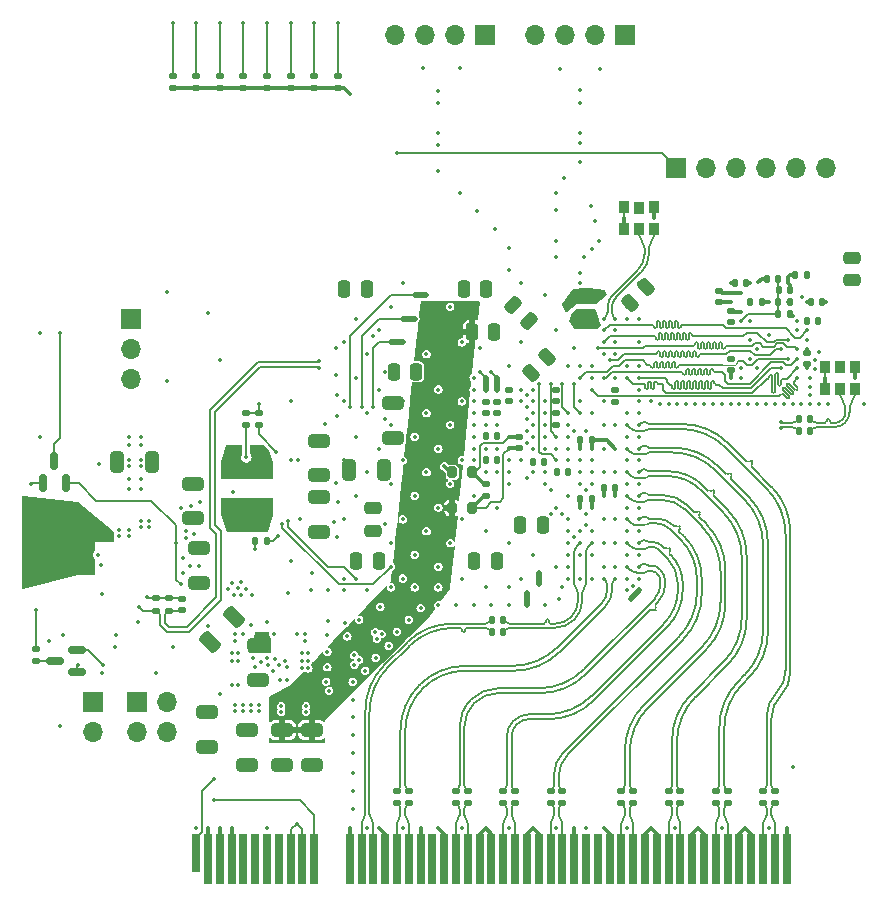
<source format=gbl>
G04 #@! TF.GenerationSoftware,KiCad,Pcbnew,6.0.11+dfsg-1*
G04 #@! TF.CreationDate,2023-08-05T12:29:55+02:00*
G04 #@! TF.ProjectId,kintex-pcie,6b696e74-6578-42d7-9063-69652e6b6963,rev?*
G04 #@! TF.SameCoordinates,Original*
G04 #@! TF.FileFunction,Copper,L8,Bot*
G04 #@! TF.FilePolarity,Positive*
%FSLAX46Y46*%
G04 Gerber Fmt 4.6, Leading zero omitted, Abs format (unit mm)*
G04 Created by KiCad (PCBNEW 6.0.11+dfsg-1) date 2023-08-05 12:29:55*
%MOMM*%
%LPD*%
G01*
G04 APERTURE LIST*
G04 Aperture macros list*
%AMRoundRect*
0 Rectangle with rounded corners*
0 $1 Rounding radius*
0 $2 $3 $4 $5 $6 $7 $8 $9 X,Y pos of 4 corners*
0 Add a 4 corners polygon primitive as box body*
4,1,4,$2,$3,$4,$5,$6,$7,$8,$9,$2,$3,0*
0 Add four circle primitives for the rounded corners*
1,1,$1+$1,$2,$3*
1,1,$1+$1,$4,$5*
1,1,$1+$1,$6,$7*
1,1,$1+$1,$8,$9*
0 Add four rect primitives between the rounded corners*
20,1,$1+$1,$2,$3,$4,$5,0*
20,1,$1+$1,$4,$5,$6,$7,0*
20,1,$1+$1,$6,$7,$8,$9,0*
20,1,$1+$1,$8,$9,$2,$3,0*%
G04 Aperture macros list end*
G04 #@! TA.AperFunction,ComponentPad*
%ADD10R,1.700000X1.700000*%
G04 #@! TD*
G04 #@! TA.AperFunction,ComponentPad*
%ADD11O,1.700000X1.700000*%
G04 #@! TD*
G04 #@! TA.AperFunction,ConnectorPad*
%ADD12R,0.700000X3.200000*%
G04 #@! TD*
G04 #@! TA.AperFunction,ConnectorPad*
%ADD13R,0.700000X4.300000*%
G04 #@! TD*
G04 #@! TA.AperFunction,SMDPad,CuDef*
%ADD14RoundRect,0.140000X0.170000X-0.140000X0.170000X0.140000X-0.170000X0.140000X-0.170000X-0.140000X0*%
G04 #@! TD*
G04 #@! TA.AperFunction,SMDPad,CuDef*
%ADD15C,0.500000*%
G04 #@! TD*
G04 #@! TA.AperFunction,SMDPad,CuDef*
%ADD16RoundRect,0.135000X-0.135000X-0.185000X0.135000X-0.185000X0.135000X0.185000X-0.135000X0.185000X0*%
G04 #@! TD*
G04 #@! TA.AperFunction,SMDPad,CuDef*
%ADD17RoundRect,0.140000X0.140000X0.170000X-0.140000X0.170000X-0.140000X-0.170000X0.140000X-0.170000X0*%
G04 #@! TD*
G04 #@! TA.AperFunction,SMDPad,CuDef*
%ADD18RoundRect,0.135000X-0.185000X0.135000X-0.185000X-0.135000X0.185000X-0.135000X0.185000X0.135000X0*%
G04 #@! TD*
G04 #@! TA.AperFunction,SMDPad,CuDef*
%ADD19RoundRect,0.250000X-0.650000X0.325000X-0.650000X-0.325000X0.650000X-0.325000X0.650000X0.325000X0*%
G04 #@! TD*
G04 #@! TA.AperFunction,SMDPad,CuDef*
%ADD20RoundRect,0.250000X-0.250000X-0.475000X0.250000X-0.475000X0.250000X0.475000X-0.250000X0.475000X0*%
G04 #@! TD*
G04 #@! TA.AperFunction,SMDPad,CuDef*
%ADD21RoundRect,0.140000X-0.140000X-0.170000X0.140000X-0.170000X0.140000X0.170000X-0.140000X0.170000X0*%
G04 #@! TD*
G04 #@! TA.AperFunction,SMDPad,CuDef*
%ADD22RoundRect,0.250000X0.325000X0.650000X-0.325000X0.650000X-0.325000X-0.650000X0.325000X-0.650000X0*%
G04 #@! TD*
G04 #@! TA.AperFunction,SMDPad,CuDef*
%ADD23RoundRect,0.200000X0.200000X0.275000X-0.200000X0.275000X-0.200000X-0.275000X0.200000X-0.275000X0*%
G04 #@! TD*
G04 #@! TA.AperFunction,SMDPad,CuDef*
%ADD24RoundRect,0.140000X-0.170000X0.140000X-0.170000X-0.140000X0.170000X-0.140000X0.170000X0.140000X0*%
G04 #@! TD*
G04 #@! TA.AperFunction,SMDPad,CuDef*
%ADD25R,0.860000X1.050000*%
G04 #@! TD*
G04 #@! TA.AperFunction,SMDPad,CuDef*
%ADD26R,0.820000X1.050000*%
G04 #@! TD*
G04 #@! TA.AperFunction,SMDPad,CuDef*
%ADD27RoundRect,0.250000X0.650000X-0.325000X0.650000X0.325000X-0.650000X0.325000X-0.650000X-0.325000X0*%
G04 #@! TD*
G04 #@! TA.AperFunction,SMDPad,CuDef*
%ADD28RoundRect,0.250000X0.475000X-0.250000X0.475000X0.250000X-0.475000X0.250000X-0.475000X-0.250000X0*%
G04 #@! TD*
G04 #@! TA.AperFunction,SMDPad,CuDef*
%ADD29RoundRect,0.250000X-0.475000X0.250000X-0.475000X-0.250000X0.475000X-0.250000X0.475000X0.250000X0*%
G04 #@! TD*
G04 #@! TA.AperFunction,SMDPad,CuDef*
%ADD30RoundRect,0.250000X0.250000X0.475000X-0.250000X0.475000X-0.250000X-0.475000X0.250000X-0.475000X0*%
G04 #@! TD*
G04 #@! TA.AperFunction,SMDPad,CuDef*
%ADD31RoundRect,0.250000X-0.229810X0.689429X-0.689429X0.229810X0.229810X-0.689429X0.689429X-0.229810X0*%
G04 #@! TD*
G04 #@! TA.AperFunction,SMDPad,CuDef*
%ADD32RoundRect,0.150000X0.150000X-0.587500X0.150000X0.587500X-0.150000X0.587500X-0.150000X-0.587500X0*%
G04 #@! TD*
G04 #@! TA.AperFunction,SMDPad,CuDef*
%ADD33RoundRect,0.135000X0.135000X0.185000X-0.135000X0.185000X-0.135000X-0.185000X0.135000X-0.185000X0*%
G04 #@! TD*
G04 #@! TA.AperFunction,SMDPad,CuDef*
%ADD34RoundRect,0.150000X0.587500X0.150000X-0.587500X0.150000X-0.587500X-0.150000X0.587500X-0.150000X0*%
G04 #@! TD*
G04 #@! TA.AperFunction,SMDPad,CuDef*
%ADD35RoundRect,0.135000X0.185000X-0.135000X0.185000X0.135000X-0.185000X0.135000X-0.185000X-0.135000X0*%
G04 #@! TD*
G04 #@! TA.AperFunction,SMDPad,CuDef*
%ADD36RoundRect,0.250000X0.159099X-0.512652X0.512652X-0.159099X-0.159099X0.512652X-0.512652X0.159099X0*%
G04 #@! TD*
G04 #@! TA.AperFunction,SMDPad,CuDef*
%ADD37RoundRect,0.250000X-0.512652X-0.159099X-0.159099X-0.512652X0.512652X0.159099X0.159099X0.512652X0*%
G04 #@! TD*
G04 #@! TA.AperFunction,ViaPad*
%ADD38C,0.350000*%
G04 #@! TD*
G04 #@! TA.AperFunction,Conductor*
%ADD39C,0.142200*%
G04 #@! TD*
G04 #@! TA.AperFunction,Conductor*
%ADD40C,0.203200*%
G04 #@! TD*
G04 #@! TA.AperFunction,Conductor*
%ADD41C,0.350000*%
G04 #@! TD*
G04 #@! TA.AperFunction,Conductor*
%ADD42C,0.152400*%
G04 #@! TD*
G04 #@! TA.AperFunction,Conductor*
%ADD43C,0.127000*%
G04 #@! TD*
G04 #@! TA.AperFunction,Conductor*
%ADD44C,0.186200*%
G04 #@! TD*
G04 #@! TA.AperFunction,Conductor*
%ADD45C,0.200000*%
G04 #@! TD*
G04 #@! TA.AperFunction,Conductor*
%ADD46C,0.120000*%
G04 #@! TD*
G04 APERTURE END LIST*
G36*
X80000000Y-78250000D02*
G01*
X79000000Y-78250000D01*
X79000000Y-77750000D01*
X80000000Y-77750000D01*
X80000000Y-78250000D01*
G37*
G36*
X82000000Y-74250000D02*
G01*
X81000000Y-74250000D01*
X81000000Y-73750000D01*
X82000000Y-73750000D01*
X82000000Y-74250000D01*
G37*
G36*
X88250000Y-82000000D02*
G01*
X87750000Y-82000000D01*
X87750000Y-81000000D01*
X88250000Y-81000000D01*
X88250000Y-82000000D01*
G37*
G36*
X100176777Y-99176776D02*
G01*
X99469670Y-99883883D01*
X99116117Y-99530330D01*
X99823224Y-98823223D01*
X100176777Y-99176776D01*
G37*
G36*
X91750000Y-98500000D02*
G01*
X91250000Y-98500000D01*
X91250000Y-97500000D01*
X91750000Y-97500000D01*
X91750000Y-98500000D01*
G37*
G36*
X81000000Y-76250000D02*
G01*
X80000000Y-76250000D01*
X80000000Y-75750000D01*
X81000000Y-75750000D01*
X81000000Y-76250000D01*
G37*
G36*
X87250000Y-82000000D02*
G01*
X86750000Y-82000000D01*
X86750000Y-81000000D01*
X87250000Y-81000000D01*
X87250000Y-82000000D01*
G37*
G36*
X90750000Y-100250000D02*
G01*
X90250000Y-100250000D01*
X90250000Y-99250000D01*
X90750000Y-99250000D01*
X90750000Y-100250000D01*
G37*
D10*
X86990000Y-52025000D03*
D11*
X84450000Y-52025000D03*
X81910000Y-52025000D03*
X79370000Y-52025000D03*
D10*
X103150000Y-63250000D03*
D11*
X105690000Y-63250000D03*
X108230000Y-63250000D03*
X110770000Y-63250000D03*
X113310000Y-63250000D03*
X115850000Y-63250000D03*
D10*
X98800000Y-52025000D03*
D11*
X96260000Y-52025000D03*
X93720000Y-52025000D03*
X91180000Y-52025000D03*
D10*
X57000000Y-76000000D03*
D11*
X57000000Y-78540000D03*
X57000000Y-81080000D03*
D12*
X62500000Y-121200000D03*
D13*
X63500000Y-121750000D03*
X64500000Y-121750000D03*
X65500000Y-121750000D03*
X66500000Y-121750000D03*
X67500000Y-121750000D03*
X68500000Y-121750000D03*
X69500000Y-121750000D03*
X70500000Y-121750000D03*
X71500000Y-121750000D03*
X72500000Y-121750000D03*
X75500000Y-121750000D03*
X76500000Y-121750000D03*
X77500000Y-121750000D03*
X78500000Y-121750000D03*
X79500000Y-121750000D03*
X80500000Y-121750000D03*
X81500000Y-121750000D03*
X82500000Y-121750000D03*
X83500000Y-121750000D03*
X84500000Y-121750000D03*
X85500000Y-121750000D03*
X86500000Y-121750000D03*
X87500000Y-121750000D03*
X88500000Y-121750000D03*
X89500000Y-121750000D03*
X90500000Y-121750000D03*
X91500000Y-121750000D03*
X92500000Y-121750000D03*
X93500000Y-121750000D03*
X94500000Y-121750000D03*
X95500000Y-121750000D03*
X96500000Y-121750000D03*
X97500000Y-121750000D03*
X98500000Y-121750000D03*
X99500000Y-121750000D03*
X100500000Y-121750000D03*
X101500000Y-121750000D03*
X102500000Y-121750000D03*
X103500000Y-121750000D03*
X104500000Y-121750000D03*
X105500000Y-121750000D03*
X106500000Y-121750000D03*
X107500000Y-121750000D03*
X108500000Y-121750000D03*
X109500000Y-121750000D03*
X110500000Y-121750000D03*
X111500000Y-121750000D03*
X112500000Y-121750000D03*
D10*
X53750000Y-108470000D03*
D11*
X53750000Y-111010000D03*
D10*
X57475000Y-108475000D03*
D11*
X60015000Y-108475000D03*
X57475000Y-111015000D03*
X60015000Y-111015000D03*
D14*
X85500000Y-116980000D03*
X85500000Y-116020000D03*
D15*
X79000000Y-78000000D03*
X80000000Y-78000000D03*
D14*
X84500000Y-116980000D03*
X84500000Y-116020000D03*
D16*
X111790000Y-75600000D03*
X112810000Y-75600000D03*
D17*
X114180000Y-72300000D03*
X113220000Y-72300000D03*
D14*
X107500000Y-116980000D03*
X107500000Y-116020000D03*
D18*
X59100000Y-99690000D03*
X59100000Y-100710000D03*
D19*
X67700000Y-103625000D03*
X67700000Y-106575000D03*
D14*
X80500000Y-116980000D03*
X80500000Y-116020000D03*
D18*
X68500000Y-55490000D03*
X68500000Y-56510000D03*
D20*
X85850000Y-77100000D03*
X87750000Y-77100000D03*
D21*
X114520000Y-74600000D03*
X115480000Y-74600000D03*
D20*
X75050000Y-73500000D03*
X76950000Y-73500000D03*
D17*
X88480000Y-101500000D03*
X87520000Y-101500000D03*
D22*
X78375000Y-88800000D03*
X75425000Y-88800000D03*
D23*
X85825000Y-89000000D03*
X84175000Y-89000000D03*
D24*
X87000000Y-83020000D03*
X87000000Y-83980000D03*
D15*
X81000000Y-74000000D03*
X82000000Y-74000000D03*
X88000000Y-81000000D03*
X88000000Y-82000000D03*
D14*
X88000000Y-83980000D03*
X88000000Y-83020000D03*
D18*
X62500000Y-55490000D03*
X62500000Y-56510000D03*
D19*
X66800000Y-110825000D03*
X66800000Y-113775000D03*
D24*
X89800000Y-86020000D03*
X89800000Y-86980000D03*
D25*
X98710000Y-66570000D03*
D26*
X100000000Y-66600000D03*
D25*
X101290000Y-66570000D03*
X101290000Y-68430000D03*
D26*
X100000000Y-68430000D03*
D25*
X98710000Y-68430000D03*
D14*
X88500000Y-116980000D03*
X88500000Y-116020000D03*
D19*
X62700000Y-95425000D03*
X62700000Y-98375000D03*
D14*
X110500000Y-116980000D03*
X110500000Y-116020000D03*
D27*
X72900000Y-89275000D03*
X72900000Y-86325000D03*
D24*
X98000000Y-82070000D03*
X98000000Y-83030000D03*
D14*
X106500000Y-116980000D03*
X106500000Y-116020000D03*
D15*
X99292894Y-99707106D03*
X100000000Y-99000000D03*
D19*
X72300000Y-110825000D03*
X72300000Y-113775000D03*
D21*
X108120000Y-73000000D03*
X109080000Y-73000000D03*
D27*
X68000000Y-91875000D03*
X68000000Y-88925000D03*
D28*
X95500000Y-75850000D03*
X95500000Y-73950000D03*
D20*
X76050000Y-96500000D03*
X77950000Y-96500000D03*
D29*
X118000000Y-70850000D03*
X118000000Y-72750000D03*
X77500000Y-92050000D03*
X77500000Y-93950000D03*
D18*
X60500000Y-55490000D03*
X60500000Y-56510000D03*
D30*
X91850000Y-93500000D03*
X89950000Y-93500000D03*
D31*
X65742983Y-101257017D03*
X63657017Y-103342983D03*
D27*
X65600000Y-91875000D03*
X65600000Y-88925000D03*
D14*
X93500000Y-116980000D03*
X93500000Y-116020000D03*
D21*
X109420000Y-74600000D03*
X110380000Y-74600000D03*
D15*
X91500000Y-98500000D03*
X91500000Y-97500000D03*
D14*
X93000000Y-84980000D03*
X93000000Y-84020000D03*
D32*
X51450000Y-89937500D03*
X49550000Y-89937500D03*
X50500000Y-88062500D03*
D15*
X80000000Y-76000000D03*
X81000000Y-76000000D03*
X87000000Y-82000000D03*
X87000000Y-81000000D03*
D33*
X96010000Y-86270000D03*
X94990000Y-86270000D03*
D19*
X63400000Y-109325000D03*
X63400000Y-112275000D03*
D14*
X61300000Y-100680000D03*
X61300000Y-99720000D03*
X103500000Y-116980000D03*
X103500000Y-116020000D03*
D19*
X69800000Y-110825000D03*
X69800000Y-113775000D03*
D18*
X66700000Y-83990000D03*
X66700000Y-85010000D03*
D21*
X95020000Y-91300000D03*
X95980000Y-91300000D03*
D17*
X114480000Y-85500000D03*
X113520000Y-85500000D03*
D21*
X111820000Y-73600000D03*
X112780000Y-73600000D03*
D30*
X81150000Y-80500000D03*
X79250000Y-80500000D03*
D21*
X114220000Y-76200000D03*
X115180000Y-76200000D03*
D34*
X52437500Y-104050000D03*
X52437500Y-105950000D03*
X50562500Y-105000000D03*
D17*
X114480000Y-84500000D03*
X113520000Y-84500000D03*
D14*
X92500000Y-116980000D03*
X92500000Y-116020000D03*
X107800000Y-76280000D03*
X107800000Y-75320000D03*
X89500000Y-116980000D03*
X89500000Y-116020000D03*
D18*
X74500000Y-55490000D03*
X74500000Y-56510000D03*
X48900000Y-103990000D03*
X48900000Y-105010000D03*
D17*
X97980000Y-90300000D03*
X97020000Y-90300000D03*
D20*
X85150000Y-73500000D03*
X87050000Y-73500000D03*
D14*
X87000000Y-90980000D03*
X87000000Y-90020000D03*
X102500000Y-116980000D03*
X102500000Y-116020000D03*
D27*
X79200000Y-86075000D03*
X79200000Y-83125000D03*
D35*
X60200000Y-100710000D03*
X60200000Y-99690000D03*
D17*
X88480000Y-102500000D03*
X87520000Y-102500000D03*
D33*
X68510000Y-94800000D03*
X67490000Y-94800000D03*
D27*
X62230000Y-92915000D03*
X62230000Y-89965000D03*
D18*
X64500000Y-55490000D03*
X64500000Y-56510000D03*
D14*
X89000000Y-82980000D03*
X89000000Y-82020000D03*
D17*
X87980000Y-85900000D03*
X87020000Y-85900000D03*
D14*
X93000000Y-82980000D03*
X93000000Y-82020000D03*
D20*
X86050000Y-96500000D03*
X87950000Y-96500000D03*
D24*
X114200000Y-78920000D03*
X114200000Y-79880000D03*
D14*
X98500000Y-116980000D03*
X98500000Y-116020000D03*
X107800000Y-80380000D03*
X107800000Y-79420000D03*
D25*
X115710000Y-80070000D03*
D26*
X117000000Y-80100000D03*
D25*
X118290000Y-80070000D03*
X118290000Y-81930000D03*
D26*
X117000000Y-81930000D03*
D25*
X115710000Y-81930000D03*
D18*
X66500000Y-55490000D03*
X66500000Y-56510000D03*
D14*
X106800000Y-74580000D03*
X106800000Y-73620000D03*
D15*
X90500000Y-99250000D03*
X90500000Y-100250000D03*
D36*
X90828249Y-80571751D03*
X92171751Y-79228249D03*
D14*
X79500000Y-116980000D03*
X79500000Y-116020000D03*
D17*
X87980000Y-88000000D03*
X87020000Y-88000000D03*
D21*
X93020000Y-89000000D03*
X93980000Y-89000000D03*
D18*
X72500000Y-55490000D03*
X72500000Y-56510000D03*
D17*
X111780000Y-72600000D03*
X110820000Y-72600000D03*
D19*
X72900000Y-91125000D03*
X72900000Y-94075000D03*
D14*
X111500000Y-116980000D03*
X111500000Y-116020000D03*
D37*
X89328249Y-74828249D03*
X90671751Y-76171751D03*
D14*
X99500000Y-116980000D03*
X99500000Y-116020000D03*
D36*
X99228249Y-74671751D03*
X100571751Y-73328249D03*
D18*
X67800000Y-83990000D03*
X67800000Y-85010000D03*
D23*
X85825000Y-92000000D03*
X84175000Y-92000000D03*
D17*
X91980000Y-88100000D03*
X91020000Y-88100000D03*
D18*
X70500000Y-55490000D03*
X70500000Y-56510000D03*
D22*
X58775000Y-88100000D03*
X55825000Y-88100000D03*
D33*
X112810000Y-74600000D03*
X111790000Y-74600000D03*
D38*
X55750000Y-102750000D03*
X57800000Y-93600000D03*
X64500000Y-119100000D03*
X49250000Y-86000000D03*
X58500000Y-93600000D03*
X63500000Y-119100000D03*
X59000000Y-88500000D03*
X57800000Y-88500000D03*
X66200000Y-110900000D03*
X62500000Y-119100000D03*
X57800000Y-86700000D03*
X57800000Y-93100000D03*
X57800000Y-88000000D03*
X58500000Y-93100000D03*
X60500000Y-103800000D03*
X58500000Y-88000000D03*
X54500000Y-106000000D03*
X67800000Y-102700000D03*
X57800000Y-89600000D03*
X67800000Y-103300000D03*
X68400000Y-102700000D03*
X50000000Y-103250000D03*
X58500000Y-88500000D03*
X57800000Y-86000000D03*
X68400000Y-103300000D03*
X67400000Y-110900000D03*
X57800000Y-90400000D03*
X59000000Y-88000000D03*
X91000000Y-96000000D03*
X69500000Y-105300000D03*
X75750000Y-116000000D03*
X65000000Y-87800000D03*
X96300000Y-67700000D03*
X83000000Y-60250000D03*
X70200000Y-106600000D03*
X117500000Y-72500000D03*
X78500000Y-80500000D03*
X72300000Y-97500000D03*
X113000000Y-75800000D03*
X69700000Y-108800000D03*
X100000000Y-98000000D03*
X96700000Y-54900000D03*
X65500000Y-119100000D03*
X95000000Y-57750000D03*
X107800000Y-79400000D03*
X78500000Y-84500000D03*
X96600000Y-69400000D03*
X95300000Y-70800000D03*
X84000000Y-75000000D03*
X84500000Y-100250000D03*
X80000000Y-83000000D03*
X89000000Y-82000000D03*
X100000000Y-90000000D03*
X56800000Y-94400000D03*
X75750000Y-112750000D03*
X93000000Y-66800000D03*
X67500000Y-106500000D03*
X75000000Y-88000000D03*
X86000000Y-91000000D03*
X62100000Y-98700000D03*
X94000000Y-98000000D03*
X96000000Y-81000000D03*
X97000000Y-74000000D03*
X93000000Y-69400000D03*
X66000000Y-107000000D03*
X77000000Y-94000000D03*
X88000000Y-77000000D03*
X88000000Y-87000000D03*
X84800000Y-54800000D03*
X79000000Y-80000000D03*
X95000000Y-61100000D03*
X56000000Y-88500000D03*
X81500000Y-119100000D03*
X100000000Y-86000000D03*
X69600000Y-106600000D03*
X73400000Y-86100000D03*
X114500000Y-81750000D03*
X75000000Y-78000000D03*
X112250000Y-83250000D03*
X68500000Y-119100000D03*
X91000000Y-82000000D03*
X72750000Y-113500000D03*
X109400000Y-76200000D03*
X105000000Y-119100000D03*
X113750000Y-83250000D03*
X76300000Y-101500000D03*
X91000000Y-84000000D03*
X101250000Y-67500000D03*
X118500000Y-72500000D03*
X87000000Y-98750000D03*
X76800000Y-105800000D03*
X111000000Y-74600000D03*
X117500000Y-73000000D03*
X94000000Y-95000000D03*
X83000000Y-63500000D03*
X54500001Y-99299999D03*
X98000000Y-93000000D03*
X62800000Y-89700000D03*
X76000000Y-81000000D03*
X114200000Y-80200000D03*
X101750000Y-83250000D03*
X119000000Y-83250000D03*
X75750000Y-106750000D03*
X64000000Y-112000000D03*
X83000000Y-92000000D03*
X83000000Y-119100000D03*
X74200000Y-93200000D03*
X73700000Y-101600000D03*
X75000000Y-98000000D03*
X91000000Y-76000000D03*
X77000000Y-119100000D03*
X65600000Y-90700000D03*
X111500000Y-83250000D03*
X78000000Y-87000000D03*
X100000000Y-96000000D03*
X79000000Y-90000000D03*
X93000000Y-70800000D03*
X73600000Y-104200000D03*
X81000000Y-86000000D03*
X89000000Y-71900000D03*
X100000000Y-73000000D03*
X55500000Y-88500000D03*
X84800000Y-65400000D03*
X97000000Y-91000000D03*
X89000000Y-98750000D03*
X118250000Y-81000000D03*
X78100000Y-100400000D03*
X73700000Y-99000000D03*
X62800000Y-90200000D03*
X85000000Y-119100000D03*
X94000000Y-87000000D03*
X70200000Y-105500000D03*
X115250000Y-83250000D03*
X55500000Y-88000000D03*
X96000000Y-96000000D03*
X63100000Y-103200000D03*
X87000000Y-82000000D03*
X113000000Y-83250000D03*
X92000000Y-87000000D03*
X85000000Y-88000000D03*
X56800000Y-88000000D03*
X73400000Y-86600000D03*
X113800000Y-74200000D03*
X68500000Y-101700000D03*
X92000000Y-89000000D03*
X80500000Y-101500000D03*
X99000000Y-119100000D03*
X57600000Y-101700000D03*
X99000000Y-94000000D03*
X88000000Y-89000000D03*
X87000000Y-88000000D03*
X109250000Y-83250000D03*
X78800000Y-103700000D03*
X75750000Y-114500000D03*
X65900000Y-87800000D03*
X56000000Y-94400000D03*
X49250000Y-77250000D03*
X59100000Y-106000000D03*
X72000000Y-105000000D03*
X92000000Y-100250000D03*
X94500000Y-78500000D03*
X75750000Y-117500000D03*
X63200000Y-98100000D03*
X86000000Y-81000000D03*
X100000000Y-83000000D03*
X75500000Y-57000000D03*
X87000000Y-119100000D03*
X75750000Y-111250000D03*
X74300000Y-89900000D03*
X92000000Y-79000000D03*
X84000000Y-95000000D03*
X104000000Y-83250000D03*
X83500000Y-88500000D03*
X62800000Y-112000000D03*
X56000000Y-88000000D03*
X83000000Y-82000000D03*
X63200000Y-98700000D03*
X114900000Y-79500000D03*
X73600000Y-105500000D03*
X99000000Y-84000000D03*
X70250000Y-99250000D03*
X71500000Y-105600000D03*
X77000000Y-74000000D03*
X90000000Y-83000000D03*
X78200000Y-102700000D03*
X89000000Y-119100000D03*
X83000000Y-100250000D03*
X108500000Y-83250000D03*
X101000000Y-119100000D03*
X96000000Y-70100000D03*
X103000000Y-119100000D03*
X72900000Y-93800000D03*
X89000000Y-80000000D03*
X83000000Y-56700000D03*
X77000000Y-84000000D03*
X86000000Y-83000000D03*
X87000000Y-74000000D03*
X87000000Y-84000000D03*
X86000000Y-87000000D03*
X96000000Y-94000000D03*
X102500000Y-83250000D03*
X69200000Y-104800000D03*
X51250000Y-102750000D03*
X107750000Y-83250000D03*
X48500000Y-90000000D03*
X97000000Y-97000000D03*
X83000000Y-57750000D03*
X54200000Y-96000000D03*
X106250000Y-83250000D03*
X88000000Y-97000000D03*
X82000000Y-79000000D03*
X98000000Y-77000000D03*
X72000000Y-105600000D03*
X95000000Y-72100000D03*
X51000000Y-110500000D03*
X86000000Y-85000000D03*
X80000000Y-73000000D03*
X97000000Y-93000000D03*
X78000000Y-119100000D03*
X66000000Y-105000000D03*
X111000000Y-119100000D03*
X56800000Y-86700000D03*
X94000000Y-96000000D03*
X56800000Y-90400000D03*
X75750000Y-108250000D03*
X54450000Y-96850000D03*
X77800000Y-103100000D03*
X97000000Y-83000000D03*
X89000000Y-88000000D03*
X75750000Y-109750000D03*
X99000000Y-90000000D03*
X93600000Y-64100000D03*
X85000000Y-98000000D03*
X67400000Y-113400000D03*
X114500000Y-81000000D03*
X64000000Y-112600000D03*
X90500000Y-89500000D03*
X81000000Y-96000000D03*
X84000000Y-85000000D03*
X56800000Y-88500000D03*
X73600000Y-102800000D03*
X97000000Y-87000000D03*
X72400000Y-86100000D03*
X94000000Y-86000000D03*
X74300000Y-80800000D03*
X96000000Y-88000000D03*
X92000000Y-83000000D03*
X93000000Y-92000000D03*
X77000000Y-99000000D03*
X56800000Y-93900000D03*
X61600000Y-89700000D03*
X95000000Y-56600000D03*
X70250000Y-113500000D03*
X71800000Y-108800000D03*
X97000000Y-89000000D03*
X114500000Y-83250000D03*
X94000000Y-91000000D03*
X65500000Y-107000000D03*
X74400000Y-84200000D03*
X95500000Y-85500000D03*
X70000000Y-105000000D03*
X75100000Y-101800000D03*
X98000000Y-89000000D03*
X73400000Y-84900000D03*
X75000000Y-99000000D03*
X81000000Y-98750000D03*
X99000000Y-98000000D03*
X81500000Y-100500000D03*
X95500000Y-74500000D03*
X103250000Y-83250000D03*
X83000000Y-98750000D03*
X109000000Y-119100000D03*
X67800000Y-108700000D03*
X97000000Y-95000000D03*
X107000000Y-83250000D03*
X75300000Y-102900000D03*
X82000000Y-89000000D03*
X115200000Y-78800000D03*
X68500000Y-104700000D03*
X110000000Y-83250000D03*
X56800000Y-86000000D03*
X64100000Y-103400000D03*
X93000000Y-82000000D03*
X91000000Y-119100000D03*
X88000000Y-85000000D03*
X93250000Y-99750000D03*
X93000000Y-119100000D03*
X63900000Y-103900000D03*
X94000000Y-97000000D03*
X93500000Y-98750000D03*
X74400000Y-82500000D03*
X98000000Y-85000000D03*
X114500000Y-82500000D03*
X67400000Y-87000000D03*
X62100000Y-98100000D03*
X95500000Y-119100000D03*
X67300000Y-104700000D03*
X100000000Y-84000000D03*
X101000000Y-83000000D03*
X65750000Y-109250000D03*
X65500000Y-105000000D03*
X99000000Y-80000000D03*
X77700000Y-104700000D03*
X94000000Y-75000000D03*
X90000000Y-73000000D03*
X93300000Y-54900000D03*
X67500000Y-105500000D03*
X114900000Y-80300000D03*
X107000000Y-119100000D03*
X95000000Y-60250000D03*
X97000000Y-85000000D03*
X71800000Y-109300000D03*
X74400000Y-94500000D03*
X65200000Y-87000000D03*
X77500000Y-77500000D03*
X105500000Y-83250000D03*
X100000000Y-92000000D03*
X109400000Y-73000000D03*
X56800000Y-89600000D03*
X77642982Y-102557019D03*
X79500000Y-102500000D03*
X91000000Y-86000000D03*
X86300000Y-66900000D03*
X90500000Y-100250000D03*
X98000000Y-83000000D03*
X65750000Y-108750000D03*
X87000000Y-86000000D03*
X95000000Y-62700000D03*
X69000000Y-105800000D03*
X96000000Y-98000000D03*
X100000000Y-88000000D03*
X56000000Y-93900000D03*
X54300000Y-88300000D03*
X115800000Y-74600000D03*
X63500000Y-102000000D03*
X88000000Y-83000000D03*
X108600000Y-73800000D03*
X81700000Y-54800000D03*
X55600000Y-103800000D03*
X67800000Y-109200000D03*
X86000000Y-100250000D03*
X99000000Y-86000000D03*
X92000000Y-85000000D03*
X115200000Y-76200000D03*
X94000000Y-94000000D03*
X114200000Y-77800000D03*
X78000000Y-97000000D03*
X61600000Y-90200000D03*
X68000000Y-105100000D03*
X69100000Y-102700000D03*
X80000000Y-93000000D03*
X68400000Y-87800000D03*
X89000000Y-70000000D03*
X80000000Y-119100000D03*
X79000000Y-98750000D03*
X97000000Y-119100000D03*
X74500000Y-91500000D03*
X69250000Y-113500000D03*
X68200000Y-87000000D03*
X110750000Y-83250000D03*
X118500000Y-73000000D03*
X71500000Y-105000000D03*
X83000000Y-61300000D03*
X68100000Y-106500000D03*
X66200000Y-113400000D03*
X95000000Y-98000000D03*
X87500000Y-77500000D03*
X89000000Y-100250000D03*
X63500000Y-102800000D03*
X87000000Y-94000000D03*
X90000000Y-93000000D03*
X96000000Y-84000000D03*
X85000000Y-78000000D03*
X75500000Y-119100000D03*
X68600000Y-105300000D03*
X94500000Y-119100000D03*
X96000000Y-92000000D03*
X72400000Y-86600000D03*
X87500000Y-100250000D03*
X76000000Y-91000000D03*
X78000000Y-77000000D03*
X66100000Y-87000000D03*
X94000000Y-93000000D03*
X78500000Y-93400000D03*
X93000000Y-65400000D03*
X72250000Y-99000000D03*
X81000000Y-76000000D03*
X116000000Y-83250000D03*
X87800000Y-68400000D03*
X71750000Y-113500000D03*
X104750000Y-83250000D03*
X96000000Y-90000000D03*
X74300000Y-78500000D03*
X112600000Y-73000000D03*
X52500000Y-105300000D03*
X67500000Y-87800000D03*
X94000000Y-89000000D03*
X89000000Y-90000000D03*
X69700000Y-109300000D03*
X100000000Y-94000000D03*
X62800000Y-112600000D03*
X108600000Y-75400000D03*
X91000000Y-88000000D03*
X112500000Y-119100000D03*
X93000000Y-84000000D03*
X95000000Y-95000000D03*
X96000000Y-95000000D03*
X88000000Y-86000000D03*
X66400000Y-93800000D03*
X61200000Y-92000000D03*
X66400000Y-93100000D03*
X61600000Y-94600000D03*
X87000000Y-83000000D03*
X89000000Y-83000000D03*
X73400000Y-91500000D03*
X73500000Y-89000000D03*
X87000000Y-87000000D03*
X72300000Y-89500000D03*
X65200000Y-93100000D03*
X62800000Y-91500000D03*
X62700000Y-93200000D03*
X91000000Y-89000000D03*
X92000000Y-88000000D03*
X67400000Y-93100000D03*
X62900000Y-95700000D03*
X65400000Y-93800000D03*
X62100000Y-91900000D03*
X62000000Y-96900000D03*
X86000000Y-86000000D03*
X62700000Y-96900000D03*
X62700000Y-92700000D03*
X87000000Y-89000000D03*
X73500000Y-89500000D03*
X62100000Y-95100000D03*
X61600000Y-94000000D03*
X93000000Y-89000000D03*
X62900000Y-95100000D03*
X92000000Y-86000000D03*
X86000000Y-88000000D03*
X61400000Y-96300000D03*
X88000000Y-88000000D03*
X79500000Y-86500000D03*
X86000000Y-82000000D03*
X68500000Y-93100000D03*
X86000000Y-84000000D03*
X88000000Y-82000000D03*
X87000000Y-85000000D03*
X62100000Y-95700000D03*
X72300000Y-89000000D03*
X78500000Y-89500000D03*
X93000000Y-87000000D03*
X62300000Y-94200000D03*
X68400000Y-93800000D03*
X88000000Y-84000000D03*
X61700000Y-92700000D03*
X67400000Y-93800000D03*
X89000000Y-89000000D03*
X61400000Y-97500000D03*
X92000000Y-90000000D03*
X61700000Y-93200000D03*
X82500000Y-76500000D03*
X79500000Y-96500000D03*
X90500000Y-82500000D03*
X86500000Y-78500000D03*
X114200000Y-72300000D03*
X84500000Y-75500000D03*
X96500000Y-76500000D03*
X82500000Y-95500000D03*
X115750000Y-81000000D03*
X81500000Y-96500000D03*
X85500000Y-75500000D03*
X94500000Y-85500000D03*
X85000000Y-73000000D03*
X71100000Y-109300000D03*
X71100000Y-108800000D03*
X92000000Y-84000000D03*
X70400000Y-109300000D03*
X91000000Y-87000000D03*
X91000000Y-81000000D03*
X82500000Y-96500000D03*
X70400000Y-108800000D03*
X91000000Y-83000000D03*
X114200000Y-78600000D03*
X90500000Y-83500000D03*
X107800000Y-73000000D03*
X90500000Y-84500000D03*
X107800000Y-81000000D03*
X73800000Y-108500000D03*
X118500000Y-70600000D03*
X81500000Y-94500000D03*
X90000000Y-82000000D03*
X81500000Y-95500000D03*
X73100000Y-109100000D03*
X84500000Y-77500000D03*
X69250000Y-110750000D03*
X82500000Y-77500000D03*
X86000000Y-76000000D03*
X117500000Y-71100000D03*
X90500000Y-86500000D03*
X114200000Y-76200000D03*
X80600000Y-96500000D03*
X95500000Y-75500000D03*
X80600000Y-94500000D03*
X70250000Y-110750000D03*
X82500000Y-75500000D03*
X85500000Y-76500000D03*
X83500000Y-94500000D03*
X114200000Y-74600000D03*
X79500000Y-94500000D03*
X95000000Y-73000000D03*
X90500000Y-85500000D03*
X112600000Y-74600000D03*
X100000000Y-78000000D03*
X79500000Y-95500000D03*
X99000000Y-75000000D03*
X73000000Y-108300000D03*
X80500000Y-95500000D03*
X82500000Y-94500000D03*
X107800000Y-74600000D03*
X92000000Y-74000000D03*
X98000000Y-82000000D03*
X83000000Y-77000000D03*
X83500000Y-95500000D03*
X84000000Y-80000000D03*
X83500000Y-76500000D03*
X83500000Y-77500000D03*
X84500000Y-76500000D03*
X93000000Y-85000000D03*
X89000000Y-75000000D03*
X109400000Y-74600000D03*
X72750000Y-110750000D03*
X98750000Y-67500000D03*
X91000000Y-85000000D03*
X107800000Y-76200000D03*
X93000000Y-77000000D03*
X82000000Y-74000000D03*
X90000000Y-88000000D03*
X71750000Y-110750000D03*
X94500000Y-76500000D03*
X83500000Y-75500000D03*
X117500000Y-70600000D03*
X97000000Y-79000000D03*
X110100000Y-72900000D03*
X118500000Y-71100000D03*
X85500000Y-77500000D03*
X83500000Y-96500000D03*
X90000000Y-78000000D03*
X93000000Y-83000000D03*
X94000000Y-80000000D03*
X83500000Y-93500000D03*
X100000000Y-85000000D03*
X99000000Y-85000000D03*
X100000000Y-87000000D03*
X99000000Y-87000000D03*
X100000000Y-89000000D03*
X99000000Y-89000000D03*
X100000000Y-91000000D03*
X99000000Y-91000000D03*
X100000000Y-93000000D03*
X99000000Y-93000000D03*
X100000000Y-95000000D03*
X99000000Y-95000000D03*
X100000000Y-97000000D03*
X99000000Y-97000000D03*
X98000000Y-98000000D03*
X97000000Y-98000000D03*
X71000000Y-118750000D03*
X113000000Y-114000000D03*
X64000000Y-115000000D03*
X113400000Y-81000000D03*
X96000000Y-82000000D03*
X85000000Y-93000000D03*
X66500000Y-108750000D03*
X94000000Y-88000000D03*
X92000000Y-94000000D03*
X79500000Y-62000000D03*
X89000000Y-95000000D03*
X79000000Y-95000000D03*
X83000000Y-97000000D03*
X66000000Y-98800000D03*
X78000000Y-92000000D03*
X81000000Y-91000000D03*
X76000000Y-86000000D03*
X67200000Y-99400000D03*
X77000000Y-79000000D03*
X80000000Y-98000000D03*
X62800000Y-109600000D03*
X79000000Y-75000000D03*
X62800000Y-109000000D03*
X76000000Y-76000000D03*
X65700000Y-99400000D03*
X66300000Y-99400000D03*
X88000000Y-92000000D03*
X75000000Y-73000000D03*
X75000000Y-93000000D03*
X90000000Y-98000000D03*
X82000000Y-84000000D03*
X79000000Y-85000000D03*
X69400000Y-94400000D03*
X66700000Y-98900000D03*
X78000000Y-82000000D03*
X65500000Y-98400000D03*
X77000000Y-89000000D03*
X83000000Y-87000000D03*
X82000000Y-94000000D03*
X70500000Y-83000000D03*
X80000000Y-88000000D03*
X80000000Y-78000000D03*
X63500000Y-109000000D03*
X60000000Y-81250000D03*
X92500000Y-92500000D03*
X75000000Y-83000000D03*
X84000000Y-90000000D03*
X76000000Y-96000000D03*
X81000000Y-81000000D03*
X70500000Y-96500000D03*
X67800000Y-83200000D03*
X60000000Y-73750000D03*
X63500000Y-109600000D03*
X71300000Y-93000000D03*
X93500000Y-92500000D03*
X92500000Y-90500000D03*
X85000000Y-83000000D03*
X93000000Y-97000000D03*
X95000000Y-83000000D03*
X65200000Y-98900000D03*
X67100000Y-109200000D03*
X67100000Y-108700000D03*
X66300000Y-98300000D03*
X66500000Y-109250000D03*
X86000000Y-96000000D03*
X94000000Y-85000000D03*
X89000000Y-86000000D03*
X89000000Y-87000000D03*
X114200000Y-77000000D03*
X97000000Y-77000000D03*
X111000000Y-77400000D03*
X100000000Y-82000000D03*
X98000000Y-79000000D03*
X110000000Y-80200000D03*
X112000000Y-80200000D03*
X100000000Y-81000000D03*
X108600000Y-81000000D03*
X98000000Y-81000000D03*
X95000000Y-81000000D03*
X112600000Y-79400000D03*
X100000000Y-76000000D03*
X109400000Y-77800000D03*
X96500000Y-78500000D03*
X113400000Y-78600000D03*
X113400000Y-80200000D03*
X99000000Y-81000000D03*
X113400000Y-79400000D03*
X97000000Y-81000000D03*
X109400000Y-79400000D03*
X98000000Y-78000000D03*
X112600000Y-77800000D03*
X97000000Y-78000000D03*
X100000000Y-80000000D03*
X108600000Y-80200000D03*
X96000000Y-80000000D03*
X113400000Y-77000000D03*
X113400000Y-76200000D03*
X95000000Y-80000000D03*
X99000000Y-76000000D03*
X110000000Y-78600000D03*
X112000000Y-78600000D03*
X97500000Y-79500000D03*
X93000000Y-88000000D03*
X91500000Y-81500000D03*
X95900000Y-66500000D03*
X92500000Y-81500000D03*
X93000000Y-86000000D03*
X94000000Y-84000000D03*
X93500000Y-81500000D03*
X95000000Y-84000000D03*
X94500000Y-81500000D03*
X95000000Y-87000000D03*
X99000000Y-92000000D03*
X100000000Y-99000000D03*
X98000000Y-87000000D03*
X75900000Y-105300000D03*
X71700000Y-102700000D03*
X98000000Y-97000000D03*
X71700000Y-103300000D03*
X99000000Y-96000000D03*
X72000000Y-104300000D03*
X99000000Y-99000000D03*
X99500000Y-98600000D03*
X98000000Y-95000000D03*
X96000000Y-87000000D03*
X75900000Y-104500000D03*
X76300000Y-104900000D03*
X71500000Y-104300000D03*
X98000000Y-91000000D03*
X99000000Y-88000000D03*
X67500000Y-95500000D03*
X76000000Y-98000000D03*
X70300000Y-93100000D03*
X97000000Y-76000000D03*
X98000000Y-76000000D03*
X79000000Y-97000000D03*
X66750000Y-87750000D03*
X69800000Y-93400000D03*
X94500000Y-94500000D03*
X65100000Y-101000000D03*
X95000000Y-90000000D03*
X66000000Y-104300000D03*
X95000000Y-94000000D03*
X95000000Y-92000000D03*
X95500000Y-92500000D03*
X95500000Y-93500000D03*
X65500000Y-104300000D03*
X95500000Y-90500000D03*
X65700000Y-100800000D03*
X65900000Y-101800000D03*
X66100000Y-101300000D03*
X95000000Y-88000000D03*
X91500000Y-97500000D03*
X65800000Y-102700000D03*
X95000000Y-96000000D03*
X65800000Y-103300000D03*
X69250000Y-87250000D03*
X95000000Y-89000000D03*
X112000000Y-85276600D03*
X96000000Y-89000000D03*
X112000000Y-84723400D03*
X64500000Y-79500000D03*
X70500000Y-88000000D03*
X71100000Y-88000000D03*
X63500000Y-75500000D03*
X54600000Y-105300000D03*
X50000000Y-95000000D03*
X50000000Y-94000000D03*
X51000000Y-96000000D03*
X49000000Y-98000000D03*
X49000000Y-93000000D03*
X49000000Y-94000000D03*
X49000000Y-96000000D03*
X49000000Y-95000000D03*
X50000000Y-93000000D03*
X49000000Y-97000000D03*
X50000000Y-97000000D03*
X49000000Y-92000000D03*
X50000000Y-96000000D03*
X51000000Y-95000000D03*
X51000000Y-94000000D03*
X87500000Y-80500000D03*
X72900000Y-79600000D03*
X57700000Y-100400000D03*
X86500000Y-80500000D03*
X72900000Y-80200000D03*
X58300000Y-99600000D03*
X75500000Y-83500000D03*
X73500000Y-106750000D03*
X77500000Y-83500000D03*
X64500000Y-107750000D03*
X76500000Y-83500000D03*
X73750000Y-107500000D03*
X66500000Y-102700000D03*
X91500000Y-98500000D03*
X71000000Y-102700000D03*
X99300000Y-99700000D03*
X90500000Y-99250000D03*
X67100000Y-101900000D03*
X108600000Y-76200000D03*
X48900000Y-100700000D03*
X60500000Y-51000000D03*
X62500000Y-51000000D03*
X64500000Y-51000000D03*
X66500000Y-51000000D03*
X68500000Y-51000000D03*
X70500000Y-51000000D03*
X72500000Y-51000000D03*
X74500000Y-51000000D03*
X51000000Y-77250000D03*
X64000000Y-116750000D03*
X61200000Y-98500000D03*
X60800000Y-95000000D03*
D39*
X92107300Y-101692700D02*
X92107300Y-101572754D01*
X92376546Y-101572754D02*
G75*
G03*
X92241900Y-101438154I-134646J-46D01*
G01*
X94500015Y-98441263D02*
G75*
G03*
X94663650Y-98836350I558685J-37D01*
G01*
X92241900Y-101438200D02*
G75*
G03*
X92107300Y-101572754I0J-134600D01*
G01*
X92511100Y-101827300D02*
X92561100Y-101827300D01*
X94252878Y-101252878D02*
G75*
G02*
X92866114Y-101827300I-1386778J1386778D01*
G01*
X92561100Y-101827300D02*
X92866114Y-101827300D01*
X92511100Y-101827300D02*
G75*
G02*
X92376500Y-101692700I0J134600D01*
G01*
X88480000Y-101500000D02*
X88643650Y-101663650D01*
X94749984Y-95249984D02*
G75*
G03*
X94500000Y-95853553I603516J-603516D01*
G01*
X92107300Y-101692700D02*
G75*
G02*
X91972700Y-101827300I-134600J0D01*
G01*
X94500000Y-98441263D02*
X94500000Y-95853553D01*
X89038736Y-101827300D02*
X91972700Y-101827300D01*
X94663661Y-98836339D02*
G75*
G02*
X94827300Y-99231436I-395061J-395061D01*
G01*
X94827305Y-99866114D02*
G75*
G02*
X94252881Y-101252881I-1961205J14D01*
G01*
X89038736Y-101827285D02*
G75*
G02*
X88643650Y-101663650I-36J558685D01*
G01*
X92376500Y-101572754D02*
X92376500Y-101692700D01*
X94827300Y-99866114D02*
X94827300Y-99231436D01*
X94750000Y-95250000D02*
X95000000Y-95000000D01*
X78766492Y-105477742D02*
X80477743Y-103766492D01*
X77172700Y-117966262D02*
X77172700Y-109325499D01*
X77500000Y-121750000D02*
X77500000Y-118756435D01*
X85415700Y-102172700D02*
G75*
G03*
X85281100Y-102307300I0J-134600D01*
G01*
X85146500Y-102574400D02*
G75*
G02*
X85011900Y-102439782I0J134600D01*
G01*
X87356350Y-102336350D02*
X87520000Y-102500000D01*
X85011900Y-102307300D02*
G75*
G03*
X84877300Y-102172700I-134600J0D01*
G01*
X85281082Y-102439782D02*
G75*
G02*
X85146500Y-102574382I-134582J-18D01*
G01*
X84325499Y-102172685D02*
G75*
G03*
X80477743Y-103766492I1J-5441515D01*
G01*
X84325499Y-102172700D02*
X84877300Y-102172700D01*
X78766483Y-105477733D02*
G75*
G03*
X77172700Y-109325499I3847817J-3847767D01*
G01*
X77172716Y-117966262D02*
G75*
G03*
X77336350Y-118361349I558684J-38D01*
G01*
X87356361Y-102336339D02*
G75*
G03*
X86961263Y-102172700I-395061J-395061D01*
G01*
X77336360Y-118361339D02*
G75*
G02*
X77500000Y-118756435I-395060J-395061D01*
G01*
X85011900Y-102307300D02*
X85011900Y-102439782D01*
X85281100Y-102439782D02*
X85281100Y-102307300D01*
X85415700Y-102172700D02*
X86004100Y-102172700D01*
X86004100Y-102172700D02*
X86961263Y-102172700D01*
X115873517Y-84574817D02*
G75*
G02*
X116008100Y-84440217I134583J17D01*
G01*
X116142700Y-84692700D02*
X116142700Y-84574817D01*
X116543913Y-84827300D02*
X116277300Y-84827300D01*
X116008100Y-84440200D02*
G75*
G02*
X116142700Y-84574817I0J-134600D01*
G01*
X117236160Y-82953641D02*
G75*
G02*
X117000000Y-82383534I570140J570141D01*
G01*
X116142700Y-84692700D02*
G75*
G03*
X116277300Y-84827300I134600J0D01*
G01*
X116543913Y-84827305D02*
G75*
G03*
X117200381Y-84555381I-13J928405D01*
G01*
X117472300Y-83523767D02*
X117472300Y-83898913D01*
X114643639Y-84663661D02*
G75*
G03*
X115038736Y-84827300I395061J395061D01*
G01*
X115738900Y-84827300D02*
G75*
G03*
X115873500Y-84692700I0J134600D01*
G01*
X117200378Y-84555378D02*
G75*
G03*
X117472300Y-83898913I-656478J656478D01*
G01*
X115873500Y-84574817D02*
X115873500Y-84692700D01*
X117472313Y-83523767D02*
G75*
G03*
X117236150Y-82953651I-806313J-33D01*
G01*
X117000000Y-81930000D02*
X117000000Y-82383534D01*
X115738900Y-84827300D02*
X115150500Y-84827300D01*
X115150500Y-84827300D02*
X115038736Y-84827300D01*
X114643650Y-84663650D02*
X114480000Y-84500000D01*
D40*
X85203198Y-110572793D02*
G75*
G02*
X86043685Y-108543684I2869602J-7D01*
G01*
X91630206Y-107703189D02*
G75*
G03*
X95477962Y-106109407I-6J5441589D01*
G01*
X85203201Y-110572793D02*
X85203201Y-115513332D01*
X100926756Y-100660704D02*
G75*
G02*
X101160199Y-100660659I116744J-116696D01*
G01*
X101175191Y-100675651D02*
G75*
G03*
X101408677Y-100675651I116743J116741D01*
G01*
X102203183Y-98191938D02*
G75*
G03*
X101831184Y-97293816I-1270083J38D01*
G01*
X100871480Y-96921807D02*
G75*
G02*
X100664101Y-96835899I20J293307D01*
G01*
X101393713Y-100427144D02*
G75*
G02*
X101393685Y-100193684I116687J116744D01*
G01*
X86043687Y-108543686D02*
G75*
G02*
X88072794Y-107703200I2029113J-2029114D01*
G01*
X85351610Y-115871590D02*
G75*
G02*
X85203201Y-115513332I358290J358290D01*
G01*
X100414100Y-96750000D02*
X100456719Y-96750000D01*
X101408676Y-100675652D02*
X101408677Y-100675651D01*
X101408667Y-100675643D02*
G75*
G03*
X101408676Y-100442166I-116767J116743D01*
G01*
X102203200Y-98191938D02*
X102203200Y-98525000D01*
X101709897Y-97172531D02*
G75*
G03*
X101104585Y-96921800I-605297J-605269D01*
G01*
X101595671Y-99991690D02*
G75*
G03*
X102203200Y-98525000I-1466671J1466690D01*
G01*
X100926712Y-100660660D02*
X100926713Y-100660659D01*
X100664094Y-96835906D02*
G75*
G03*
X100456719Y-96750000I-207394J-207394D01*
G01*
X101393685Y-100427172D02*
X101393684Y-100427172D01*
X100414100Y-96750008D02*
G75*
G03*
X100133963Y-96866036I0J-396192D01*
G01*
X85351600Y-115871600D02*
X85500000Y-116020000D01*
X100000000Y-97000000D02*
X100133963Y-96866036D01*
X100871480Y-96921800D02*
X101104585Y-96921800D01*
X101709899Y-97172529D02*
X101831185Y-97293815D01*
X101595675Y-99991694D02*
X101393685Y-100193684D01*
X101393684Y-100427172D02*
X101408677Y-100442165D01*
X101175191Y-100675651D02*
X101160199Y-100660659D01*
X100926713Y-100660659D02*
X95477962Y-106109407D01*
X91630206Y-107703200D02*
X88072794Y-107703200D01*
X102585657Y-95898287D02*
X102585656Y-95898286D01*
X103703200Y-98496532D02*
X103703200Y-98900000D01*
X102352143Y-95431285D02*
G75*
G02*
X102118686Y-95431314I-116743J116685D01*
G01*
X102352171Y-95431315D02*
X102367190Y-95416297D01*
X92334170Y-109903200D02*
X90707109Y-109903200D01*
X102352172Y-95431314D02*
X102352171Y-95431315D01*
X101912932Y-95225562D02*
X102118685Y-95431315D01*
X100414100Y-94750000D02*
X100456719Y-94750000D01*
X102600676Y-95649783D02*
X102585656Y-95664800D01*
X100000000Y-95000000D02*
X100133963Y-94866036D01*
X89203201Y-111407108D02*
X89203201Y-115513332D01*
X102585701Y-95898243D02*
G75*
G02*
X102585657Y-95664801I116699J116743D01*
G01*
X100871480Y-94921800D02*
X101179585Y-94921800D01*
X100414100Y-94750008D02*
G75*
G03*
X100133963Y-94866036I0J-396192D01*
G01*
X100664094Y-94835906D02*
G75*
G03*
X100456719Y-94750000I-207394J-207394D01*
G01*
X102370890Y-102116479D02*
X96175160Y-108312209D01*
X102370893Y-102116482D02*
G75*
G03*
X103703200Y-98900000I-3216493J3216482D01*
G01*
X102600643Y-95416332D02*
G75*
G03*
X102367191Y-95416298I-116743J-116668D01*
G01*
X102600675Y-95649784D02*
X102600676Y-95649783D01*
X102600677Y-95416298D02*
X102600676Y-95416297D01*
X100871480Y-94921807D02*
G75*
G02*
X100664101Y-94835899I20J293307D01*
G01*
X89351610Y-115871590D02*
G75*
G02*
X89203201Y-115513332I358290J358290D01*
G01*
X101912937Y-95225557D02*
G75*
G03*
X101179585Y-94921800I-733337J-733343D01*
G01*
X102585656Y-95898286D02*
X102656185Y-95968815D01*
X102600635Y-95649744D02*
G75*
G03*
X102600676Y-95416297I-116735J116744D01*
G01*
X92334170Y-109903172D02*
G75*
G03*
X96175160Y-108312209I30J5431972D01*
G01*
X103703186Y-98496532D02*
G75*
G03*
X102656185Y-95968815I-3574686J32D01*
G01*
X89643683Y-110343682D02*
G75*
G02*
X90707109Y-109903200I1063417J-1063418D01*
G01*
X89203204Y-111407108D02*
G75*
G02*
X89643685Y-110343684I1503896J8D01*
G01*
X89351600Y-115871600D02*
X89500000Y-116020000D01*
X93203181Y-114703685D02*
G75*
G02*
X93924107Y-112963262I2461319J-15D01*
G01*
X100000000Y-93000000D02*
X100133963Y-92866036D01*
X103709415Y-103177970D02*
G75*
G03*
X105303200Y-99330206I-3847815J3847770D01*
G01*
X100664094Y-92835906D02*
G75*
G03*
X100456719Y-92750000I-207394J-207394D01*
G01*
X93351610Y-115871590D02*
G75*
G02*
X93203201Y-115513332I358290J358290D01*
G01*
X103177171Y-93556315D02*
X103195138Y-93538349D01*
X103410701Y-94023243D02*
G75*
G02*
X103410657Y-93789801I116699J116743D01*
G01*
X103428630Y-93771843D02*
G75*
G03*
X103428623Y-93538350I-116730J116743D01*
G01*
X103709407Y-103177962D02*
X93924107Y-112963262D01*
X105303188Y-98032928D02*
G75*
G03*
X103806185Y-94418815I-5111088J28D01*
G01*
X102860419Y-93473049D02*
X102943685Y-93556315D01*
X103428623Y-93771836D02*
X103428624Y-93771835D01*
X103428644Y-93538331D02*
G75*
G03*
X103195138Y-93538349I-116744J-116769D01*
G01*
X103177143Y-93556285D02*
G75*
G02*
X102943686Y-93556314I-116743J116685D01*
G01*
X102860430Y-93473038D02*
G75*
G03*
X101529585Y-92921800I-1330830J-1330862D01*
G01*
X100871480Y-92921807D02*
G75*
G02*
X100664101Y-92835899I20J293307D01*
G01*
X100414100Y-92750008D02*
G75*
G03*
X100133963Y-92866036I0J-396192D01*
G01*
X103410656Y-94023286D02*
X103806185Y-94418815D01*
X93203201Y-114703685D02*
X93203201Y-115513332D01*
X100414100Y-92750000D02*
X100456719Y-92750000D01*
X103428625Y-93538350D02*
X103428624Y-93538349D01*
X100871480Y-92921800D02*
X101529585Y-92921800D01*
X103177172Y-93556314D02*
X103177171Y-93556315D01*
X103428624Y-93771835D02*
X103410656Y-93789800D01*
X103410657Y-94023287D02*
X103410656Y-94023286D01*
X105303200Y-98032928D02*
X105303200Y-99330206D01*
X93351600Y-115871600D02*
X93500000Y-116020000D01*
X99203209Y-112738132D02*
G75*
G02*
X100796993Y-108890376I5441491J32D01*
G01*
X105110702Y-92823242D02*
G75*
G02*
X105110659Y-92589802I116698J116742D01*
G01*
X100871480Y-90921807D02*
G75*
G02*
X100664101Y-90835899I20J293307D01*
G01*
X105709415Y-103977970D02*
G75*
G03*
X107303200Y-100130206I-3847815J3847770D01*
G01*
X107303189Y-97269793D02*
G75*
G03*
X105709406Y-93422038I-5441589J-7D01*
G01*
X104078617Y-91791247D02*
X104643685Y-92356315D01*
X99203201Y-112738132D02*
X99203201Y-115513332D01*
X105125813Y-92574643D02*
G75*
G03*
X105125814Y-92341158I-116713J116743D01*
G01*
X105125815Y-92341158D02*
G75*
G03*
X104892329Y-92341158I-116743J-116741D01*
G01*
X100871480Y-90921800D02*
X101979585Y-90921800D01*
X100000000Y-91000000D02*
X100133963Y-90866036D01*
X104078628Y-91791236D02*
G75*
G03*
X101979585Y-90921800I-2099028J-2099064D01*
G01*
X105125815Y-92341158D02*
X105125815Y-92341157D01*
X99351610Y-115871590D02*
G75*
G02*
X99203201Y-115513332I358290J358290D01*
G01*
X100664094Y-90835906D02*
G75*
G03*
X100456719Y-90750000I-207394J-207394D01*
G01*
X104877143Y-92356285D02*
G75*
G02*
X104643686Y-92356314I-116743J116685D01*
G01*
X105125814Y-92574644D02*
X105125815Y-92574643D01*
X100414100Y-90750008D02*
G75*
G03*
X100133963Y-90866036I0J-396192D01*
G01*
X100414100Y-90750000D02*
X100456719Y-90750000D01*
X104877172Y-92356314D02*
X104877171Y-92356315D01*
X104877171Y-92356315D02*
X104892329Y-92341158D01*
X105125815Y-92574643D02*
X105110658Y-92589801D01*
X105110658Y-92823287D02*
X105110657Y-92823287D01*
X105110657Y-92823287D02*
X105709407Y-93422037D01*
X107303200Y-97269793D02*
X107303200Y-100130206D01*
X105709407Y-103977962D02*
X100796993Y-108890376D01*
X99351600Y-115871600D02*
X99500000Y-116020000D01*
X100000000Y-85000000D02*
X100133963Y-84866036D01*
X111351610Y-115871590D02*
G75*
G02*
X111203201Y-115513332I358290J358290D01*
G01*
X111203237Y-109815539D02*
G75*
G02*
X112003200Y-107884169I2731363J39D01*
G01*
X109547727Y-88069246D02*
G75*
G03*
X109314241Y-88069246I-116743J-116741D01*
G01*
X109547726Y-88302732D02*
X109547727Y-88302731D01*
X112803189Y-94069793D02*
G75*
G03*
X111209406Y-90222038I-5441589J-7D01*
G01*
X109535702Y-88548242D02*
G75*
G02*
X109535659Y-88314802I116698J116742D01*
G01*
X109302143Y-88081285D02*
G75*
G02*
X109068686Y-88081314I-116743J116685D01*
G01*
X112003207Y-107884176D02*
G75*
G03*
X112803200Y-105952799I-1931407J1931376D01*
G01*
X107502969Y-86515585D02*
G75*
G03*
X103655206Y-84921800I-3847769J-3847815D01*
G01*
X109547727Y-88069246D02*
X109547727Y-88069245D01*
X100871480Y-84921807D02*
G75*
G02*
X100664101Y-84835899I20J293307D01*
G01*
X100664094Y-84835906D02*
G75*
G03*
X100456719Y-84750000I-207394J-207394D01*
G01*
X109547738Y-88302744D02*
G75*
G03*
X109547727Y-88069245I-116738J116744D01*
G01*
X100871480Y-84921800D02*
X103655206Y-84921800D01*
X100414100Y-84750008D02*
G75*
G03*
X100133963Y-84866036I0J-396192D01*
G01*
X100414100Y-84750000D02*
X100456719Y-84750000D01*
X112803200Y-94069793D02*
X112803200Y-105952799D01*
X107502962Y-86515592D02*
X109068685Y-88081315D01*
X109302172Y-88081314D02*
X109302171Y-88081315D01*
X109302171Y-88081315D02*
X109314241Y-88069246D01*
X109547727Y-88302731D02*
X109535658Y-88314801D01*
X109535658Y-88548287D02*
X109535657Y-88548287D01*
X109535657Y-88548287D02*
X111209407Y-90222037D01*
X111203201Y-109815539D02*
X111203201Y-115513332D01*
X111351600Y-115871600D02*
X111500000Y-116020000D01*
X100000000Y-87000000D02*
X100133963Y-86866036D01*
X106650380Y-88462988D02*
G75*
G03*
X102929585Y-86921800I-3720780J-3720812D01*
G01*
X100664094Y-86835906D02*
G75*
G03*
X100456719Y-86750000I-207394J-207394D01*
G01*
X100414100Y-86750000D02*
X100456719Y-86750000D01*
X107203238Y-110738132D02*
G75*
G02*
X108796994Y-106890376I5441562J32D01*
G01*
X107800820Y-89116153D02*
X107800820Y-89116152D01*
X107800820Y-89349638D02*
X107785658Y-89364801D01*
X107800823Y-89349643D02*
G75*
G03*
X107800819Y-89116153I-116723J116743D01*
G01*
X109309415Y-106377970D02*
G75*
G03*
X110903200Y-102530206I-3847815J3847770D01*
G01*
X107552171Y-89131315D02*
X107567334Y-89116153D01*
X107800819Y-89349639D02*
X107800820Y-89349638D01*
X107351610Y-115871590D02*
G75*
G02*
X107203201Y-115513332I358290J358290D01*
G01*
X107552172Y-89131314D02*
X107552171Y-89131315D01*
X109309407Y-106377962D02*
X108796993Y-106890375D01*
X107552143Y-89131285D02*
G75*
G02*
X107318686Y-89131314I-116743J116685D01*
G01*
X110903189Y-94969793D02*
G75*
G03*
X109309406Y-91122038I-5441589J-7D01*
G01*
X100871480Y-86921807D02*
G75*
G02*
X100664101Y-86835899I20J293307D01*
G01*
X106650369Y-88462999D02*
X107318685Y-89131315D01*
X107785702Y-89598242D02*
G75*
G02*
X107785659Y-89364802I116698J116742D01*
G01*
X107800820Y-89116153D02*
G75*
G03*
X107567334Y-89116153I-116743J-116741D01*
G01*
X100414100Y-86750008D02*
G75*
G03*
X100133963Y-86866036I0J-396192D01*
G01*
X107785657Y-89598287D02*
X109309407Y-91122037D01*
X100871480Y-86921800D02*
X102929585Y-86921800D01*
X107785658Y-89598287D02*
X107785657Y-89598287D01*
X110903200Y-94969793D02*
X110903200Y-102530206D01*
X107203201Y-110738132D02*
X107203201Y-115513332D01*
X107351600Y-115871600D02*
X107500000Y-116020000D01*
X103351610Y-115871590D02*
G75*
G02*
X103203201Y-115513332I358290J358290D01*
G01*
X100000000Y-89000000D02*
X100133963Y-88866036D01*
X107509415Y-105277970D02*
G75*
G03*
X109103200Y-101430206I-3847815J3847770D01*
G01*
X109103189Y-96069793D02*
G75*
G03*
X107509406Y-92222038I-5441589J-7D01*
G01*
X106310702Y-91023242D02*
G75*
G02*
X106310659Y-90789802I116698J116742D01*
G01*
X106325826Y-90774644D02*
G75*
G03*
X106325821Y-90541151I-116726J116744D01*
G01*
X105432171Y-90144801D02*
X105843685Y-90556315D01*
X107509407Y-105277962D02*
X104796993Y-107990375D01*
X106325843Y-90541130D02*
G75*
G03*
X106092335Y-90541152I-116743J-116770D01*
G01*
X106077172Y-90556314D02*
X106077171Y-90556315D01*
X106325821Y-90774637D02*
X106310658Y-90789801D01*
X103203238Y-111838132D02*
G75*
G02*
X104796994Y-107990376I5441562J32D01*
G01*
X106325820Y-90774638D02*
X106325821Y-90774637D01*
X106077143Y-90556285D02*
G75*
G02*
X105843686Y-90556314I-116743J116685D01*
G01*
X105432181Y-90144791D02*
G75*
G03*
X102479585Y-88921800I-2952581J-2952609D01*
G01*
X100871480Y-88921807D02*
G75*
G02*
X100664101Y-88835899I20J293307D01*
G01*
X100664094Y-88835906D02*
G75*
G03*
X100456719Y-88750000I-207394J-207394D01*
G01*
X100414100Y-88750008D02*
G75*
G03*
X100133963Y-88866036I0J-396192D01*
G01*
X100414100Y-88750000D02*
X100456719Y-88750000D01*
X106325822Y-90541151D02*
X106325821Y-90541151D01*
X100871480Y-88921800D02*
X102479585Y-88921800D01*
X106077171Y-90556315D02*
X106092335Y-90541152D01*
X106310657Y-91023288D02*
X106310657Y-91023287D01*
X106310657Y-91023287D02*
X107509407Y-92222037D01*
X103351600Y-115871600D02*
X103500000Y-116020000D01*
X109103200Y-96069793D02*
X109103200Y-101430206D01*
X103203201Y-111838132D02*
X103203201Y-115513332D01*
X111351608Y-118376591D02*
G75*
G02*
X111203200Y-118018329I358292J358291D01*
G01*
X111203187Y-117486667D02*
G75*
G02*
X111351600Y-117128399I506713J-33D01*
G01*
X111500013Y-118734868D02*
G75*
G03*
X111351600Y-118376599I-506713J-32D01*
G01*
X110648391Y-118376590D02*
G75*
G03*
X110796799Y-118018329I-358291J358290D01*
G01*
X110499987Y-118734868D02*
G75*
G02*
X110648400Y-118376599I506713J-32D01*
G01*
X110796812Y-117486667D02*
G75*
G03*
X110648398Y-117128400I-506712J-33D01*
G01*
X107351608Y-118376591D02*
G75*
G02*
X107203200Y-118018329I358292J358291D01*
G01*
X107203187Y-117486667D02*
G75*
G02*
X107351600Y-117128399I506713J-33D01*
G01*
X107500013Y-118734868D02*
G75*
G03*
X107351600Y-118376599I-506713J-32D01*
G01*
X106648391Y-118376590D02*
G75*
G03*
X106796799Y-118018329I-358291J358290D01*
G01*
X106796812Y-117486667D02*
G75*
G03*
X106648398Y-117128400I-506712J-33D01*
G01*
X106499987Y-118734868D02*
G75*
G02*
X106648400Y-118376599I506713J-32D01*
G01*
X103351608Y-118376591D02*
G75*
G02*
X103203200Y-118018329I358292J358291D01*
G01*
X103203187Y-117486667D02*
G75*
G02*
X103351600Y-117128399I506713J-33D01*
G01*
X103500013Y-118734868D02*
G75*
G03*
X103351600Y-118376599I-506713J-32D01*
G01*
X102648391Y-118376590D02*
G75*
G03*
X102796799Y-118018329I-358291J358290D01*
G01*
X102796812Y-117486667D02*
G75*
G03*
X102648398Y-117128400I-506712J-33D01*
G01*
X102499987Y-118734868D02*
G75*
G02*
X102648400Y-118376599I506713J-32D01*
G01*
X99500013Y-118734868D02*
G75*
G03*
X99351600Y-118376599I-506713J-32D01*
G01*
X99351608Y-118376591D02*
G75*
G02*
X99203200Y-118018329I358292J358291D01*
G01*
X99203187Y-117486667D02*
G75*
G02*
X99351600Y-117128399I506713J-33D01*
G01*
X98499987Y-118734868D02*
G75*
G02*
X98648400Y-118376599I506713J-32D01*
G01*
X98648391Y-118376590D02*
G75*
G03*
X98796799Y-118018329I-358291J358290D01*
G01*
X98796812Y-117486667D02*
G75*
G03*
X98648398Y-117128400I-506712J-33D01*
G01*
X93203187Y-117486667D02*
G75*
G02*
X93351600Y-117128399I506713J-33D01*
G01*
X93500013Y-118734868D02*
G75*
G03*
X93351600Y-118376599I-506713J-32D01*
G01*
X93351608Y-118376591D02*
G75*
G02*
X93203200Y-118018329I358292J358291D01*
G01*
X92796812Y-117486667D02*
G75*
G03*
X92648398Y-117128400I-506712J-33D01*
G01*
X92499987Y-118734868D02*
G75*
G02*
X92648400Y-118376599I506713J-32D01*
G01*
X92648391Y-118376590D02*
G75*
G03*
X92796799Y-118018329I-358291J358290D01*
G01*
X89351608Y-118376591D02*
G75*
G02*
X89203200Y-118018329I358292J358291D01*
G01*
X89203187Y-117486667D02*
G75*
G02*
X89351600Y-117128399I506713J-33D01*
G01*
X89500013Y-118734868D02*
G75*
G03*
X89351600Y-118376599I-506713J-32D01*
G01*
X88796812Y-117486667D02*
G75*
G03*
X88648398Y-117128400I-506712J-33D01*
G01*
X88648391Y-118376590D02*
G75*
G03*
X88796799Y-118018329I-358291J358290D01*
G01*
X88499987Y-118734868D02*
G75*
G02*
X88648400Y-118376599I506713J-32D01*
G01*
X85500013Y-118734868D02*
G75*
G03*
X85351600Y-118376599I-506713J-32D01*
G01*
X85351608Y-118376591D02*
G75*
G02*
X85203200Y-118018329I358292J358291D01*
G01*
X85203187Y-117486667D02*
G75*
G02*
X85351600Y-117128399I506713J-33D01*
G01*
X84796812Y-117486667D02*
G75*
G03*
X84648398Y-117128400I-506712J-33D01*
G01*
X84499987Y-118734868D02*
G75*
G02*
X84648400Y-118376599I506713J-32D01*
G01*
X84648391Y-118376590D02*
G75*
G03*
X84796799Y-118018329I-358291J358290D01*
G01*
X80500013Y-118734868D02*
G75*
G03*
X80351600Y-118376599I-506713J-32D01*
G01*
X80351608Y-118376591D02*
G75*
G02*
X80203200Y-118018329I358292J358291D01*
G01*
X80203187Y-117486667D02*
G75*
G02*
X80351600Y-117128399I506713J-33D01*
G01*
X79796812Y-117486667D02*
G75*
G03*
X79648398Y-117128400I-506712J-33D01*
G01*
X79499987Y-118734868D02*
G75*
G02*
X79648400Y-118376599I506713J-32D01*
G01*
X79648391Y-118376590D02*
G75*
G03*
X79796799Y-118018329I-358291J358290D01*
G01*
X89261866Y-105396760D02*
G75*
G03*
X93109621Y-103803006I34J5441560D01*
G01*
X97296812Y-98506667D02*
G75*
G03*
X97148398Y-98148400I-506712J-33D01*
G01*
X96830440Y-100082169D02*
G75*
G03*
X97296799Y-98956315I-1125840J1125869D01*
G01*
X79796809Y-110869794D02*
G75*
G02*
X81390591Y-107022037I5441591J-6D01*
G01*
X79648390Y-115871591D02*
G75*
G03*
X79796799Y-115513332I-358290J358291D01*
G01*
X81422051Y-106990606D02*
G75*
G02*
X85269793Y-105396800I3847749J-3847694D01*
G01*
X89430206Y-105803189D02*
G75*
G03*
X93277962Y-104209407I-6J5441589D01*
G01*
X80351610Y-115871590D02*
G75*
G02*
X80203201Y-115513332I358290J358290D01*
G01*
X80203214Y-110892032D02*
G75*
G02*
X81693685Y-107293684I5088786J32D01*
G01*
X81693676Y-107293675D02*
G75*
G02*
X85292033Y-105803200I3598324J-3598325D01*
G01*
X97703187Y-98506667D02*
G75*
G02*
X97851600Y-98148399I506713J-33D01*
G01*
X97177342Y-100310039D02*
G75*
G03*
X97703201Y-99040484I-1269542J1269539D01*
G01*
X85756318Y-108256319D02*
G75*
G02*
X88072789Y-107296800I2316482J-2316481D01*
G01*
X100456719Y-97500007D02*
G75*
G03*
X100664099Y-97414099I-19J293307D01*
G01*
X101020415Y-97328178D02*
G75*
G02*
X101482042Y-97519412I-15J-652822D01*
G01*
X84648390Y-115871591D02*
G75*
G03*
X84796799Y-115513332I-358290J358291D01*
G01*
X101796781Y-98191944D02*
G75*
G03*
X101543815Y-97581185I-863681J44D01*
G01*
X100664106Y-97414106D02*
G75*
G02*
X100871480Y-97328200I207394J-207394D01*
G01*
X91461866Y-107296760D02*
G75*
G03*
X95309621Y-105703006I34J5441560D01*
G01*
X84796795Y-110572790D02*
G75*
G02*
X85756314Y-108256315I3276005J-10D01*
G01*
X101308307Y-99704318D02*
G75*
G03*
X101796800Y-98525000I-1179307J1179318D01*
G01*
X99853553Y-97500019D02*
G75*
G02*
X99250000Y-97250000I47J853619D01*
G01*
X102083529Y-101829109D02*
G75*
G03*
X103296800Y-98900000I-2929129J2929109D01*
G01*
X89356313Y-110056314D02*
G75*
G02*
X90707104Y-109496800I1350787J-1350786D01*
G01*
X101095415Y-95328188D02*
G75*
G02*
X101685075Y-95572445I-15J-833912D01*
G01*
X103296783Y-98496538D02*
G75*
G03*
X102368814Y-96256186I-3168283J38D01*
G01*
X100664106Y-95414106D02*
G75*
G02*
X100871480Y-95328200I207394J-207394D01*
G01*
X100456719Y-95500007D02*
G75*
G03*
X100664099Y-95414099I-19J293307D01*
G01*
X88648390Y-115871591D02*
G75*
G03*
X88796799Y-115513332I-358290J358291D01*
G01*
X88796801Y-111407105D02*
G75*
G02*
X89356314Y-110056315I1910299J5D01*
G01*
X99853553Y-95500019D02*
G75*
G02*
X99250000Y-95250000I47J853619D01*
G01*
X92165830Y-109496814D02*
G75*
G03*
X96006819Y-107905808I-30J5432014D01*
G01*
X104896785Y-98032935D02*
G75*
G03*
X103518815Y-94706185I-4704685J35D01*
G01*
X103303035Y-103009650D02*
G75*
G03*
X104896800Y-99161866I-3847835J3847750D01*
G01*
X92648390Y-115871591D02*
G75*
G03*
X92796799Y-115513332I-358290J358291D01*
G01*
X100664106Y-93414106D02*
G75*
G02*
X100871480Y-93328200I207394J-207394D01*
G01*
X101445415Y-93328196D02*
G75*
G02*
X102632561Y-93819933I-15J-1678904D01*
G01*
X99853553Y-93500019D02*
G75*
G02*
X99250000Y-93250000I47J853619D01*
G01*
X92796801Y-114619516D02*
G75*
G02*
X93577222Y-112735407I2664499J16D01*
G01*
X100456719Y-93500007D02*
G75*
G03*
X100664099Y-93414099I-19J293307D01*
G01*
X101895415Y-91328197D02*
G75*
G02*
X103850760Y-92138130I-15J-2765303D01*
G01*
X98796781Y-112569794D02*
G75*
G02*
X100390592Y-108722039I5441519J-6D01*
G01*
X98648390Y-115871591D02*
G75*
G03*
X98796799Y-115513332I-358290J358291D01*
G01*
X100664106Y-91414106D02*
G75*
G02*
X100871480Y-91328200I207394J-207394D01*
G01*
X99853553Y-91500019D02*
G75*
G02*
X99250000Y-91250000I47J853619D01*
G01*
X105303035Y-103809650D02*
G75*
G03*
X106896800Y-99961866I-3847835J3847750D01*
G01*
X106896761Y-97438133D02*
G75*
G03*
X105303007Y-93590377I-5441561J33D01*
G01*
X100456719Y-91500007D02*
G75*
G03*
X100664099Y-91414099I-19J293307D01*
G01*
X107103035Y-105109650D02*
G75*
G03*
X108696800Y-101261866I-3847835J3847750D01*
G01*
X102395415Y-89328195D02*
G75*
G02*
X105204314Y-90491684I-15J-3972405D01*
G01*
X108696761Y-96238133D02*
G75*
G03*
X107103007Y-92390377I-5441561J33D01*
G01*
X100664106Y-89414106D02*
G75*
G02*
X100871480Y-89328200I207394J-207394D01*
G01*
X102796781Y-111669794D02*
G75*
G02*
X104390592Y-107822039I5441519J-6D01*
G01*
X100456719Y-89500007D02*
G75*
G03*
X100664099Y-89414099I-19J293307D01*
G01*
X99853553Y-89500019D02*
G75*
G02*
X99250000Y-89250000I47J853619D01*
G01*
X102648390Y-115871591D02*
G75*
G03*
X102796799Y-115513332I-358290J358291D01*
G01*
X108903034Y-106209650D02*
G75*
G03*
X110496800Y-102361866I-3847834J3847750D01*
G01*
X100664106Y-87414106D02*
G75*
G02*
X100871480Y-87328200I207394J-207394D01*
G01*
X106796781Y-110569794D02*
G75*
G02*
X108390592Y-106722039I5441519J-6D01*
G01*
X99853553Y-87500019D02*
G75*
G02*
X99250000Y-87250000I47J853619D01*
G01*
X106648390Y-115871591D02*
G75*
G03*
X106796799Y-115513332I-358290J358291D01*
G01*
X100456719Y-87500007D02*
G75*
G03*
X100664099Y-87414099I-19J293307D01*
G01*
X102845415Y-87328196D02*
G75*
G02*
X106422512Y-88809882I-15J-5058804D01*
G01*
X110496761Y-95138133D02*
G75*
G03*
X108903007Y-91290377I-5441561J33D01*
G01*
X100664106Y-85414106D02*
G75*
G02*
X100871480Y-85328200I207394J-207394D01*
G01*
X111596826Y-107715857D02*
G75*
G03*
X112396800Y-105784458I-1931426J1931357D01*
G01*
X100456719Y-85500007D02*
G75*
G03*
X100664099Y-85414099I-19J293307D01*
G01*
X110648390Y-115871591D02*
G75*
G03*
X110796799Y-115513332I-358290J358291D01*
G01*
X99853553Y-85500019D02*
G75*
G02*
X99250000Y-85250000I47J853619D01*
G01*
X103486866Y-85328239D02*
G75*
G02*
X107334622Y-86921992I34J-5441561D01*
G01*
X112396761Y-94238133D02*
G75*
G03*
X110803007Y-90390377I-5441561J33D01*
G01*
X110796809Y-109647202D02*
G75*
G02*
X111596799Y-107715830I2731391J2D01*
G01*
D39*
X114643639Y-85336339D02*
G75*
G02*
X115038736Y-85172700I395061J-395061D01*
G01*
X118053840Y-82953641D02*
G75*
G03*
X118290000Y-82383534I-570140J570141D01*
G01*
X117444613Y-84799613D02*
G75*
G03*
X117817700Y-83898918I-900713J900713D01*
G01*
X117817687Y-83523767D02*
G75*
G02*
X118053850Y-82953651I806313J-33D01*
G01*
X116543918Y-85172707D02*
G75*
G03*
X117444618Y-84799618I-18J1273807D01*
G01*
X112961263Y-84827285D02*
G75*
G03*
X113356350Y-84663650I37J558685D01*
G01*
X112177368Y-84827313D02*
G75*
G02*
X112051950Y-84775350I32J177413D01*
G01*
X112051959Y-85224659D02*
G75*
G02*
X112177368Y-85172700I125441J-125441D01*
G01*
X112961263Y-85172715D02*
G75*
G02*
X113356350Y-85336350I37J-558685D01*
G01*
X100203682Y-72040575D02*
G75*
G03*
X100817700Y-70558168I-1482382J1482375D01*
G01*
X97836339Y-75836361D02*
G75*
G02*
X97672700Y-75441263I395061J395061D01*
G01*
X100817687Y-70023767D02*
G75*
G02*
X101053850Y-69453651I806313J-33D01*
G01*
X97672706Y-75122118D02*
G75*
G02*
X98062020Y-74182215I1329194J18D01*
G01*
X101053840Y-69453641D02*
G75*
G03*
X101290000Y-68883534I-570140J570141D01*
G01*
X100472313Y-70023767D02*
G75*
G03*
X100236150Y-69453651I-806313J-33D01*
G01*
X97163661Y-75836361D02*
G75*
G03*
X97327300Y-75441263I-395061J395061D01*
G01*
X100236160Y-69453641D02*
G75*
G02*
X100000000Y-68883534I570140J570141D01*
G01*
X97327280Y-75050582D02*
G75*
G02*
X97767204Y-73988561I1501920J-18D01*
G01*
X99908835Y-71846888D02*
G75*
G03*
X100472300Y-70486632I-1360235J1360288D01*
G01*
X76827333Y-109182427D02*
G75*
G02*
X78421092Y-105334670I5441567J27D01*
G01*
X80334668Y-103421089D02*
G75*
G02*
X84182427Y-101827300I3847732J-3847711D01*
G01*
X86961263Y-101827285D02*
G75*
G03*
X87356350Y-101663650I37J558685D01*
G01*
X76500015Y-118756435D02*
G75*
G02*
X76663651Y-118361350I558685J35D01*
G01*
X76663661Y-118361360D02*
G75*
G03*
X76827300Y-117966262I-395061J395060D01*
G01*
X88643639Y-102336339D02*
G75*
G02*
X89038736Y-102172700I395061J-395061D01*
G01*
X95500023Y-95853553D02*
G75*
G02*
X95750001Y-95250001I853477J53D01*
G01*
X92866118Y-102172706D02*
G75*
G03*
X94497117Y-101497117I-18J2306606D01*
G01*
X94528708Y-101465565D02*
G75*
G03*
X95172700Y-99910768I-1554808J1554765D01*
G01*
X95336361Y-98836361D02*
G75*
G03*
X95500000Y-98441263I-395061J395061D01*
G01*
X95172715Y-99231436D02*
G75*
G02*
X95336350Y-98836350I558685J36D01*
G01*
D41*
X63500000Y-121750000D02*
X63500000Y-119100000D01*
X64500000Y-121750000D02*
X64500000Y-119100000D01*
X87500000Y-121750000D02*
X87500000Y-119600000D01*
X87500000Y-119600000D02*
X87000000Y-119100000D01*
X101250000Y-66610000D02*
X101250000Y-67500000D01*
X84000000Y-89000000D02*
X83500000Y-88500000D01*
X107880000Y-75400000D02*
X107800000Y-75320000D01*
X112780000Y-73600000D02*
X112780000Y-73180000D01*
X97000000Y-90320000D02*
X97020000Y-90300000D01*
X96000000Y-92000000D02*
X96000000Y-91320000D01*
D42*
X52437500Y-105362500D02*
X52500000Y-105300000D01*
D41*
X108500000Y-121750000D02*
X108500000Y-119600000D01*
X106980000Y-73800000D02*
X106800000Y-73620000D01*
X105500000Y-121750000D02*
X105500000Y-119600000D01*
X97500000Y-119600000D02*
X97000000Y-119100000D01*
X65500000Y-121750000D02*
X65500000Y-119100000D01*
X84175000Y-89000000D02*
X84000000Y-89000000D01*
X112600000Y-72500000D02*
X112600000Y-73000000D01*
X94500000Y-121750000D02*
X94500000Y-119100000D01*
X112780000Y-73180000D02*
X112600000Y-73000000D01*
X60500000Y-56510000D02*
X62500000Y-56510000D01*
X64500000Y-56510000D02*
X66500000Y-56510000D01*
X78500000Y-121750000D02*
X78500000Y-119600000D01*
D42*
X48562500Y-89937500D02*
X48500000Y-90000000D01*
D41*
X74500000Y-56510000D02*
X75010000Y-56510000D01*
X104500000Y-121750000D02*
X104500000Y-119600000D01*
X75500000Y-121750000D02*
X75500000Y-119100000D01*
X108500000Y-119600000D02*
X109000000Y-119100000D01*
X62500000Y-56510000D02*
X64500000Y-56510000D01*
X100500000Y-121750000D02*
X100500000Y-119600000D01*
X101500000Y-121750000D02*
X101500000Y-119600000D01*
X83500000Y-121750000D02*
X83500000Y-119600000D01*
X90500000Y-121750000D02*
X90500000Y-119600000D01*
X70500000Y-56510000D02*
X72500000Y-56510000D01*
X97500000Y-121750000D02*
X97500000Y-119600000D01*
D42*
X49550000Y-89937500D02*
X48562500Y-89937500D01*
D41*
X112500000Y-119100000D02*
X112500000Y-121750000D01*
X113220000Y-72300000D02*
X112800000Y-72300000D01*
X104500000Y-119600000D02*
X105000000Y-119100000D01*
X101500000Y-119600000D02*
X101000000Y-119100000D01*
X96000000Y-91320000D02*
X95980000Y-91300000D01*
X75010000Y-56510000D02*
X75500000Y-57000000D01*
X91500000Y-121750000D02*
X91500000Y-119600000D01*
X68500000Y-56510000D02*
X70500000Y-56510000D01*
X66500000Y-56510000D02*
X68500000Y-56510000D01*
X90500000Y-119600000D02*
X91000000Y-119100000D01*
X109500000Y-119600000D02*
X109000000Y-119100000D01*
X72500000Y-56510000D02*
X74500000Y-56510000D01*
X100500000Y-119600000D02*
X101000000Y-119100000D01*
X109500000Y-121750000D02*
X109500000Y-119600000D01*
X91500000Y-119600000D02*
X91000000Y-119100000D01*
X78500000Y-119600000D02*
X78000000Y-119100000D01*
X118250000Y-80110000D02*
X118250000Y-81000000D01*
X81500000Y-121750000D02*
X81500000Y-119100000D01*
X108600000Y-75400000D02*
X107880000Y-75400000D01*
X86500000Y-121750000D02*
X86500000Y-119600000D01*
X86500000Y-119600000D02*
X87000000Y-119100000D01*
D42*
X52437500Y-105950000D02*
X52437500Y-105362500D01*
D41*
X112800000Y-72300000D02*
X112600000Y-72500000D01*
X83500000Y-119600000D02*
X83000000Y-119100000D01*
X108600000Y-73800000D02*
X106980000Y-73800000D01*
X97000000Y-91000000D02*
X97000000Y-90320000D01*
D42*
X101290000Y-66570000D02*
X101250000Y-66610000D01*
D41*
X110380000Y-74600000D02*
X111000000Y-74600000D01*
X105500000Y-119600000D02*
X105000000Y-119100000D01*
D42*
X118290000Y-80070000D02*
X118250000Y-80110000D01*
D39*
X95750000Y-95250000D02*
X96000000Y-95000000D01*
X94497117Y-101497117D02*
X94528689Y-101465546D01*
X95172700Y-99910768D02*
X95172700Y-99231436D01*
X88643650Y-102336350D02*
X88480000Y-102500000D01*
X89038736Y-102172700D02*
X92866118Y-102172700D01*
X95500000Y-95853553D02*
X95500000Y-98441263D01*
D42*
X115710000Y-81930000D02*
X115750000Y-81890000D01*
X115710000Y-80070000D02*
X115710000Y-80960000D01*
D41*
X84175000Y-92000000D02*
X84175000Y-92825000D01*
D42*
X98710000Y-68430000D02*
X98750000Y-68390000D01*
X98710000Y-67460000D02*
X98750000Y-67500000D01*
D41*
X107800000Y-81000000D02*
X107800000Y-80380000D01*
X84175000Y-92825000D02*
X83500000Y-93500000D01*
X107800000Y-74600000D02*
X106820000Y-74600000D01*
X110820000Y-72600000D02*
X110400000Y-72600000D01*
X110400000Y-72600000D02*
X110100000Y-72900000D01*
X98750000Y-68390000D02*
X98750000Y-67500000D01*
D42*
X115710000Y-80960000D02*
X115750000Y-81000000D01*
D41*
X115750000Y-81890000D02*
X115750000Y-81000000D01*
X106820000Y-74600000D02*
X106800000Y-74580000D01*
D42*
X98710000Y-66570000D02*
X98710000Y-67460000D01*
D40*
X107334622Y-86921992D02*
X110803007Y-90390377D01*
X99250000Y-85250000D02*
X99000000Y-85000000D01*
X100871480Y-85328200D02*
X103486866Y-85328200D01*
X110648399Y-115871600D02*
X110500000Y-116020000D01*
X110796799Y-115513332D02*
X110796799Y-109647202D01*
X112396800Y-105784458D02*
X112396800Y-94238133D01*
X100456719Y-85500000D02*
X99853553Y-85500000D01*
X106796799Y-110569794D02*
X106796799Y-115513332D01*
X99853553Y-87500000D02*
X100456719Y-87500000D01*
X99250000Y-87250000D02*
X99000000Y-87000000D01*
X108903006Y-106209622D02*
X108390591Y-106722038D01*
X106422512Y-88809882D02*
X108903007Y-91290377D01*
X100871480Y-87328200D02*
X102845415Y-87328200D01*
X110496800Y-102361866D02*
X110496800Y-95138133D01*
X106648399Y-115871600D02*
X106500000Y-116020000D01*
X102796799Y-111669794D02*
X102796799Y-115513332D01*
X100456719Y-89500000D02*
X99853553Y-89500000D01*
X99250000Y-89250000D02*
X99000000Y-89000000D01*
X107103007Y-105109622D02*
X104390591Y-107822038D01*
X108696800Y-101261866D02*
X108696800Y-96238133D01*
X102395415Y-89328200D02*
X100871480Y-89328200D01*
X102648399Y-115871600D02*
X102500000Y-116020000D01*
X105204314Y-90491684D02*
X107103007Y-92390377D01*
X99250000Y-91250000D02*
X99000000Y-91000000D01*
X100390591Y-108722038D02*
X105303007Y-103809622D01*
X101895415Y-91328200D02*
X100871480Y-91328200D01*
X106896800Y-99961866D02*
X106896800Y-97438133D01*
X99853553Y-91500000D02*
X100456719Y-91500000D01*
X98648399Y-115871600D02*
X98500000Y-116020000D01*
X98796799Y-112569794D02*
X98796799Y-115513332D01*
X103850760Y-92138130D02*
X105303007Y-93590377D01*
X92796799Y-115513332D02*
X92796799Y-114619516D01*
X103518815Y-94706185D02*
X102632562Y-93819932D01*
X103303007Y-103009622D02*
X93577222Y-112735407D01*
X100871480Y-93328200D02*
X101445415Y-93328200D01*
X92648399Y-115871600D02*
X92500000Y-116020000D01*
X99000000Y-93000000D02*
X99250000Y-93250000D01*
X104896800Y-98032935D02*
X104896800Y-99161866D01*
X99853553Y-93500000D02*
X100456719Y-93500000D01*
X102083524Y-101829104D02*
X96006820Y-107905809D01*
X88796799Y-115513332D02*
X88796799Y-111407105D01*
X88648399Y-115871600D02*
X88500000Y-116020000D01*
X99000000Y-95000000D02*
X99250000Y-95250000D01*
X100456719Y-95500000D02*
X99853553Y-95500000D01*
X103296800Y-98900000D02*
X103296800Y-98496538D01*
X101685075Y-95572445D02*
X102368815Y-96256185D01*
X90707104Y-109496800D02*
X92165830Y-109496800D01*
X101095415Y-95328200D02*
X100871480Y-95328200D01*
X84648399Y-115871600D02*
X84500000Y-116020000D01*
X101020415Y-97328200D02*
X100871480Y-97328200D01*
X101482042Y-97519412D02*
X101543815Y-97581185D01*
X99000000Y-97000000D02*
X99250000Y-97250000D01*
X101796800Y-98191944D02*
X101796800Y-98525000D01*
X100456719Y-97500000D02*
X99853553Y-97500000D01*
X88072789Y-107296800D02*
X91461866Y-107296800D01*
X84796799Y-115513332D02*
X84796799Y-110572790D01*
X95309622Y-105703007D02*
X101308309Y-99704320D01*
X93277962Y-104209407D02*
X97177336Y-100310033D01*
X89430206Y-105803200D02*
X85292033Y-105803200D01*
X80203201Y-115513332D02*
X80203201Y-110892032D01*
X80351600Y-115871600D02*
X80500000Y-116020000D01*
X97703201Y-98506667D02*
X97703201Y-99040484D01*
X98000000Y-98000000D02*
X97851600Y-98148399D01*
X79648399Y-115871600D02*
X79500000Y-116020000D01*
X97296799Y-98506667D02*
X97296799Y-98956315D01*
X93109622Y-103803007D02*
X96830450Y-100082179D01*
X81390591Y-107022037D02*
X81422037Y-106990592D01*
X89261866Y-105396800D02*
X85269793Y-105396800D01*
X79796799Y-110869794D02*
X79796799Y-115513332D01*
X97000000Y-98000000D02*
X97148399Y-98148399D01*
X79648399Y-117128399D02*
X79500000Y-116980000D01*
X79796799Y-117486667D02*
X79796799Y-118018329D01*
X79500000Y-118734868D02*
X79500000Y-121750000D01*
X80351600Y-117128399D02*
X80500000Y-116980000D01*
X80203200Y-118018329D02*
X80203200Y-117486667D01*
X80500000Y-118734868D02*
X80500000Y-121750000D01*
X84500000Y-118734868D02*
X84500000Y-121750000D01*
X84796799Y-117486667D02*
X84796799Y-118018329D01*
X84648399Y-117128399D02*
X84500000Y-116980000D01*
X85500000Y-118734868D02*
X85500000Y-121750000D01*
X85351600Y-117128399D02*
X85500000Y-116980000D01*
X85203200Y-118018329D02*
X85203200Y-117486667D01*
X88500000Y-118734868D02*
X88500000Y-121750000D01*
X88648399Y-117128399D02*
X88500000Y-116980000D01*
X88796799Y-117486667D02*
X88796799Y-118018329D01*
X89500000Y-118734868D02*
X89500000Y-121750000D01*
X89203200Y-118018329D02*
X89203200Y-117486667D01*
X89351600Y-117128399D02*
X89500000Y-116980000D01*
X92796799Y-117486667D02*
X92796799Y-118018329D01*
X92648399Y-117128399D02*
X92500000Y-116980000D01*
X92500000Y-118734868D02*
X92500000Y-121750000D01*
X93500000Y-118734868D02*
X93500000Y-121750000D01*
X93203200Y-117486667D02*
X93203200Y-118018329D01*
X93351600Y-117128399D02*
X93500000Y-116980000D01*
X98648399Y-117128399D02*
X98500000Y-116980000D01*
X98500000Y-118734868D02*
X98500000Y-121750000D01*
X98796799Y-118018329D02*
X98796799Y-117486667D01*
X99500000Y-118734868D02*
X99500000Y-121750000D01*
X99351600Y-117128399D02*
X99500000Y-116980000D01*
X99203200Y-118018329D02*
X99203200Y-117486667D01*
X102500000Y-118734868D02*
X102500000Y-121750000D01*
X102648399Y-117128399D02*
X102500000Y-116980000D01*
X102796799Y-118018329D02*
X102796799Y-117486667D01*
X103500000Y-118734868D02*
X103500000Y-121750000D01*
X103351600Y-117128399D02*
X103500000Y-116980000D01*
X103203200Y-118018329D02*
X103203200Y-117486667D01*
X106648399Y-117128399D02*
X106500000Y-116980000D01*
X106500000Y-118734868D02*
X106500000Y-121750000D01*
X106796799Y-118018329D02*
X106796799Y-117486667D01*
X107351600Y-117128399D02*
X107500000Y-116980000D01*
X107203200Y-118018329D02*
X107203200Y-117486667D01*
X107500000Y-118734868D02*
X107500000Y-121750000D01*
X110500000Y-118734868D02*
X110500000Y-121750000D01*
X110648399Y-117128399D02*
X110500000Y-116980000D01*
X110796799Y-118018329D02*
X110796799Y-117486667D01*
X111500000Y-118734868D02*
X111500000Y-121750000D01*
X111351600Y-117128399D02*
X111500000Y-116980000D01*
X111203200Y-118018329D02*
X111203200Y-117486667D01*
D39*
X87356350Y-101663650D02*
X87520000Y-101500000D01*
X76827300Y-109182427D02*
X76827300Y-117966262D01*
X84182427Y-101827300D02*
X86961263Y-101827300D01*
X76500000Y-118756435D02*
X76500000Y-121750000D01*
X78421092Y-105334670D02*
X80334671Y-103421092D01*
D43*
X71500000Y-121750000D02*
X71500000Y-119250000D01*
X70500000Y-119250000D02*
X71000000Y-118750000D01*
X71500000Y-119250000D02*
X71000000Y-118750000D01*
X70500000Y-121750000D02*
X70500000Y-119250000D01*
D44*
X62500000Y-119950000D02*
X63000000Y-119450000D01*
X63000000Y-119450000D02*
X63000000Y-116000000D01*
X62500000Y-121200000D02*
X62500000Y-119950000D01*
X63000000Y-116000000D02*
X64000000Y-115000000D01*
D42*
X112681045Y-82542229D02*
X112359209Y-82220393D01*
X112808229Y-81591773D02*
X113219866Y-82003408D01*
X112681045Y-82721834D02*
X112681045Y-82721835D01*
X113077637Y-81322361D02*
X113077636Y-81322361D01*
X113077636Y-81322361D02*
X113400000Y-81000000D01*
X96000000Y-82000000D02*
X96553501Y-82553501D01*
X113399472Y-81823802D02*
X113077636Y-81501966D01*
X112359209Y-82220393D02*
X112175970Y-82037152D01*
X112714789Y-81498333D02*
X112808229Y-81591773D01*
X112175969Y-81857547D02*
X112175970Y-81857546D01*
X112449016Y-81950986D02*
X112860653Y-82362621D01*
X113040259Y-82183015D02*
X112628621Y-81771377D01*
X112355576Y-81857546D02*
X112449016Y-81950986D01*
X112179604Y-82400000D02*
X112179605Y-82400000D01*
X112535182Y-81498334D02*
X112535183Y-81498333D01*
X112179605Y-82400000D02*
X112501440Y-82721835D01*
X113399471Y-82003409D02*
X113399472Y-82003408D01*
X113040258Y-82362622D02*
X113040259Y-82362621D01*
X96553501Y-82553501D02*
X111846499Y-82553501D01*
X112628621Y-81771377D02*
X112535183Y-81677939D01*
X111846499Y-82553501D02*
X112000000Y-82400000D01*
X112714789Y-81498333D02*
G75*
G03*
X112535183Y-81498333I-89803J-89798D01*
G01*
X112175920Y-81857498D02*
G75*
G03*
X112175970Y-82037152I89880J-89802D01*
G01*
X112179603Y-82400001D02*
G75*
G03*
X112000001Y-82400001I-89801J-89802D01*
G01*
X113399502Y-82003440D02*
G75*
G02*
X113219866Y-82003408I-89802J89840D01*
G01*
X112535147Y-81498299D02*
G75*
G03*
X112535184Y-81677938I89853J-89801D01*
G01*
X112355576Y-81857546D02*
G75*
G03*
X112175970Y-81857546I-89803J-89798D01*
G01*
X113399477Y-81823797D02*
G75*
G02*
X113399472Y-82003408I-89777J-89803D01*
G01*
X112681076Y-82542198D02*
G75*
G02*
X112681044Y-82721834I-89876J-89802D01*
G01*
X113040277Y-82182997D02*
G75*
G02*
X113040259Y-82362621I-89777J-89803D01*
G01*
X113077674Y-81322398D02*
G75*
G03*
X113077637Y-81501965I89726J-89802D01*
G01*
X112681002Y-82721791D02*
G75*
G02*
X112501441Y-82721834I-89802J89791D01*
G01*
X113040302Y-82362666D02*
G75*
G02*
X112860653Y-82362621I-89802J89866D01*
G01*
X101900000Y-62000000D02*
X103150000Y-63250000D01*
X68510000Y-94800000D02*
X69000000Y-94800000D01*
X69000000Y-94800000D02*
X69400000Y-94400000D01*
X79500000Y-62000000D02*
X101900000Y-62000000D01*
X67800000Y-83990000D02*
X67800000Y-83200000D01*
X66700000Y-83990000D02*
X67800000Y-83990000D01*
D45*
X85825000Y-89000000D02*
X86100000Y-89000000D01*
D41*
X87000000Y-90020000D02*
X86845000Y-90020000D01*
D45*
X86800000Y-86500000D02*
X88500000Y-86500000D01*
X86500000Y-88600000D02*
X86500000Y-86800000D01*
D41*
X86845000Y-90020000D02*
X85825000Y-89000000D01*
X89800000Y-86020000D02*
X89020000Y-86020000D01*
D45*
X86500000Y-86800000D02*
X86800000Y-86500000D01*
D41*
X89020000Y-86020000D02*
X89000000Y-86000000D01*
D45*
X86100000Y-89000000D02*
X86500000Y-88600000D01*
X88500000Y-86500000D02*
X89000000Y-86000000D01*
X88500000Y-87500000D02*
X88500000Y-91200000D01*
D41*
X86845000Y-90980000D02*
X85825000Y-92000000D01*
X87000000Y-90980000D02*
X86845000Y-90980000D01*
X89020000Y-86980000D02*
X89000000Y-87000000D01*
X89800000Y-86980000D02*
X89020000Y-86980000D01*
D45*
X88200000Y-91500000D02*
X87500000Y-91500000D01*
X89000000Y-87000000D02*
X88500000Y-87500000D01*
X87500000Y-91500000D02*
X87000000Y-92000000D01*
X88500000Y-91200000D02*
X88200000Y-91500000D01*
X87000000Y-92000000D02*
X85825000Y-92000000D01*
D42*
X102751000Y-76500000D02*
X102751000Y-76700162D01*
X103513000Y-76700162D02*
X103513000Y-76627000D01*
X101481000Y-76627000D02*
X101481000Y-76299838D01*
X97000000Y-77000000D02*
X97500000Y-76500000D01*
X101227000Y-76627000D02*
X101227000Y-76700162D01*
X107400000Y-76800000D02*
X112400000Y-76800000D01*
X102243000Y-76299838D02*
X102243000Y-76500000D01*
X101735000Y-76299838D02*
X101735000Y-76500000D01*
X106861180Y-76500000D02*
X107100000Y-76500000D01*
X103259000Y-76500000D02*
X103259000Y-76700162D01*
X103005000Y-76700162D02*
X103005000Y-76500000D01*
X101989000Y-76500000D02*
X101989000Y-76299838D01*
X102751000Y-76299838D02*
X102751000Y-76500000D01*
X101735000Y-76500000D02*
X101735000Y-76700162D01*
X103259000Y-76299838D02*
X103259000Y-76500000D01*
X103640000Y-76500000D02*
X106861180Y-76500000D01*
X112400000Y-76800000D02*
X113200000Y-77600000D01*
X113200000Y-77600000D02*
X113600000Y-77600000D01*
X102243000Y-76500000D02*
X102243000Y-76700162D01*
X103005000Y-76500000D02*
X103005000Y-76299838D01*
X102497000Y-76500000D02*
X102497000Y-76299838D01*
X102497000Y-76700162D02*
X102497000Y-76500000D01*
X97500000Y-76500000D02*
X101100000Y-76500000D01*
X101989000Y-76700162D02*
X101989000Y-76500000D01*
X113600000Y-77600000D02*
X114200000Y-77000000D01*
X107100000Y-76500000D02*
X107400000Y-76800000D01*
X101481000Y-76700162D02*
X101481000Y-76627000D01*
X102878000Y-76827200D02*
G75*
G02*
X102751000Y-76700162I0J127000D01*
G01*
X102116000Y-76172800D02*
G75*
G03*
X101989000Y-76299838I0J-127000D01*
G01*
X101862000Y-76827200D02*
G75*
G02*
X101735000Y-76700162I0J127000D01*
G01*
X101988962Y-76700162D02*
G75*
G02*
X101862000Y-76827162I-126962J-38D01*
G01*
X103386000Y-76827200D02*
G75*
G02*
X103259000Y-76700162I0J127000D01*
G01*
X102370000Y-76827200D02*
G75*
G02*
X102243000Y-76700162I0J127000D01*
G01*
X103258962Y-76299838D02*
G75*
G03*
X103132000Y-76172838I-126962J38D01*
G01*
X101354000Y-76827200D02*
G75*
G02*
X101227000Y-76700162I0J127000D01*
G01*
X103640000Y-76500000D02*
G75*
G03*
X103513000Y-76627000I0J-127000D01*
G01*
X102750962Y-76299838D02*
G75*
G03*
X102624000Y-76172838I-126962J38D01*
G01*
X103132000Y-76172800D02*
G75*
G03*
X103005000Y-76299838I0J-127000D01*
G01*
X103512962Y-76700162D02*
G75*
G02*
X103386000Y-76827162I-126962J-38D01*
G01*
X101480962Y-76700162D02*
G75*
G02*
X101354000Y-76827162I-126962J-38D01*
G01*
X101608000Y-76172800D02*
G75*
G03*
X101481000Y-76299838I0J-127000D01*
G01*
X102242962Y-76299838D02*
G75*
G03*
X102116000Y-76172838I-126962J38D01*
G01*
X102624000Y-76172800D02*
G75*
G03*
X102497000Y-76299838I0J-127000D01*
G01*
X101227000Y-76627000D02*
G75*
G03*
X101100000Y-76500000I-127000J0D01*
G01*
X102496962Y-76700162D02*
G75*
G02*
X102370000Y-76827162I-126962J-38D01*
G01*
X101734962Y-76299838D02*
G75*
G03*
X101608000Y-76172838I-126962J38D01*
G01*
X103004962Y-76700162D02*
G75*
G02*
X102878000Y-76827162I-126962J-38D01*
G01*
X104351000Y-81343029D02*
X104351000Y-81600000D01*
X106129000Y-81856971D02*
X106129000Y-81600000D01*
X100000000Y-81000000D02*
X102200000Y-81000000D01*
X103589000Y-81600000D02*
X103589000Y-81343029D01*
X105875000Y-81600000D02*
X105875000Y-81856971D01*
X105875000Y-81343029D02*
X105875000Y-81600000D01*
X105367000Y-81600000D02*
X105367000Y-81856971D01*
X104859000Y-81343029D02*
X104859000Y-81600000D01*
X105113000Y-81856971D02*
X105113000Y-81600000D01*
X102827000Y-81727000D02*
X102827000Y-81856971D01*
X102400000Y-81400000D02*
X102600000Y-81600000D01*
X106510000Y-81600000D02*
X106800000Y-81600000D01*
X111200000Y-80200000D02*
X112000000Y-80200000D01*
X106383000Y-81343029D02*
X106383000Y-81473000D01*
X102200000Y-81000000D02*
X102400000Y-81200000D01*
X103843000Y-81343029D02*
X103843000Y-81600000D01*
X104097000Y-81600000D02*
X104097000Y-81343029D01*
X102600000Y-81600000D02*
X102700000Y-81600000D01*
X102400000Y-81200000D02*
X102400000Y-81400000D01*
X103335000Y-81600000D02*
X103335000Y-81856971D01*
X106800000Y-81600000D02*
X107100000Y-81900000D01*
X106129000Y-81600000D02*
X106129000Y-81343029D01*
X105621000Y-81856971D02*
X105621000Y-81600000D01*
X103335000Y-81343029D02*
X103335000Y-81600000D01*
X104605000Y-81600000D02*
X104605000Y-81343029D01*
X103081000Y-81727000D02*
X103081000Y-81343029D01*
X103843000Y-81600000D02*
X103843000Y-81856971D01*
X104605000Y-81856971D02*
X104605000Y-81600000D01*
X105113000Y-81600000D02*
X105113000Y-81343029D01*
X104859000Y-81600000D02*
X104859000Y-81856971D01*
X103589000Y-81856971D02*
X103589000Y-81600000D01*
X104097000Y-81856971D02*
X104097000Y-81600000D01*
X109500000Y-81900000D02*
X111200000Y-80200000D01*
X105367000Y-81343029D02*
X105367000Y-81600000D01*
X103081000Y-81856971D02*
X103081000Y-81727000D01*
X107100000Y-81900000D02*
X109500000Y-81900000D01*
X104351000Y-81600000D02*
X104351000Y-81856971D01*
X105621000Y-81600000D02*
X105621000Y-81343029D01*
X105112971Y-81856971D02*
G75*
G02*
X104986000Y-81983971I-126971J-29D01*
G01*
X106128971Y-81856971D02*
G75*
G02*
X106002000Y-81983971I-126971J-29D01*
G01*
X105620971Y-81856971D02*
G75*
G02*
X105494000Y-81983971I-126971J-29D01*
G01*
X102827000Y-81727000D02*
G75*
G03*
X102700000Y-81600000I-127000J0D01*
G01*
X104986000Y-81984000D02*
G75*
G02*
X104859000Y-81856971I0J127000D01*
G01*
X105748000Y-81216000D02*
G75*
G03*
X105621000Y-81343029I0J-127000D01*
G01*
X104224000Y-81216000D02*
G75*
G03*
X104097000Y-81343029I0J-127000D01*
G01*
X102954000Y-81984000D02*
G75*
G02*
X102827000Y-81856971I0J127000D01*
G01*
X103334971Y-81343029D02*
G75*
G03*
X103208000Y-81216029I-126971J29D01*
G01*
X103970000Y-81984000D02*
G75*
G02*
X103843000Y-81856971I0J127000D01*
G01*
X106382971Y-81343029D02*
G75*
G03*
X106256000Y-81216029I-126971J29D01*
G01*
X105240000Y-81216000D02*
G75*
G03*
X105113000Y-81343029I0J-127000D01*
G01*
X104096971Y-81856971D02*
G75*
G02*
X103970000Y-81983971I-126971J-29D01*
G01*
X103842971Y-81343029D02*
G75*
G03*
X103716000Y-81216029I-126971J29D01*
G01*
X104478000Y-81984000D02*
G75*
G02*
X104351000Y-81856971I0J127000D01*
G01*
X105494000Y-81984000D02*
G75*
G02*
X105367000Y-81856971I0J127000D01*
G01*
X103462000Y-81984000D02*
G75*
G02*
X103335000Y-81856971I0J127000D01*
G01*
X104732000Y-81216000D02*
G75*
G03*
X104605000Y-81343029I0J-127000D01*
G01*
X103080971Y-81856971D02*
G75*
G02*
X102954000Y-81983971I-126971J-29D01*
G01*
X103588971Y-81856971D02*
G75*
G02*
X103462000Y-81983971I-126971J-29D01*
G01*
X106256000Y-81216000D02*
G75*
G03*
X106129000Y-81343029I0J-127000D01*
G01*
X106002000Y-81984000D02*
G75*
G02*
X105875000Y-81856971I0J127000D01*
G01*
X104350971Y-81343029D02*
G75*
G03*
X104224000Y-81216029I-126971J29D01*
G01*
X104604971Y-81856971D02*
G75*
G02*
X104478000Y-81983971I-126971J-29D01*
G01*
X103208000Y-81216000D02*
G75*
G03*
X103081000Y-81343029I0J-127000D01*
G01*
X106510000Y-81600000D02*
G75*
G02*
X106383000Y-81473000I0J127000D01*
G01*
X104858971Y-81343029D02*
G75*
G03*
X104732000Y-81216029I-126971J29D01*
G01*
X105874971Y-81343029D02*
G75*
G03*
X105748000Y-81216029I-126971J29D01*
G01*
X105366971Y-81343029D02*
G75*
G03*
X105240000Y-81216029I-126971J29D01*
G01*
X103716000Y-81216000D02*
G75*
G03*
X103589000Y-81343029I0J-127000D01*
G01*
X101281000Y-80059531D02*
X101281000Y-80027000D01*
X101789000Y-80059531D02*
X101789000Y-79900000D01*
X102043000Y-79900000D02*
X102043000Y-80059531D01*
X100300000Y-79500000D02*
X100700000Y-79900000D01*
X108400000Y-79600000D02*
X108800000Y-79600000D01*
X101027000Y-80027000D02*
X101027000Y-80059531D01*
X103059000Y-79740469D02*
X103059000Y-79900000D01*
X110100000Y-79400000D02*
X112600000Y-79400000D01*
X103313000Y-80059531D02*
X103313000Y-80027000D01*
X100700000Y-79900000D02*
X100900000Y-79900000D01*
D46*
X107070142Y-79900000D02*
X108100000Y-79900000D01*
D42*
X108800000Y-79600000D02*
X109100000Y-79900000D01*
X101281000Y-80027000D02*
X101281000Y-79740469D01*
X102297000Y-79900000D02*
X102297000Y-79740469D01*
X97800000Y-80000000D02*
X98300000Y-80000000D01*
X101535000Y-79900000D02*
X101535000Y-80059531D01*
X102551000Y-79740469D02*
X102551000Y-79900000D01*
X102805000Y-80059531D02*
X102805000Y-79900000D01*
X103440000Y-79900000D02*
X107070142Y-79900000D01*
X101789000Y-79900000D02*
X101789000Y-79740469D01*
X109600000Y-79900000D02*
X110100000Y-79400000D01*
X98300000Y-80000000D02*
X98800000Y-79500000D01*
X102297000Y-80059531D02*
X102297000Y-79900000D01*
X103059000Y-79900000D02*
X103059000Y-80059531D01*
X109100000Y-79900000D02*
X109600000Y-79900000D01*
X101535000Y-79740469D02*
X101535000Y-79900000D01*
X97300000Y-80500000D02*
X97800000Y-80000000D01*
X102551000Y-79900000D02*
X102551000Y-80059531D01*
X102805000Y-79900000D02*
X102805000Y-79740469D01*
X95500000Y-80500000D02*
X97300000Y-80500000D01*
X98800000Y-79500000D02*
X100300000Y-79500000D01*
X95000000Y-81000000D02*
X95500000Y-80500000D01*
X102043000Y-79740469D02*
X102043000Y-79900000D01*
D46*
X108100000Y-79900000D02*
X108400000Y-79600000D01*
D42*
X101154000Y-80186500D02*
G75*
G02*
X101027000Y-80059531I0J127000D01*
G01*
X102424000Y-79613500D02*
G75*
G03*
X102297000Y-79740469I0J-127000D01*
G01*
X102932000Y-79613500D02*
G75*
G03*
X102805000Y-79740469I0J-127000D01*
G01*
X103440000Y-79900000D02*
G75*
G03*
X103313000Y-80027000I0J-127000D01*
G01*
X103059031Y-79740469D02*
G75*
G03*
X102932000Y-79613469I-127031J-31D01*
G01*
X103313031Y-80059531D02*
G75*
G02*
X103186000Y-80186531I-127031J31D01*
G01*
X101789031Y-80059531D02*
G75*
G02*
X101662000Y-80186531I-127031J31D01*
G01*
X101535031Y-79740469D02*
G75*
G03*
X101408000Y-79613469I-127031J-31D01*
G01*
X101916000Y-79613500D02*
G75*
G03*
X101789000Y-79740469I0J-127000D01*
G01*
X102043031Y-79740469D02*
G75*
G03*
X101916000Y-79613469I-127031J-31D01*
G01*
X102170000Y-80186500D02*
G75*
G02*
X102043000Y-80059531I0J127000D01*
G01*
X102551031Y-79740469D02*
G75*
G03*
X102424000Y-79613469I-127031J-31D01*
G01*
X102805031Y-80059531D02*
G75*
G02*
X102678000Y-80186531I-127031J31D01*
G01*
X101408000Y-79613500D02*
G75*
G03*
X101281000Y-79740469I0J-127000D01*
G01*
X102297031Y-80059531D02*
G75*
G02*
X102170000Y-80186531I-127031J31D01*
G01*
X101027000Y-80027000D02*
G75*
G03*
X100900000Y-79900000I-127000J0D01*
G01*
X103186000Y-80186500D02*
G75*
G02*
X103059000Y-80059531I0J127000D01*
G01*
X101662000Y-80186500D02*
G75*
G02*
X101535000Y-80059531I0J127000D01*
G01*
X101281031Y-80059531D02*
G75*
G02*
X101154000Y-80186531I-127031J31D01*
G01*
X102678000Y-80186500D02*
G75*
G02*
X102551000Y-80059531I0J127000D01*
G01*
X96500000Y-78500000D02*
X100300000Y-78500000D01*
X112200000Y-78100000D02*
X112500000Y-78400000D01*
X104981000Y-78132961D02*
X104981000Y-78173000D01*
X105743000Y-78300000D02*
X105743000Y-78132961D01*
X106759000Y-78300000D02*
X106759000Y-78132961D01*
X106759000Y-78467039D02*
X106759000Y-78300000D01*
X111700000Y-78100000D02*
X112200000Y-78100000D01*
X109510074Y-78300000D02*
X109600000Y-78300000D01*
X109600000Y-78300000D02*
X109800000Y-78100000D01*
X105235000Y-78467039D02*
X105235000Y-78300000D01*
X107013000Y-78300000D02*
X107013000Y-78467039D01*
X105235000Y-78300000D02*
X105235000Y-78132961D01*
X106251000Y-78300000D02*
X106251000Y-78132961D01*
X110200000Y-78100000D02*
X110500000Y-78400000D01*
X105489000Y-78300000D02*
X105489000Y-78467039D01*
X112500000Y-78400000D02*
X113200000Y-78400000D01*
X111400000Y-78400000D02*
X111700000Y-78100000D01*
X106505000Y-78132961D02*
X106505000Y-78300000D01*
X107267000Y-78467039D02*
X107267000Y-78427000D01*
X113200000Y-78400000D02*
X113400000Y-78600000D01*
X106251000Y-78467039D02*
X106251000Y-78300000D01*
X105997000Y-78132961D02*
X105997000Y-78300000D01*
X104727000Y-78173000D02*
X104727000Y-78132961D01*
X107394000Y-78300000D02*
X109510074Y-78300000D01*
X110500000Y-78400000D02*
X111400000Y-78400000D01*
X104981000Y-78173000D02*
X104981000Y-78467039D01*
X109800000Y-78100000D02*
X110200000Y-78100000D01*
X106505000Y-78300000D02*
X106505000Y-78467039D01*
X105743000Y-78467039D02*
X105743000Y-78300000D01*
X100500000Y-78300000D02*
X104600000Y-78300000D01*
X105489000Y-78132961D02*
X105489000Y-78300000D01*
X100300000Y-78500000D02*
X100500000Y-78300000D01*
X105997000Y-78300000D02*
X105997000Y-78467039D01*
X107013000Y-78132961D02*
X107013000Y-78300000D01*
X105108000Y-78594000D02*
G75*
G02*
X104981000Y-78467039I0J127000D01*
G01*
X105997039Y-78132961D02*
G75*
G03*
X105870000Y-78005961I-127039J-39D01*
G01*
X106124000Y-78594000D02*
G75*
G02*
X105997000Y-78467039I0J127000D01*
G01*
X105870000Y-78006000D02*
G75*
G03*
X105743000Y-78132961I0J-127000D01*
G01*
X106632000Y-78594000D02*
G75*
G02*
X106505000Y-78467039I0J127000D01*
G01*
X104981039Y-78132961D02*
G75*
G03*
X104854000Y-78005961I-127039J-39D01*
G01*
X105489039Y-78132961D02*
G75*
G03*
X105362000Y-78005961I-127039J-39D01*
G01*
X104854000Y-78006000D02*
G75*
G03*
X104727000Y-78132961I0J-127000D01*
G01*
X107267039Y-78467039D02*
G75*
G02*
X107140000Y-78594039I-127039J39D01*
G01*
X105362000Y-78006000D02*
G75*
G03*
X105235000Y-78132961I0J-127000D01*
G01*
X106251039Y-78467039D02*
G75*
G02*
X106124000Y-78594039I-127039J39D01*
G01*
X105616000Y-78594000D02*
G75*
G02*
X105489000Y-78467039I0J127000D01*
G01*
X107394000Y-78300000D02*
G75*
G03*
X107267000Y-78427000I0J-127000D01*
G01*
X105743039Y-78467039D02*
G75*
G02*
X105616000Y-78594039I-127039J39D01*
G01*
X107013039Y-78132961D02*
G75*
G03*
X106886000Y-78005961I-127039J-39D01*
G01*
X106378000Y-78006000D02*
G75*
G03*
X106251000Y-78132961I0J-127000D01*
G01*
X107140000Y-78594000D02*
G75*
G02*
X107013000Y-78467039I0J127000D01*
G01*
X105235039Y-78467039D02*
G75*
G02*
X105108000Y-78594039I-127039J39D01*
G01*
X106505039Y-78132961D02*
G75*
G03*
X106378000Y-78005961I-127039J-39D01*
G01*
X106886000Y-78006000D02*
G75*
G03*
X106759000Y-78132961I0J-127000D01*
G01*
X104727000Y-78173000D02*
G75*
G02*
X104600000Y-78300000I-127000J0D01*
G01*
X106759039Y-78467039D02*
G75*
G02*
X106632000Y-78594039I-127039J39D01*
G01*
X101900000Y-81500000D02*
X102000000Y-81600000D01*
X111535000Y-82173000D02*
X111535000Y-80677000D01*
X109600000Y-82300000D02*
X110800000Y-81100000D01*
X112170000Y-81100000D02*
X112500000Y-81100000D01*
X101632620Y-81500000D02*
X101900000Y-81500000D01*
X111789000Y-80677000D02*
X111789000Y-81573000D01*
X99500000Y-81500000D02*
X100400000Y-81500000D01*
X101378620Y-81320760D02*
X101453380Y-81320760D01*
X102000000Y-81600000D02*
X102000000Y-82000000D01*
X111027000Y-80973000D02*
X111027000Y-80827000D01*
X99000000Y-81000000D02*
X99500000Y-81500000D01*
X112500000Y-81100000D02*
X113400000Y-80200000D01*
X100527000Y-81627000D02*
X100527000Y-81852240D01*
X100781000Y-81852240D02*
X100781000Y-81410380D01*
X101035000Y-81410380D02*
X101035000Y-81852240D01*
X112043000Y-81573000D02*
X112043000Y-81227000D01*
X100870620Y-81320760D02*
X100945380Y-81320760D01*
X111281000Y-80827000D02*
X111281000Y-82173000D01*
X102000000Y-82000000D02*
X102300000Y-82300000D01*
X102300000Y-82300000D02*
X109600000Y-82300000D01*
X101289000Y-81852240D02*
X101289000Y-81410380D01*
X110800000Y-81100000D02*
X110900000Y-81100000D01*
X101289040Y-81852240D02*
G75*
G02*
X101162000Y-81979240I-127040J40D01*
G01*
X111408000Y-82300000D02*
G75*
G02*
X111281000Y-82173000I0J127000D01*
G01*
X111662000Y-80550000D02*
G75*
G03*
X111535000Y-80677000I0J-127000D01*
G01*
X101035040Y-81410380D02*
G75*
G03*
X100945380Y-81320760I-89640J-20D01*
G01*
X112170000Y-81100000D02*
G75*
G03*
X112043000Y-81227000I0J-127000D01*
G01*
X111535000Y-82173000D02*
G75*
G02*
X111408000Y-82300000I-127000J0D01*
G01*
X101632620Y-81500000D02*
G75*
G02*
X101543000Y-81410380I-20J89600D01*
G01*
X112043000Y-81573000D02*
G75*
G02*
X111916000Y-81700000I-127000J0D01*
G01*
X111027000Y-80973000D02*
G75*
G02*
X110900000Y-81100000I-127000J0D01*
G01*
X111789000Y-80677000D02*
G75*
G03*
X111662000Y-80550000I-127000J0D01*
G01*
X101162000Y-81979200D02*
G75*
G02*
X101035000Y-81852240I0J127000D01*
G01*
X100870620Y-81320800D02*
G75*
G03*
X100781000Y-81410380I-20J-89600D01*
G01*
X111916000Y-81700000D02*
G75*
G02*
X111789000Y-81573000I0J127000D01*
G01*
X100781040Y-81852240D02*
G75*
G02*
X100654000Y-81979240I-127040J40D01*
G01*
X100654000Y-81979200D02*
G75*
G02*
X100527000Y-81852240I0J127000D01*
G01*
X100527000Y-81627000D02*
G75*
G03*
X100400000Y-81500000I-127000J0D01*
G01*
X101378620Y-81320800D02*
G75*
G03*
X101289000Y-81410380I-20J-89600D01*
G01*
X111154000Y-80700000D02*
G75*
G03*
X111027000Y-80827000I0J-127000D01*
G01*
X111281000Y-80827000D02*
G75*
G03*
X111154000Y-80700000I-127000J0D01*
G01*
X101543040Y-81410380D02*
G75*
G03*
X101453380Y-81320760I-89640J-20D01*
G01*
X107300000Y-81300000D02*
X107500000Y-81500000D01*
X105251000Y-80339027D02*
X105251000Y-80500000D01*
X103981000Y-80627000D02*
X103981000Y-80339027D01*
X104235000Y-80500000D02*
X104235000Y-80660973D01*
X112400000Y-79900000D02*
X112900000Y-79900000D01*
X112200000Y-79700000D02*
X112400000Y-79900000D01*
X104743000Y-80339027D02*
X104743000Y-80500000D01*
X107500000Y-81500000D02*
X109400000Y-81500000D01*
X105251000Y-80500000D02*
X105251000Y-80660973D01*
X104743000Y-80500000D02*
X104743000Y-80660973D01*
X111200000Y-79700000D02*
X112200000Y-79700000D01*
X109400000Y-81500000D02*
X111200000Y-79700000D01*
X112900000Y-79900000D02*
X113400000Y-79400000D01*
X106267000Y-80339027D02*
X106267000Y-80373000D01*
X106394000Y-80500000D02*
X107000000Y-80500000D01*
X105759000Y-80339027D02*
X105759000Y-80500000D01*
X105759000Y-80500000D02*
X105759000Y-80660973D01*
X97000000Y-81000000D02*
X97200000Y-81000000D01*
X104235000Y-80339027D02*
X104235000Y-80500000D01*
X106013000Y-80660973D02*
X106013000Y-80500000D01*
X104997000Y-80500000D02*
X104997000Y-80339027D01*
X104489000Y-80500000D02*
X104489000Y-80339027D01*
X107300000Y-80800000D02*
X107300000Y-81300000D01*
X107000000Y-80500000D02*
X107300000Y-80800000D01*
X103727000Y-80627000D02*
X103727000Y-80660973D01*
X97700000Y-80500000D02*
X103600000Y-80500000D01*
X97200000Y-81000000D02*
X97700000Y-80500000D01*
X105505000Y-80660973D02*
X105505000Y-80500000D01*
X104997000Y-80660973D02*
X104997000Y-80500000D01*
X103981000Y-80660973D02*
X103981000Y-80627000D01*
X105505000Y-80500000D02*
X105505000Y-80339027D01*
X104489000Y-80660973D02*
X104489000Y-80500000D01*
X106013000Y-80500000D02*
X106013000Y-80339027D01*
X104996973Y-80660973D02*
G75*
G02*
X104870000Y-80787973I-126973J-27D01*
G01*
X104362000Y-80788000D02*
G75*
G02*
X104235000Y-80660973I0J127000D01*
G01*
X106394000Y-80500000D02*
G75*
G02*
X106267000Y-80373000I0J127000D01*
G01*
X104108000Y-80212000D02*
G75*
G03*
X103981000Y-80339027I0J-127000D01*
G01*
X104870000Y-80788000D02*
G75*
G02*
X104743000Y-80660973I0J127000D01*
G01*
X103980973Y-80660973D02*
G75*
G02*
X103854000Y-80787973I-126973J-27D01*
G01*
X105632000Y-80212000D02*
G75*
G03*
X105505000Y-80339027I0J-127000D01*
G01*
X105504973Y-80660973D02*
G75*
G02*
X105378000Y-80787973I-126973J-27D01*
G01*
X104616000Y-80212000D02*
G75*
G03*
X104489000Y-80339027I0J-127000D01*
G01*
X104234973Y-80339027D02*
G75*
G03*
X104108000Y-80212027I-126973J27D01*
G01*
X104742973Y-80339027D02*
G75*
G03*
X104616000Y-80212027I-126973J27D01*
G01*
X105378000Y-80788000D02*
G75*
G02*
X105251000Y-80660973I0J127000D01*
G01*
X105886000Y-80788000D02*
G75*
G02*
X105759000Y-80660973I0J127000D01*
G01*
X104488973Y-80660973D02*
G75*
G02*
X104362000Y-80787973I-126973J-27D01*
G01*
X105250973Y-80339027D02*
G75*
G03*
X105124000Y-80212027I-126973J27D01*
G01*
X105124000Y-80212000D02*
G75*
G03*
X104997000Y-80339027I0J-127000D01*
G01*
X106140000Y-80212000D02*
G75*
G03*
X106013000Y-80339027I0J-127000D01*
G01*
X106012973Y-80660973D02*
G75*
G02*
X105886000Y-80787973I-126973J-27D01*
G01*
X105758973Y-80339027D02*
G75*
G03*
X105632000Y-80212027I-126973J27D01*
G01*
X106266973Y-80339027D02*
G75*
G03*
X106140000Y-80212027I-126973J27D01*
G01*
X103854000Y-80788000D02*
G75*
G02*
X103727000Y-80660973I0J127000D01*
G01*
X103727000Y-80627000D02*
G75*
G03*
X103600000Y-80500000I-127000J0D01*
G01*
X101681000Y-77627000D02*
X101681000Y-77294431D01*
X109100000Y-77200000D02*
X110000000Y-77200000D01*
X101935000Y-77294431D02*
X101935000Y-77500000D01*
X102189000Y-77500000D02*
X102189000Y-77294431D01*
X101935000Y-77500000D02*
X101935000Y-77705569D01*
X103713000Y-77500000D02*
X103713000Y-77294431D01*
X97500000Y-77500000D02*
X101300000Y-77500000D01*
X97000000Y-78000000D02*
X97500000Y-77500000D01*
X111600000Y-77800000D02*
X112600000Y-77800000D01*
X102697000Y-77500000D02*
X102697000Y-77294431D01*
X103459000Y-77500000D02*
X103459000Y-77705569D01*
X102951000Y-77294431D02*
X102951000Y-77500000D01*
X103967000Y-77500000D02*
X103967000Y-77705569D01*
X108800000Y-77500000D02*
X109100000Y-77200000D01*
X103713000Y-77705569D02*
X103713000Y-77500000D01*
X103205000Y-77500000D02*
X103205000Y-77294431D01*
X102189000Y-77705569D02*
X102189000Y-77500000D01*
X104475000Y-77294431D02*
X104475000Y-77373000D01*
X101427000Y-77627000D02*
X101427000Y-77705569D01*
X102443000Y-77294431D02*
X102443000Y-77500000D01*
X102443000Y-77500000D02*
X102443000Y-77705569D01*
X104602000Y-77500000D02*
X106282100Y-77500000D01*
X110800000Y-78000000D02*
X111400000Y-78000000D01*
X110000000Y-77200000D02*
X110800000Y-78000000D01*
X104221000Y-77500000D02*
X104221000Y-77294431D01*
X103967000Y-77294431D02*
X103967000Y-77500000D01*
X103205000Y-77705569D02*
X103205000Y-77500000D01*
X104221000Y-77705569D02*
X104221000Y-77500000D01*
X102697000Y-77705569D02*
X102697000Y-77500000D01*
X101681000Y-77705569D02*
X101681000Y-77627000D01*
X102951000Y-77500000D02*
X102951000Y-77705569D01*
X103459000Y-77294431D02*
X103459000Y-77500000D01*
X111400000Y-78000000D02*
X111600000Y-77800000D01*
X106282100Y-77500000D02*
X108800000Y-77500000D01*
X102442969Y-77294431D02*
G75*
G03*
X102316000Y-77167431I-126969J31D01*
G01*
X104602000Y-77500000D02*
G75*
G02*
X104475000Y-77373000I0J127000D01*
G01*
X102696969Y-77705569D02*
G75*
G02*
X102570000Y-77832569I-126969J-31D01*
G01*
X103840000Y-77167400D02*
G75*
G03*
X103713000Y-77294431I0J-127000D01*
G01*
X101934969Y-77294431D02*
G75*
G03*
X101808000Y-77167431I-126969J31D01*
G01*
X102316000Y-77167400D02*
G75*
G03*
X102189000Y-77294431I0J-127000D01*
G01*
X104094000Y-77832600D02*
G75*
G02*
X103967000Y-77705569I0J127000D01*
G01*
X101808000Y-77167400D02*
G75*
G03*
X101681000Y-77294431I0J-127000D01*
G01*
X104474969Y-77294431D02*
G75*
G03*
X104348000Y-77167431I-126969J31D01*
G01*
X102570000Y-77832600D02*
G75*
G02*
X102443000Y-77705569I0J127000D01*
G01*
X103586000Y-77832600D02*
G75*
G02*
X103459000Y-77705569I0J127000D01*
G01*
X101680969Y-77705569D02*
G75*
G02*
X101554000Y-77832569I-126969J-31D01*
G01*
X103332000Y-77167400D02*
G75*
G03*
X103205000Y-77294431I0J-127000D01*
G01*
X102062000Y-77832600D02*
G75*
G02*
X101935000Y-77705569I0J127000D01*
G01*
X104220969Y-77705569D02*
G75*
G02*
X104094000Y-77832569I-126969J-31D01*
G01*
X101427000Y-77627000D02*
G75*
G03*
X101300000Y-77500000I-127000J0D01*
G01*
X101554000Y-77832600D02*
G75*
G02*
X101427000Y-77705569I0J127000D01*
G01*
X103712969Y-77705569D02*
G75*
G02*
X103586000Y-77832569I-126969J-31D01*
G01*
X102950969Y-77294431D02*
G75*
G03*
X102824000Y-77167431I-126969J31D01*
G01*
X103078000Y-77832600D02*
G75*
G02*
X102951000Y-77705569I0J127000D01*
G01*
X103204969Y-77705569D02*
G75*
G02*
X103078000Y-77832569I-126969J-31D01*
G01*
X104348000Y-77167400D02*
G75*
G03*
X104221000Y-77294431I0J-127000D01*
G01*
X102824000Y-77167400D02*
G75*
G03*
X102697000Y-77294431I0J-127000D01*
G01*
X102188969Y-77705569D02*
G75*
G02*
X102062000Y-77832569I-126969J-31D01*
G01*
X103966969Y-77294431D02*
G75*
G03*
X103840000Y-77167431I-126969J31D01*
G01*
X103458969Y-77294431D02*
G75*
G03*
X103332000Y-77167431I-126969J31D01*
G01*
X98200000Y-79500000D02*
X98700000Y-79000000D01*
X111100000Y-79100000D02*
X111600000Y-78600000D01*
X98700000Y-79000000D02*
X101400000Y-79000000D01*
X103559000Y-79000000D02*
X103559000Y-78840071D01*
X102797000Y-79000000D02*
X102797000Y-79159929D01*
X103305000Y-78840071D02*
X103305000Y-79000000D01*
X109800000Y-79100000D02*
X111100000Y-79100000D01*
X102035000Y-79159929D02*
X102035000Y-79000000D01*
X102543000Y-79159929D02*
X102543000Y-79000000D01*
X103813000Y-78840071D02*
X103813000Y-79000000D01*
X97500000Y-79500000D02*
X98200000Y-79500000D01*
X103051000Y-79159929D02*
X103051000Y-79000000D01*
X102797000Y-78840071D02*
X102797000Y-79000000D01*
X102543000Y-79000000D02*
X102543000Y-78840071D01*
X102289000Y-78840071D02*
X102289000Y-79000000D01*
X103305000Y-79000000D02*
X103305000Y-79159929D01*
X111600000Y-78600000D02*
X112000000Y-78600000D01*
X104575000Y-79159929D02*
X104575000Y-79000000D01*
X109400000Y-78700000D02*
X109800000Y-79100000D01*
X105083000Y-79159929D02*
X105083000Y-79127000D01*
X104321000Y-79000000D02*
X104321000Y-79159929D01*
X102289000Y-79000000D02*
X102289000Y-79159929D01*
X107400000Y-79000000D02*
X107700000Y-78700000D01*
X103559000Y-79159929D02*
X103559000Y-79000000D01*
X101781000Y-78840071D02*
X101781000Y-78873000D01*
X103813000Y-79000000D02*
X103813000Y-79159929D01*
X101527000Y-78873000D02*
X101527000Y-78840071D01*
X104321000Y-78840071D02*
X104321000Y-79000000D01*
X104829000Y-79000000D02*
X104829000Y-79159929D01*
X104575000Y-79000000D02*
X104575000Y-78840071D01*
X101781000Y-78873000D02*
X101781000Y-79159929D01*
X105210000Y-79000000D02*
X107132257Y-79000000D01*
X104067000Y-79159929D02*
X104067000Y-79000000D01*
X107132257Y-79000000D02*
X107400000Y-79000000D01*
X102035000Y-79000000D02*
X102035000Y-78840071D01*
X104829000Y-78840071D02*
X104829000Y-79000000D01*
X103051000Y-79000000D02*
X103051000Y-78840071D01*
X107700000Y-78700000D02*
X109400000Y-78700000D01*
X104067000Y-79000000D02*
X104067000Y-78840071D01*
X103559029Y-79159929D02*
G75*
G02*
X103432000Y-79286929I-127029J29D01*
G01*
X101908000Y-79286900D02*
G75*
G02*
X101781000Y-79159929I0J127000D01*
G01*
X104067029Y-79159929D02*
G75*
G02*
X103940000Y-79286929I-127029J29D01*
G01*
X103305029Y-78840071D02*
G75*
G03*
X103178000Y-78713071I-127029J-29D01*
G01*
X104956000Y-79286900D02*
G75*
G02*
X104829000Y-79159929I0J127000D01*
G01*
X104702000Y-78713100D02*
G75*
G03*
X104575000Y-78840071I0J-127000D01*
G01*
X104448000Y-79286900D02*
G75*
G02*
X104321000Y-79159929I0J127000D01*
G01*
X102035029Y-79159929D02*
G75*
G02*
X101908000Y-79286929I-127029J29D01*
G01*
X104321029Y-78840071D02*
G75*
G03*
X104194000Y-78713071I-127029J-29D01*
G01*
X105210000Y-79000000D02*
G75*
G03*
X105083000Y-79127000I0J-127000D01*
G01*
X102924000Y-79286900D02*
G75*
G02*
X102797000Y-79159929I0J127000D01*
G01*
X103051029Y-79159929D02*
G75*
G02*
X102924000Y-79286929I-127029J29D01*
G01*
X102289029Y-78840071D02*
G75*
G03*
X102162000Y-78713071I-127029J-29D01*
G01*
X103432000Y-79286900D02*
G75*
G02*
X103305000Y-79159929I0J127000D01*
G01*
X101781029Y-78840071D02*
G75*
G03*
X101654000Y-78713071I-127029J-29D01*
G01*
X103686000Y-78713100D02*
G75*
G03*
X103559000Y-78840071I0J-127000D01*
G01*
X104575029Y-79159929D02*
G75*
G02*
X104448000Y-79286929I-127029J29D01*
G01*
X103813029Y-78840071D02*
G75*
G03*
X103686000Y-78713071I-127029J-29D01*
G01*
X103940000Y-79286900D02*
G75*
G02*
X103813000Y-79159929I0J127000D01*
G01*
X102543029Y-79159929D02*
G75*
G02*
X102416000Y-79286929I-127029J29D01*
G01*
X102162000Y-78713100D02*
G75*
G03*
X102035000Y-78840071I0J-127000D01*
G01*
X104194000Y-78713100D02*
G75*
G03*
X104067000Y-78840071I0J-127000D01*
G01*
X102797029Y-78840071D02*
G75*
G03*
X102670000Y-78713071I-127029J-29D01*
G01*
X104829029Y-78840071D02*
G75*
G03*
X104702000Y-78713071I-127029J-29D01*
G01*
X103178000Y-78713100D02*
G75*
G03*
X103051000Y-78840071I0J-127000D01*
G01*
X102670000Y-78713100D02*
G75*
G03*
X102543000Y-78840071I0J-127000D01*
G01*
X101654000Y-78713100D02*
G75*
G03*
X101527000Y-78840071I0J-127000D01*
G01*
X105083029Y-79159929D02*
G75*
G02*
X104956000Y-79286929I-127029J29D01*
G01*
X101527000Y-78873000D02*
G75*
G02*
X101400000Y-79000000I-127000J0D01*
G01*
X102416000Y-79286900D02*
G75*
G02*
X102289000Y-79159929I0J127000D01*
G01*
X92500000Y-87500000D02*
X91750000Y-87500000D01*
X91750000Y-87500000D02*
X91500000Y-87250000D01*
X93000000Y-88000000D02*
X92500000Y-87500000D01*
X91500000Y-87250000D02*
X91500000Y-81500000D01*
X92500000Y-85500000D02*
X92500000Y-81500000D01*
X93000000Y-86000000D02*
X92500000Y-85500000D01*
X93500000Y-83500000D02*
X93500000Y-82000000D01*
X93500000Y-82000000D02*
X93500000Y-81500000D01*
X94000000Y-84000000D02*
X93500000Y-83500000D01*
X94500000Y-82000000D02*
X94500000Y-81500000D01*
X94500000Y-83500000D02*
X94500000Y-82000000D01*
X95000000Y-84000000D02*
X94500000Y-83500000D01*
D41*
X95000000Y-87000000D02*
X95000000Y-86280000D01*
X98000000Y-90320000D02*
X97980000Y-90300000D01*
X98000000Y-91000000D02*
X98000000Y-90320000D01*
X96000000Y-87000000D02*
X96000000Y-86280000D01*
X97270000Y-86270000D02*
X96010000Y-86270000D01*
X98000000Y-87000000D02*
X97270000Y-86270000D01*
D42*
X67490000Y-94800000D02*
X67490000Y-95490000D01*
X67490000Y-95490000D02*
X67500000Y-95500000D01*
X70300000Y-93600000D02*
X70300000Y-93100000D01*
X76000000Y-98000000D02*
X75000000Y-97000000D01*
X75000000Y-97000000D02*
X73700000Y-97000000D01*
X73700000Y-97000000D02*
X70300000Y-93600000D01*
D39*
X100472300Y-70023767D02*
X100472300Y-70486632D01*
X100000000Y-68883534D02*
X100000000Y-68430000D01*
X97327300Y-75441263D02*
X97327300Y-75050582D01*
X97767203Y-73988560D02*
X99908855Y-71846908D01*
X97000000Y-76000000D02*
X97163650Y-75836350D01*
X101290000Y-68883534D02*
X101290000Y-68430000D01*
X100817700Y-70558168D02*
X100817700Y-70023767D01*
X100203671Y-72040564D02*
X98062020Y-74182215D01*
X97836350Y-75836350D02*
X98000000Y-76000000D01*
X97672700Y-75441263D02*
X97672700Y-75122118D01*
D42*
X66750000Y-87750000D02*
X66750000Y-85060000D01*
X77500000Y-98500000D02*
X74600000Y-98500000D01*
X79000000Y-97000000D02*
X77500000Y-98500000D01*
X69800000Y-93700000D02*
X69800000Y-93400000D01*
X66750000Y-85060000D02*
X66700000Y-85010000D01*
X74600000Y-98500000D02*
X69800000Y-93700000D01*
D41*
X95000000Y-92000000D02*
X95000000Y-91320000D01*
X95000000Y-91320000D02*
X95020000Y-91300000D01*
D42*
X67800000Y-85800000D02*
X67800000Y-85010000D01*
X69250000Y-87250000D02*
X67800000Y-85800000D01*
D39*
X112177368Y-85172700D02*
X112961263Y-85172700D01*
X112051950Y-85224650D02*
X112000000Y-85276600D01*
X113356350Y-85336350D02*
X113520000Y-85500000D01*
X113356350Y-84663650D02*
X113520000Y-84500000D01*
X112961263Y-84827300D02*
X112177368Y-84827300D01*
X112000000Y-84723400D02*
X112051950Y-84775350D01*
X117817700Y-83898918D02*
X117817700Y-83523767D01*
X118290000Y-82383534D02*
X118290000Y-81930000D01*
X115038736Y-85172700D02*
X116543918Y-85172700D01*
X114643650Y-85336350D02*
X114480000Y-85500000D01*
D42*
X54600000Y-105300000D02*
X53350000Y-104050000D01*
X53350000Y-104050000D02*
X52437500Y-104050000D01*
D45*
X88000000Y-81000000D02*
X87500000Y-80500000D01*
X60193200Y-102075000D02*
X61706800Y-102075000D01*
X59875000Y-101756800D02*
X60193200Y-102075000D01*
X64175000Y-99606800D02*
X64175000Y-94193200D01*
X60200000Y-100710000D02*
X59875001Y-101034999D01*
X67706801Y-79674999D02*
X72825001Y-79674999D01*
X63675000Y-83706800D02*
X67706801Y-79674999D01*
X59875001Y-101034999D02*
X59875000Y-101756800D01*
X64175000Y-94193200D02*
X63675000Y-93693200D01*
X61706800Y-102075000D02*
X64175000Y-99606800D01*
X61270000Y-100710000D02*
X61300000Y-100680000D01*
X72825001Y-79674999D02*
X72900000Y-79600000D01*
X63675000Y-93693200D02*
X63675000Y-83706800D01*
X60200000Y-100710000D02*
X61270000Y-100710000D01*
X59425000Y-101943200D02*
X60006800Y-102525000D01*
X59100000Y-100710000D02*
X58010000Y-100710000D01*
X72825001Y-80125001D02*
X72900000Y-80200000D01*
X87000000Y-81000000D02*
X86500000Y-80500000D01*
X60006800Y-102525000D02*
X61893200Y-102525000D01*
X59100000Y-100710000D02*
X59424999Y-101034999D01*
X64625000Y-94006800D02*
X64125000Y-93506800D01*
X64125000Y-93506800D02*
X64125000Y-83893200D01*
X64125000Y-83893200D02*
X67893199Y-80125001D01*
X59424999Y-101034999D02*
X59425000Y-101943200D01*
X64625000Y-99793200D02*
X64625000Y-94006800D01*
X58010000Y-100710000D02*
X57700000Y-100400000D01*
X67893199Y-80125001D02*
X72825001Y-80125001D01*
X61893200Y-102525000D02*
X64625000Y-99793200D01*
X61270000Y-99690000D02*
X61300000Y-99720000D01*
X60200000Y-99690000D02*
X59100000Y-99690000D01*
X58390000Y-99690000D02*
X58300000Y-99600000D01*
X60200000Y-99690000D02*
X61270000Y-99690000D01*
X59100000Y-99690000D02*
X58390000Y-99690000D01*
X79000000Y-74000000D02*
X75500000Y-77500000D01*
X81000000Y-74000000D02*
X79000000Y-74000000D01*
X75500000Y-77500000D02*
X75500000Y-83500000D01*
X77500000Y-78500000D02*
X77500000Y-83500000D01*
X78000000Y-78000000D02*
X77500000Y-78500000D01*
X79000000Y-78000000D02*
X78000000Y-78000000D01*
X76500000Y-77500000D02*
X76500000Y-83500000D01*
X78000000Y-76000000D02*
X76500000Y-77500000D01*
X80000000Y-76000000D02*
X78000000Y-76000000D01*
D42*
X109200000Y-75600000D02*
X111790000Y-75600000D01*
X111780000Y-73560000D02*
X111820000Y-73600000D01*
X111780000Y-72600000D02*
X111780000Y-73560000D01*
X111790000Y-74600000D02*
X111790000Y-73630000D01*
X111790000Y-73630000D02*
X111820000Y-73600000D01*
X108600000Y-76200000D02*
X109200000Y-75600000D01*
X111790000Y-74600000D02*
X111790000Y-75600000D01*
X48900000Y-103990000D02*
X48900000Y-100700000D01*
X60500000Y-55490000D02*
X60500000Y-51000000D01*
X62500000Y-55490000D02*
X62500000Y-51000000D01*
X64500000Y-55490000D02*
X64500000Y-51000000D01*
X66500000Y-55490000D02*
X66500000Y-51000000D01*
X68500000Y-55490000D02*
X68500000Y-51000000D01*
X70500000Y-55490000D02*
X70500000Y-51000000D01*
X72500000Y-55490000D02*
X72500000Y-51000000D01*
X74500000Y-51000000D02*
X74500000Y-55490000D01*
X48910000Y-105000000D02*
X48900000Y-105010000D01*
X50562500Y-105000000D02*
X48910000Y-105000000D01*
X51000000Y-86100000D02*
X51000000Y-77250000D01*
X50500000Y-86600000D02*
X51000000Y-86100000D01*
X50500000Y-88062500D02*
X50500000Y-86600000D01*
X72500000Y-118000000D02*
X71250000Y-116750000D01*
X72500000Y-121750000D02*
X72500000Y-118000000D01*
X71250000Y-116750000D02*
X64000000Y-116750000D01*
X54000000Y-91400000D02*
X52537500Y-89937500D01*
X60800000Y-95000000D02*
X60800000Y-98100000D01*
X52537500Y-89937500D02*
X51450000Y-89937500D01*
X60800000Y-95000000D02*
X60800000Y-93500000D01*
X60800000Y-93500000D02*
X58700000Y-91400000D01*
X58700000Y-91400000D02*
X54000000Y-91400000D01*
X60800000Y-98100000D02*
X61200000Y-98500000D01*
G04 #@! TA.AperFunction,Conductor*
G36*
X81911644Y-74501385D02*
G01*
X81911705Y-74501008D01*
X81922136Y-74502698D01*
X82059388Y-74505214D01*
X82066362Y-74504345D01*
X82075865Y-74501754D01*
X82088964Y-74500000D01*
X86444836Y-74500000D01*
X86480050Y-74514586D01*
X86494636Y-74549800D01*
X86494377Y-74554876D01*
X86335224Y-76108206D01*
X86317124Y-76141750D01*
X86280607Y-76152671D01*
X86268202Y-76149761D01*
X86212263Y-76128791D01*
X86206237Y-76127358D01*
X86149043Y-76121145D01*
X86146369Y-76121000D01*
X86113906Y-76121000D01*
X86106901Y-76123901D01*
X86104000Y-76130906D01*
X86104000Y-78069093D01*
X86110487Y-78084754D01*
X86125198Y-78099466D01*
X86128729Y-78123598D01*
X85870649Y-80642470D01*
X85852549Y-80676014D01*
X85843716Y-80681766D01*
X85789033Y-80709628D01*
X85709628Y-80789033D01*
X85707849Y-80792525D01*
X85666364Y-80873945D01*
X85658648Y-80889088D01*
X85641081Y-81000000D01*
X85641694Y-81003870D01*
X85657087Y-81101055D01*
X85658648Y-81110912D01*
X85709628Y-81210967D01*
X85786109Y-81287448D01*
X85800695Y-81322662D01*
X85800436Y-81327738D01*
X85759948Y-81722902D01*
X85745621Y-81753040D01*
X85709628Y-81789033D01*
X85658648Y-81889088D01*
X85641081Y-82000000D01*
X85658648Y-82110912D01*
X85660426Y-82114401D01*
X85660427Y-82114405D01*
X85703223Y-82198398D01*
X85708392Y-82226082D01*
X85156488Y-87612675D01*
X85138388Y-87646219D01*
X85099156Y-87656786D01*
X85090240Y-87655374D01*
X85000000Y-87641081D01*
X84996130Y-87641694D01*
X84892956Y-87658035D01*
X84892954Y-87658036D01*
X84889088Y-87658648D01*
X84789033Y-87709628D01*
X84709628Y-87789033D01*
X84658648Y-87889088D01*
X84658036Y-87892954D01*
X84658035Y-87892956D01*
X84655191Y-87910912D01*
X84641081Y-88000000D01*
X84641694Y-88003870D01*
X84655395Y-88090372D01*
X84658648Y-88110912D01*
X84709628Y-88210967D01*
X84789033Y-88290372D01*
X84889088Y-88341352D01*
X84892954Y-88341964D01*
X84892956Y-88341965D01*
X84996130Y-88358306D01*
X85000000Y-88358919D01*
X85003870Y-88358306D01*
X85003871Y-88358306D01*
X85017421Y-88356160D01*
X85054483Y-88365058D01*
X85074398Y-88397557D01*
X85074752Y-88410421D01*
X84831326Y-90786261D01*
X84772469Y-91360703D01*
X84754369Y-91394247D01*
X84717852Y-91405168D01*
X84693341Y-91395685D01*
X84592834Y-91321450D01*
X84586329Y-91318005D01*
X84463893Y-91275009D01*
X84458013Y-91273719D01*
X84437112Y-91271743D01*
X84431901Y-91273901D01*
X84429000Y-91280906D01*
X84429000Y-92719093D01*
X84431901Y-92726098D01*
X84437112Y-92728256D01*
X84458012Y-92726281D01*
X84463893Y-92724991D01*
X84564945Y-92689504D01*
X84603003Y-92691598D01*
X84628433Y-92719990D01*
X84630987Y-92741567D01*
X84480792Y-94207475D01*
X84416520Y-94834765D01*
X84398420Y-94868309D01*
X84361903Y-94879230D01*
X84328359Y-94861130D01*
X84322607Y-94852298D01*
X84292152Y-94792525D01*
X84292149Y-94792522D01*
X84290372Y-94789033D01*
X84210967Y-94709628D01*
X84110912Y-94658648D01*
X84107046Y-94658036D01*
X84107044Y-94658035D01*
X84003870Y-94641694D01*
X84000000Y-94641081D01*
X83996130Y-94641694D01*
X83892956Y-94658035D01*
X83892954Y-94658036D01*
X83889088Y-94658648D01*
X83789033Y-94709628D01*
X83709628Y-94789033D01*
X83658648Y-94889088D01*
X83641081Y-95000000D01*
X83658648Y-95110912D01*
X83709628Y-95210967D01*
X83789033Y-95290372D01*
X83889088Y-95341352D01*
X83892954Y-95341964D01*
X83892956Y-95341965D01*
X83996130Y-95358306D01*
X84000000Y-95358919D01*
X84003870Y-95358306D01*
X84107044Y-95341965D01*
X84107046Y-95341964D01*
X84110912Y-95341352D01*
X84210967Y-95290372D01*
X84288946Y-95212393D01*
X84324160Y-95197807D01*
X84359374Y-95212393D01*
X84373960Y-95247607D01*
X84373701Y-95252674D01*
X84015765Y-98746130D01*
X84001426Y-98886083D01*
X83991534Y-98911139D01*
X83232076Y-99910426D01*
X83224408Y-99920516D01*
X83191488Y-99939726D01*
X83162150Y-99934755D01*
X83114402Y-99910426D01*
X83114401Y-99910426D01*
X83110912Y-99908648D01*
X83107046Y-99908036D01*
X83107044Y-99908035D01*
X83003870Y-99891694D01*
X83000000Y-99891081D01*
X82996130Y-99891694D01*
X82892956Y-99908035D01*
X82892954Y-99908036D01*
X82889088Y-99908648D01*
X82789033Y-99959628D01*
X82709628Y-100039033D01*
X82658648Y-100139088D01*
X82641081Y-100250000D01*
X82658648Y-100360912D01*
X82709628Y-100460967D01*
X82738002Y-100489341D01*
X82752588Y-100524555D01*
X82742437Y-100554688D01*
X82702319Y-100607475D01*
X82102129Y-101397199D01*
X82097500Y-101402471D01*
X80622495Y-102860522D01*
X80618330Y-102864201D01*
X80500105Y-102957403D01*
X80499379Y-102958075D01*
X80499378Y-102958075D01*
X80192934Y-103241352D01*
X80173244Y-103259553D01*
X80173176Y-103259598D01*
X80170421Y-103263721D01*
X80163408Y-103274217D01*
X80157215Y-103281764D01*
X78281765Y-105157213D01*
X78274220Y-105163406D01*
X78259596Y-105173177D01*
X78259536Y-105173267D01*
X78256949Y-105176066D01*
X78256948Y-105176066D01*
X78013224Y-105439731D01*
X78011672Y-105441336D01*
X76477903Y-106957475D01*
X73407097Y-109992984D01*
X73407097Y-109992985D01*
X73400000Y-110000000D01*
X73400000Y-110110491D01*
X73385414Y-110145705D01*
X73350200Y-110160291D01*
X73314986Y-110145705D01*
X73314326Y-110144944D01*
X73307205Y-110137823D01*
X73197361Y-110055500D01*
X73191201Y-110052127D01*
X73062263Y-110003791D01*
X73056237Y-110002358D01*
X72999043Y-109996145D01*
X72996369Y-109996000D01*
X72563906Y-109996000D01*
X72556901Y-109998901D01*
X72554000Y-110005906D01*
X72554000Y-111644093D01*
X72556901Y-111651098D01*
X72563906Y-111653999D01*
X72996368Y-111653999D01*
X72999043Y-111653854D01*
X73056238Y-111647642D01*
X73062262Y-111646210D01*
X73191201Y-111597873D01*
X73197361Y-111594500D01*
X73307205Y-111512177D01*
X73314683Y-111504699D01*
X73316172Y-111506188D01*
X73343157Y-111490210D01*
X73380080Y-111499669D01*
X73399499Y-111532466D01*
X73400000Y-111539509D01*
X73400000Y-111850200D01*
X73385414Y-111885414D01*
X73350200Y-111900000D01*
X68749800Y-111900000D01*
X68714586Y-111885414D01*
X68700000Y-111850200D01*
X68700000Y-111539509D01*
X68714586Y-111504295D01*
X68749800Y-111489709D01*
X68785014Y-111504295D01*
X68785674Y-111505056D01*
X68792795Y-111512177D01*
X68902639Y-111594500D01*
X68908799Y-111597873D01*
X69037737Y-111646209D01*
X69043763Y-111647642D01*
X69100957Y-111653855D01*
X69103631Y-111654000D01*
X69536094Y-111654000D01*
X69543099Y-111651099D01*
X69546000Y-111644094D01*
X69546000Y-111644093D01*
X70054000Y-111644093D01*
X70056901Y-111651098D01*
X70063906Y-111653999D01*
X70496368Y-111653999D01*
X70499043Y-111653854D01*
X70556238Y-111647642D01*
X70562262Y-111646210D01*
X70691201Y-111597873D01*
X70697361Y-111594500D01*
X70807205Y-111512177D01*
X70812177Y-111507205D01*
X70894500Y-111397361D01*
X70897873Y-111391201D01*
X70946209Y-111262263D01*
X70947642Y-111256237D01*
X70953855Y-111199043D01*
X70954000Y-111196369D01*
X70954000Y-111196368D01*
X71146001Y-111196368D01*
X71146146Y-111199043D01*
X71152358Y-111256238D01*
X71153790Y-111262262D01*
X71202127Y-111391201D01*
X71205500Y-111397361D01*
X71287823Y-111507205D01*
X71292795Y-111512177D01*
X71402639Y-111594500D01*
X71408799Y-111597873D01*
X71537737Y-111646209D01*
X71543763Y-111647642D01*
X71600957Y-111653855D01*
X71603631Y-111654000D01*
X72036094Y-111654000D01*
X72043099Y-111651099D01*
X72046000Y-111644094D01*
X72046000Y-111088906D01*
X72043099Y-111081901D01*
X72036094Y-111079000D01*
X71155907Y-111079000D01*
X71148902Y-111081901D01*
X71146001Y-111088906D01*
X71146001Y-111196368D01*
X70954000Y-111196368D01*
X70954000Y-111088906D01*
X70951099Y-111081901D01*
X70944094Y-111079000D01*
X70063906Y-111079000D01*
X70056901Y-111081901D01*
X70054000Y-111088906D01*
X70054000Y-111644093D01*
X69546000Y-111644093D01*
X69546000Y-110561094D01*
X70054000Y-110561094D01*
X70056901Y-110568099D01*
X70063906Y-110571000D01*
X70944093Y-110571000D01*
X70951098Y-110568099D01*
X70953999Y-110561094D01*
X71146000Y-110561094D01*
X71148901Y-110568099D01*
X71155906Y-110571000D01*
X72036094Y-110571000D01*
X72043099Y-110568099D01*
X72046000Y-110561094D01*
X72046000Y-110005907D01*
X72043099Y-109998902D01*
X72036094Y-109996001D01*
X71603632Y-109996001D01*
X71600957Y-109996146D01*
X71543762Y-110002358D01*
X71537738Y-110003790D01*
X71408799Y-110052127D01*
X71402639Y-110055500D01*
X71292795Y-110137823D01*
X71287823Y-110142795D01*
X71205500Y-110252639D01*
X71202127Y-110258799D01*
X71153791Y-110387737D01*
X71152358Y-110393763D01*
X71146145Y-110450957D01*
X71146000Y-110453631D01*
X71146000Y-110561094D01*
X70953999Y-110561094D01*
X70953999Y-110453632D01*
X70953854Y-110450957D01*
X70947642Y-110393762D01*
X70946210Y-110387738D01*
X70897873Y-110258799D01*
X70894500Y-110252639D01*
X70812177Y-110142795D01*
X70807205Y-110137823D01*
X70697361Y-110055500D01*
X70691201Y-110052127D01*
X70562263Y-110003791D01*
X70556237Y-110002358D01*
X70499043Y-109996145D01*
X70496369Y-109996000D01*
X70063906Y-109996000D01*
X70056901Y-109998901D01*
X70054000Y-110005906D01*
X70054000Y-110561094D01*
X69546000Y-110561094D01*
X69546000Y-110005907D01*
X69543099Y-109998902D01*
X69536094Y-109996001D01*
X69103632Y-109996001D01*
X69100957Y-109996146D01*
X69043762Y-110002358D01*
X69037738Y-110003790D01*
X68908799Y-110052127D01*
X68902639Y-110055500D01*
X68792795Y-110137823D01*
X68785317Y-110145301D01*
X68783828Y-110143812D01*
X68756843Y-110159790D01*
X68719920Y-110150331D01*
X68700501Y-110117534D01*
X68700000Y-110110491D01*
X68700000Y-109300000D01*
X69341081Y-109300000D01*
X69358648Y-109410912D01*
X69409628Y-109510967D01*
X69489033Y-109590372D01*
X69492525Y-109592151D01*
X69584645Y-109639088D01*
X69589088Y-109641352D01*
X69592954Y-109641964D01*
X69592956Y-109641965D01*
X69696130Y-109658306D01*
X69700000Y-109658919D01*
X69703870Y-109658306D01*
X69807044Y-109641965D01*
X69807046Y-109641964D01*
X69810912Y-109641352D01*
X69815356Y-109639088D01*
X69907475Y-109592151D01*
X69910967Y-109590372D01*
X69990372Y-109510967D01*
X70041352Y-109410912D01*
X70058919Y-109300000D01*
X71441081Y-109300000D01*
X71458648Y-109410912D01*
X71509628Y-109510967D01*
X71589033Y-109590372D01*
X71592525Y-109592151D01*
X71684645Y-109639088D01*
X71689088Y-109641352D01*
X71692954Y-109641964D01*
X71692956Y-109641965D01*
X71796130Y-109658306D01*
X71800000Y-109658919D01*
X71803870Y-109658306D01*
X71907044Y-109641965D01*
X71907046Y-109641964D01*
X71910912Y-109641352D01*
X71915356Y-109639088D01*
X72007475Y-109592151D01*
X72010967Y-109590372D01*
X72090372Y-109510967D01*
X72141352Y-109410912D01*
X72158919Y-109300000D01*
X72141352Y-109189088D01*
X72090372Y-109089033D01*
X72086553Y-109085214D01*
X72086173Y-109084297D01*
X72085297Y-109083091D01*
X72085587Y-109082881D01*
X72071967Y-109050000D01*
X72085587Y-109017119D01*
X72085297Y-109016909D01*
X72086173Y-109015703D01*
X72086553Y-109014786D01*
X72090372Y-109010967D01*
X72125355Y-108942309D01*
X72139574Y-108914402D01*
X72139574Y-108914401D01*
X72141352Y-108910912D01*
X72142048Y-108906521D01*
X72158306Y-108803870D01*
X72158919Y-108800000D01*
X72149137Y-108738239D01*
X72141965Y-108692956D01*
X72141964Y-108692954D01*
X72141352Y-108689088D01*
X72090372Y-108589033D01*
X72010967Y-108509628D01*
X71959041Y-108483171D01*
X71914402Y-108460426D01*
X71914401Y-108460426D01*
X71910912Y-108458648D01*
X71907046Y-108458036D01*
X71907044Y-108458035D01*
X71803870Y-108441694D01*
X71800000Y-108441081D01*
X71796130Y-108441694D01*
X71692956Y-108458035D01*
X71692954Y-108458036D01*
X71689088Y-108458648D01*
X71685599Y-108460426D01*
X71685598Y-108460426D01*
X71640959Y-108483171D01*
X71589033Y-108509628D01*
X71509628Y-108589033D01*
X71458648Y-108689088D01*
X71458036Y-108692954D01*
X71458035Y-108692956D01*
X71450863Y-108738239D01*
X71441081Y-108800000D01*
X71441694Y-108803870D01*
X71457953Y-108906521D01*
X71458648Y-108910912D01*
X71460426Y-108914401D01*
X71460426Y-108914402D01*
X71474645Y-108942309D01*
X71509628Y-109010967D01*
X71513447Y-109014786D01*
X71513827Y-109015703D01*
X71514703Y-109016909D01*
X71514413Y-109017119D01*
X71528033Y-109050000D01*
X71514413Y-109082881D01*
X71514703Y-109083091D01*
X71513827Y-109084297D01*
X71513447Y-109085214D01*
X71509628Y-109089033D01*
X71458648Y-109189088D01*
X71441081Y-109300000D01*
X70058919Y-109300000D01*
X70041352Y-109189088D01*
X69990372Y-109089033D01*
X69986553Y-109085214D01*
X69986173Y-109084297D01*
X69985297Y-109083091D01*
X69985587Y-109082881D01*
X69971967Y-109050000D01*
X69985587Y-109017119D01*
X69985297Y-109016909D01*
X69986173Y-109015703D01*
X69986553Y-109014786D01*
X69990372Y-109010967D01*
X70025355Y-108942309D01*
X70039574Y-108914402D01*
X70039574Y-108914401D01*
X70041352Y-108910912D01*
X70042048Y-108906521D01*
X70058306Y-108803870D01*
X70058919Y-108800000D01*
X70049137Y-108738239D01*
X70041965Y-108692956D01*
X70041964Y-108692954D01*
X70041352Y-108689088D01*
X69990372Y-108589033D01*
X69910967Y-108509628D01*
X69859041Y-108483171D01*
X69814402Y-108460426D01*
X69814401Y-108460426D01*
X69810912Y-108458648D01*
X69807046Y-108458036D01*
X69807044Y-108458035D01*
X69703870Y-108441694D01*
X69700000Y-108441081D01*
X69696130Y-108441694D01*
X69592956Y-108458035D01*
X69592954Y-108458036D01*
X69589088Y-108458648D01*
X69585599Y-108460426D01*
X69585598Y-108460426D01*
X69540959Y-108483171D01*
X69489033Y-108509628D01*
X69409628Y-108589033D01*
X69358648Y-108689088D01*
X69358036Y-108692954D01*
X69358035Y-108692956D01*
X69350863Y-108738239D01*
X69341081Y-108800000D01*
X69341694Y-108803870D01*
X69357953Y-108906521D01*
X69358648Y-108910912D01*
X69360426Y-108914401D01*
X69360426Y-108914402D01*
X69374645Y-108942309D01*
X69409628Y-109010967D01*
X69413447Y-109014786D01*
X69413827Y-109015703D01*
X69414703Y-109016909D01*
X69414413Y-109017119D01*
X69428033Y-109050000D01*
X69414413Y-109082881D01*
X69414703Y-109083091D01*
X69413827Y-109084297D01*
X69413447Y-109085214D01*
X69409628Y-109089033D01*
X69358648Y-109189088D01*
X69341081Y-109300000D01*
X68700000Y-109300000D01*
X68700000Y-108029302D01*
X68714586Y-107994088D01*
X68725613Y-107985771D01*
X70500000Y-107000000D01*
X70535025Y-106963739D01*
X70741478Y-106750000D01*
X73141081Y-106750000D01*
X73141694Y-106753870D01*
X73155107Y-106838554D01*
X73158648Y-106860912D01*
X73209628Y-106960967D01*
X73289033Y-107040372D01*
X73389088Y-107091352D01*
X73392954Y-107091964D01*
X73392956Y-107091965D01*
X73496130Y-107108306D01*
X73500000Y-107108919D01*
X73503870Y-107108306D01*
X73503872Y-107108306D01*
X73532891Y-107103710D01*
X73569953Y-107112608D01*
X73589868Y-107145107D01*
X73580970Y-107182169D01*
X73563292Y-107197268D01*
X73539033Y-107209628D01*
X73459628Y-107289033D01*
X73408648Y-107389088D01*
X73408036Y-107392954D01*
X73408035Y-107392956D01*
X73398141Y-107455424D01*
X73391081Y-107500000D01*
X73408648Y-107610912D01*
X73459628Y-107710967D01*
X73539033Y-107790372D01*
X73639088Y-107841352D01*
X73642954Y-107841964D01*
X73642956Y-107841965D01*
X73746130Y-107858306D01*
X73750000Y-107858919D01*
X73753870Y-107858306D01*
X73857044Y-107841965D01*
X73857046Y-107841964D01*
X73860912Y-107841352D01*
X73960967Y-107790372D01*
X74040372Y-107710967D01*
X74091352Y-107610912D01*
X74108919Y-107500000D01*
X74101859Y-107455424D01*
X74091965Y-107392956D01*
X74091964Y-107392954D01*
X74091352Y-107389088D01*
X74040372Y-107289033D01*
X73960967Y-107209628D01*
X73860912Y-107158648D01*
X73857046Y-107158036D01*
X73857044Y-107158035D01*
X73753870Y-107141694D01*
X73750000Y-107141081D01*
X73746130Y-107141694D01*
X73746128Y-107141694D01*
X73717109Y-107146290D01*
X73680047Y-107137392D01*
X73660132Y-107104893D01*
X73669030Y-107067831D01*
X73686708Y-107052732D01*
X73710967Y-107040372D01*
X73790372Y-106960967D01*
X73841352Y-106860912D01*
X73844894Y-106838554D01*
X73858306Y-106753870D01*
X73858919Y-106750000D01*
X75391081Y-106750000D01*
X75391694Y-106753870D01*
X75405107Y-106838554D01*
X75408648Y-106860912D01*
X75459628Y-106960967D01*
X75539033Y-107040372D01*
X75639088Y-107091352D01*
X75642954Y-107091964D01*
X75642956Y-107091965D01*
X75746130Y-107108306D01*
X75750000Y-107108919D01*
X75753870Y-107108306D01*
X75857044Y-107091965D01*
X75857046Y-107091964D01*
X75860912Y-107091352D01*
X75960967Y-107040372D01*
X76040372Y-106960967D01*
X76091352Y-106860912D01*
X76094894Y-106838554D01*
X76108306Y-106753870D01*
X76108919Y-106750000D01*
X76091352Y-106639088D01*
X76040372Y-106539033D01*
X75960967Y-106459628D01*
X75909041Y-106433171D01*
X75864402Y-106410426D01*
X75864401Y-106410426D01*
X75860912Y-106408648D01*
X75857046Y-106408036D01*
X75857044Y-106408035D01*
X75753870Y-106391694D01*
X75750000Y-106391081D01*
X75746130Y-106391694D01*
X75642956Y-106408035D01*
X75642954Y-106408036D01*
X75639088Y-106408648D01*
X75635599Y-106410426D01*
X75635598Y-106410426D01*
X75590959Y-106433171D01*
X75539033Y-106459628D01*
X75459628Y-106539033D01*
X75408648Y-106639088D01*
X75391081Y-106750000D01*
X73858919Y-106750000D01*
X73841352Y-106639088D01*
X73790372Y-106539033D01*
X73710967Y-106459628D01*
X73659041Y-106433171D01*
X73614402Y-106410426D01*
X73614401Y-106410426D01*
X73610912Y-106408648D01*
X73607046Y-106408036D01*
X73607044Y-106408035D01*
X73503870Y-106391694D01*
X73500000Y-106391081D01*
X73496130Y-106391694D01*
X73392956Y-106408035D01*
X73392954Y-106408036D01*
X73389088Y-106408648D01*
X73385599Y-106410426D01*
X73385598Y-106410426D01*
X73340959Y-106433171D01*
X73289033Y-106459628D01*
X73209628Y-106539033D01*
X73158648Y-106639088D01*
X73141081Y-106750000D01*
X70741478Y-106750000D01*
X71495025Y-105969857D01*
X71523053Y-105955268D01*
X71607044Y-105941965D01*
X71607046Y-105941964D01*
X71610912Y-105941352D01*
X71710967Y-105890372D01*
X71714786Y-105886553D01*
X71715703Y-105886173D01*
X71716909Y-105885297D01*
X71717119Y-105885587D01*
X71750000Y-105871967D01*
X71782881Y-105885587D01*
X71783091Y-105885297D01*
X71784297Y-105886173D01*
X71785214Y-105886553D01*
X71789033Y-105890372D01*
X71889088Y-105941352D01*
X71892954Y-105941964D01*
X71892956Y-105941965D01*
X71996130Y-105958306D01*
X72000000Y-105958919D01*
X72003870Y-105958306D01*
X72107044Y-105941965D01*
X72107046Y-105941964D01*
X72110912Y-105941352D01*
X72210967Y-105890372D01*
X72290372Y-105810967D01*
X72341352Y-105710912D01*
X72345362Y-105685598D01*
X72358306Y-105603870D01*
X72358919Y-105600000D01*
X72354457Y-105571831D01*
X72343081Y-105500000D01*
X73241081Y-105500000D01*
X73241694Y-105503870D01*
X73257533Y-105603870D01*
X73258648Y-105610912D01*
X73260426Y-105614401D01*
X73260426Y-105614402D01*
X73273080Y-105639236D01*
X73309628Y-105710967D01*
X73389033Y-105790372D01*
X73489088Y-105841352D01*
X73492954Y-105841964D01*
X73492956Y-105841965D01*
X73596130Y-105858306D01*
X73600000Y-105858919D01*
X73603870Y-105858306D01*
X73707044Y-105841965D01*
X73707046Y-105841964D01*
X73710912Y-105841352D01*
X73792071Y-105800000D01*
X76441081Y-105800000D01*
X76441694Y-105803870D01*
X76457316Y-105902501D01*
X76458648Y-105910912D01*
X76509628Y-106010967D01*
X76589033Y-106090372D01*
X76689088Y-106141352D01*
X76692954Y-106141964D01*
X76692956Y-106141965D01*
X76796130Y-106158306D01*
X76800000Y-106158919D01*
X76803870Y-106158306D01*
X76907044Y-106141965D01*
X76907046Y-106141964D01*
X76910912Y-106141352D01*
X77010967Y-106090372D01*
X77090372Y-106010967D01*
X77141352Y-105910912D01*
X77142685Y-105902501D01*
X77158306Y-105803870D01*
X77158919Y-105800000D01*
X77156562Y-105785121D01*
X77141965Y-105692956D01*
X77141964Y-105692954D01*
X77141352Y-105689088D01*
X77090372Y-105589033D01*
X77010967Y-105509628D01*
X76910912Y-105458648D01*
X76907046Y-105458036D01*
X76907044Y-105458035D01*
X76803870Y-105441694D01*
X76800000Y-105441081D01*
X76796130Y-105441694D01*
X76692956Y-105458035D01*
X76692954Y-105458036D01*
X76689088Y-105458648D01*
X76589033Y-105509628D01*
X76509628Y-105589033D01*
X76458648Y-105689088D01*
X76458036Y-105692954D01*
X76458035Y-105692956D01*
X76443438Y-105785121D01*
X76441081Y-105800000D01*
X73792071Y-105800000D01*
X73810967Y-105790372D01*
X73890372Y-105710967D01*
X73926920Y-105639236D01*
X73939574Y-105614402D01*
X73939574Y-105614401D01*
X73941352Y-105610912D01*
X73942468Y-105603870D01*
X73958306Y-105503870D01*
X73958919Y-105500000D01*
X73949684Y-105441694D01*
X73941965Y-105392956D01*
X73941964Y-105392954D01*
X73941352Y-105389088D01*
X73895960Y-105300000D01*
X75541081Y-105300000D01*
X75541694Y-105303870D01*
X75555736Y-105392525D01*
X75558648Y-105410912D01*
X75560426Y-105414401D01*
X75560426Y-105414402D01*
X75573332Y-105439731D01*
X75609628Y-105510967D01*
X75689033Y-105590372D01*
X75789088Y-105641352D01*
X75792954Y-105641964D01*
X75792956Y-105641965D01*
X75896130Y-105658306D01*
X75900000Y-105658919D01*
X75903870Y-105658306D01*
X76007044Y-105641965D01*
X76007046Y-105641964D01*
X76010912Y-105641352D01*
X76110967Y-105590372D01*
X76190372Y-105510967D01*
X76226668Y-105439731D01*
X76239574Y-105414402D01*
X76239574Y-105414401D01*
X76241352Y-105410912D01*
X76244265Y-105392525D01*
X76258876Y-105300272D01*
X76278791Y-105267774D01*
X76300272Y-105258876D01*
X76407044Y-105241965D01*
X76407046Y-105241964D01*
X76410912Y-105241352D01*
X76510967Y-105190372D01*
X76590372Y-105110967D01*
X76641352Y-105010912D01*
X76643081Y-105000000D01*
X76658306Y-104903870D01*
X76658919Y-104900000D01*
X76651188Y-104851188D01*
X76641965Y-104792956D01*
X76641964Y-104792954D01*
X76641352Y-104789088D01*
X76595960Y-104700000D01*
X77341081Y-104700000D01*
X77341694Y-104703870D01*
X77356920Y-104800000D01*
X77358648Y-104810912D01*
X77409628Y-104910967D01*
X77489033Y-104990372D01*
X77589088Y-105041352D01*
X77592954Y-105041964D01*
X77592956Y-105041965D01*
X77696130Y-105058306D01*
X77700000Y-105058919D01*
X77703870Y-105058306D01*
X77807044Y-105041965D01*
X77807046Y-105041964D01*
X77810912Y-105041352D01*
X77910967Y-104990372D01*
X77990372Y-104910967D01*
X78041352Y-104810912D01*
X78043081Y-104800000D01*
X78058306Y-104703870D01*
X78058919Y-104700000D01*
X78049587Y-104641081D01*
X78041965Y-104592956D01*
X78041964Y-104592954D01*
X78041352Y-104589088D01*
X77990372Y-104489033D01*
X77910967Y-104409628D01*
X77810912Y-104358648D01*
X77807046Y-104358036D01*
X77807044Y-104358035D01*
X77703870Y-104341694D01*
X77700000Y-104341081D01*
X77696130Y-104341694D01*
X77592956Y-104358035D01*
X77592954Y-104358036D01*
X77589088Y-104358648D01*
X77489033Y-104409628D01*
X77409628Y-104489033D01*
X77358648Y-104589088D01*
X77358036Y-104592954D01*
X77358035Y-104592956D01*
X77350413Y-104641081D01*
X77341081Y-104700000D01*
X76595960Y-104700000D01*
X76590372Y-104689033D01*
X76510967Y-104609628D01*
X76410912Y-104558648D01*
X76407046Y-104558036D01*
X76407044Y-104558035D01*
X76300272Y-104541124D01*
X76267774Y-104521209D01*
X76258876Y-104499728D01*
X76241965Y-104392956D01*
X76241964Y-104392954D01*
X76241352Y-104389088D01*
X76222914Y-104352900D01*
X76192151Y-104292525D01*
X76190372Y-104289033D01*
X76110967Y-104209628D01*
X76010912Y-104158648D01*
X76007046Y-104158036D01*
X76007044Y-104158035D01*
X75903870Y-104141694D01*
X75900000Y-104141081D01*
X75896130Y-104141694D01*
X75792956Y-104158035D01*
X75792954Y-104158036D01*
X75789088Y-104158648D01*
X75689033Y-104209628D01*
X75609628Y-104289033D01*
X75607849Y-104292525D01*
X75577087Y-104352900D01*
X75558648Y-104389088D01*
X75558036Y-104392954D01*
X75558035Y-104392956D01*
X75550413Y-104441081D01*
X75541081Y-104500000D01*
X75541694Y-104503870D01*
X75555395Y-104590372D01*
X75558648Y-104610912D01*
X75609628Y-104710967D01*
X75689033Y-104790372D01*
X75789088Y-104841352D01*
X75792956Y-104841965D01*
X75792957Y-104841965D01*
X75848821Y-104850813D01*
X75881320Y-104870728D01*
X75890218Y-104907790D01*
X75870303Y-104940289D01*
X75848821Y-104949187D01*
X75792957Y-104958035D01*
X75792956Y-104958035D01*
X75789088Y-104958648D01*
X75689033Y-105009628D01*
X75609628Y-105089033D01*
X75598480Y-105110912D01*
X75565688Y-105175272D01*
X75558648Y-105189088D01*
X75558036Y-105192954D01*
X75558035Y-105192956D01*
X75550652Y-105239574D01*
X75541081Y-105300000D01*
X73895960Y-105300000D01*
X73890372Y-105289033D01*
X73810967Y-105209628D01*
X73734065Y-105170445D01*
X73714402Y-105160426D01*
X73714401Y-105160426D01*
X73710912Y-105158648D01*
X73707046Y-105158036D01*
X73707044Y-105158035D01*
X73603870Y-105141694D01*
X73600000Y-105141081D01*
X73596130Y-105141694D01*
X73492956Y-105158035D01*
X73492954Y-105158036D01*
X73489088Y-105158648D01*
X73485599Y-105160426D01*
X73485598Y-105160426D01*
X73465935Y-105170445D01*
X73389033Y-105209628D01*
X73309628Y-105289033D01*
X73258648Y-105389088D01*
X73258036Y-105392954D01*
X73258035Y-105392956D01*
X73250316Y-105441694D01*
X73241081Y-105500000D01*
X72343081Y-105500000D01*
X72341965Y-105492956D01*
X72341964Y-105492954D01*
X72341352Y-105489088D01*
X72290372Y-105389033D01*
X72236553Y-105335214D01*
X72221967Y-105300000D01*
X72236553Y-105264786D01*
X72290372Y-105210967D01*
X72341352Y-105110912D01*
X72342164Y-105105785D01*
X72342766Y-105104578D01*
X72343177Y-105103313D01*
X72343366Y-105103374D01*
X72355532Y-105078979D01*
X72804271Y-104614402D01*
X73166552Y-104239335D01*
X73201507Y-104224140D01*
X73236968Y-104238114D01*
X73251557Y-104266142D01*
X73256920Y-104300000D01*
X73258648Y-104310912D01*
X73309628Y-104410967D01*
X73389033Y-104490372D01*
X73489088Y-104541352D01*
X73492954Y-104541964D01*
X73492956Y-104541965D01*
X73596130Y-104558306D01*
X73600000Y-104558919D01*
X73603870Y-104558306D01*
X73707044Y-104541965D01*
X73707046Y-104541964D01*
X73710912Y-104541352D01*
X73810967Y-104490372D01*
X73890372Y-104410967D01*
X73941352Y-104310912D01*
X73943081Y-104300000D01*
X73958306Y-104203870D01*
X73958919Y-104200000D01*
X73941352Y-104089088D01*
X73934712Y-104076055D01*
X73916124Y-104039574D01*
X73890372Y-103989033D01*
X73810967Y-103909628D01*
X73710912Y-103858648D01*
X73707044Y-103858035D01*
X73707043Y-103858035D01*
X73680034Y-103853757D01*
X73652200Y-103849349D01*
X73619701Y-103829434D01*
X73610803Y-103792372D01*
X73624171Y-103765564D01*
X73687500Y-103700000D01*
X78441081Y-103700000D01*
X78441694Y-103703870D01*
X78455712Y-103792372D01*
X78458648Y-103810912D01*
X78509628Y-103910967D01*
X78589033Y-103990372D01*
X78689088Y-104041352D01*
X78692954Y-104041964D01*
X78692956Y-104041965D01*
X78796130Y-104058306D01*
X78800000Y-104058919D01*
X78803870Y-104058306D01*
X78907044Y-104041965D01*
X78907046Y-104041964D01*
X78910912Y-104041352D01*
X79010967Y-103990372D01*
X79090372Y-103910967D01*
X79141352Y-103810912D01*
X79144289Y-103792372D01*
X79158306Y-103703870D01*
X79158919Y-103700000D01*
X79141352Y-103589088D01*
X79090372Y-103489033D01*
X79010967Y-103409628D01*
X78910912Y-103358648D01*
X78907046Y-103358036D01*
X78907044Y-103358035D01*
X78803870Y-103341694D01*
X78800000Y-103341081D01*
X78796130Y-103341694D01*
X78692956Y-103358035D01*
X78692954Y-103358036D01*
X78689088Y-103358648D01*
X78589033Y-103409628D01*
X78509628Y-103489033D01*
X78458648Y-103589088D01*
X78441081Y-103700000D01*
X73687500Y-103700000D01*
X74115488Y-103256907D01*
X74460228Y-102900000D01*
X74941081Y-102900000D01*
X74941694Y-102903870D01*
X74956920Y-103000000D01*
X74958648Y-103010912D01*
X75009628Y-103110967D01*
X75089033Y-103190372D01*
X75189088Y-103241352D01*
X75192954Y-103241964D01*
X75192956Y-103241965D01*
X75296130Y-103258306D01*
X75300000Y-103258919D01*
X75303870Y-103258306D01*
X75407044Y-103241965D01*
X75407046Y-103241964D01*
X75410912Y-103241352D01*
X75510967Y-103190372D01*
X75590372Y-103110967D01*
X75641352Y-103010912D01*
X75643081Y-103000000D01*
X75658306Y-102903870D01*
X75658919Y-102900000D01*
X75656562Y-102885121D01*
X75641965Y-102792956D01*
X75641964Y-102792954D01*
X75641352Y-102789088D01*
X75590372Y-102689033D01*
X75510967Y-102609628D01*
X75459041Y-102583171D01*
X75414402Y-102560426D01*
X75414401Y-102560426D01*
X75410912Y-102558648D01*
X75407046Y-102558036D01*
X75407044Y-102558035D01*
X75400629Y-102557019D01*
X77284063Y-102557019D01*
X77284676Y-102560889D01*
X77292835Y-102612400D01*
X77301630Y-102667931D01*
X77352610Y-102767986D01*
X77432015Y-102847391D01*
X77466106Y-102864761D01*
X77490859Y-102893743D01*
X77487868Y-102931740D01*
X77458648Y-102989088D01*
X77458036Y-102992954D01*
X77458035Y-102992956D01*
X77450652Y-103039574D01*
X77441081Y-103100000D01*
X77441694Y-103103870D01*
X77455677Y-103192151D01*
X77458648Y-103210912D01*
X77509628Y-103310967D01*
X77589033Y-103390372D01*
X77689088Y-103441352D01*
X77692954Y-103441964D01*
X77692956Y-103441965D01*
X77796130Y-103458306D01*
X77800000Y-103458919D01*
X77803870Y-103458306D01*
X77907044Y-103441965D01*
X77907046Y-103441964D01*
X77910912Y-103441352D01*
X78010967Y-103390372D01*
X78090372Y-103310967D01*
X78141352Y-103210912D01*
X78144324Y-103192151D01*
X78158876Y-103100272D01*
X78178791Y-103067774D01*
X78200272Y-103058876D01*
X78307044Y-103041965D01*
X78307046Y-103041964D01*
X78310912Y-103041352D01*
X78410967Y-102990372D01*
X78490372Y-102910967D01*
X78541352Y-102810912D01*
X78543081Y-102800000D01*
X78558306Y-102703870D01*
X78558919Y-102700000D01*
X78556034Y-102681782D01*
X78541965Y-102592956D01*
X78541964Y-102592954D01*
X78541352Y-102589088D01*
X78495960Y-102500000D01*
X79141081Y-102500000D01*
X79141694Y-102503870D01*
X79155183Y-102589033D01*
X79158648Y-102610912D01*
X79209628Y-102710967D01*
X79289033Y-102790372D01*
X79389088Y-102841352D01*
X79392954Y-102841964D01*
X79392956Y-102841965D01*
X79496130Y-102858306D01*
X79500000Y-102858919D01*
X79503870Y-102858306D01*
X79607044Y-102841965D01*
X79607046Y-102841964D01*
X79610912Y-102841352D01*
X79710967Y-102790372D01*
X79790372Y-102710967D01*
X79841352Y-102610912D01*
X79844818Y-102589033D01*
X79858306Y-102503870D01*
X79858919Y-102500000D01*
X79849587Y-102441081D01*
X79841965Y-102392956D01*
X79841964Y-102392954D01*
X79841352Y-102389088D01*
X79790372Y-102289033D01*
X79710967Y-102209628D01*
X79610912Y-102158648D01*
X79607046Y-102158036D01*
X79607044Y-102158035D01*
X79503870Y-102141694D01*
X79500000Y-102141081D01*
X79496130Y-102141694D01*
X79392956Y-102158035D01*
X79392954Y-102158036D01*
X79389088Y-102158648D01*
X79289033Y-102209628D01*
X79209628Y-102289033D01*
X79158648Y-102389088D01*
X79158036Y-102392954D01*
X79158035Y-102392956D01*
X79150413Y-102441081D01*
X79141081Y-102500000D01*
X78495960Y-102500000D01*
X78490372Y-102489033D01*
X78410967Y-102409628D01*
X78310912Y-102358648D01*
X78307046Y-102358036D01*
X78307044Y-102358035D01*
X78203870Y-102341694D01*
X78200000Y-102341081D01*
X78196130Y-102341694D01*
X78092956Y-102358035D01*
X78092954Y-102358036D01*
X78089088Y-102358648D01*
X78014918Y-102396439D01*
X77976921Y-102399430D01*
X77947938Y-102374676D01*
X77933354Y-102346052D01*
X77853949Y-102266647D01*
X77753894Y-102215667D01*
X77750028Y-102215055D01*
X77750026Y-102215054D01*
X77646852Y-102198713D01*
X77642982Y-102198100D01*
X77639112Y-102198713D01*
X77535938Y-102215054D01*
X77535936Y-102215055D01*
X77532070Y-102215667D01*
X77432015Y-102266647D01*
X77352610Y-102346052D01*
X77326937Y-102396439D01*
X77304869Y-102439751D01*
X77301630Y-102446107D01*
X77301018Y-102449973D01*
X77301017Y-102449975D01*
X77294831Y-102489033D01*
X77284063Y-102557019D01*
X75400629Y-102557019D01*
X75303870Y-102541694D01*
X75300000Y-102541081D01*
X75296130Y-102541694D01*
X75192956Y-102558035D01*
X75192954Y-102558036D01*
X75189088Y-102558648D01*
X75185599Y-102560426D01*
X75185598Y-102560426D01*
X75140959Y-102583171D01*
X75089033Y-102609628D01*
X75009628Y-102689033D01*
X74958648Y-102789088D01*
X74958036Y-102792954D01*
X74958035Y-102792956D01*
X74943438Y-102885121D01*
X74941081Y-102900000D01*
X74460228Y-102900000D01*
X75178205Y-102156682D01*
X75203434Y-102143550D01*
X75203313Y-102143176D01*
X75205547Y-102142450D01*
X75206233Y-102142093D01*
X75210912Y-102141352D01*
X75214405Y-102139572D01*
X75214406Y-102139572D01*
X75307475Y-102092151D01*
X75310967Y-102090372D01*
X75390372Y-102010967D01*
X75441352Y-101910912D01*
X75443947Y-101894528D01*
X75457315Y-101867721D01*
X75530309Y-101792151D01*
X75856592Y-101454351D01*
X75891546Y-101439157D01*
X75927008Y-101453131D01*
X75942203Y-101488086D01*
X75941694Y-101495353D01*
X75941694Y-101496130D01*
X75941081Y-101500000D01*
X75941694Y-101503870D01*
X75956920Y-101600000D01*
X75958648Y-101610912D01*
X76009628Y-101710967D01*
X76089033Y-101790372D01*
X76189088Y-101841352D01*
X76192954Y-101841964D01*
X76192956Y-101841965D01*
X76296130Y-101858306D01*
X76300000Y-101858919D01*
X76303870Y-101858306D01*
X76407044Y-101841965D01*
X76407046Y-101841964D01*
X76410912Y-101841352D01*
X76510967Y-101790372D01*
X76590372Y-101710967D01*
X76641352Y-101610912D01*
X76643081Y-101600000D01*
X76658306Y-101503870D01*
X76658919Y-101500000D01*
X80141081Y-101500000D01*
X80141694Y-101503870D01*
X80156920Y-101600000D01*
X80158648Y-101610912D01*
X80209628Y-101710967D01*
X80289033Y-101790372D01*
X80389088Y-101841352D01*
X80392954Y-101841964D01*
X80392956Y-101841965D01*
X80496130Y-101858306D01*
X80500000Y-101858919D01*
X80503870Y-101858306D01*
X80607044Y-101841965D01*
X80607046Y-101841964D01*
X80610912Y-101841352D01*
X80710967Y-101790372D01*
X80790372Y-101710967D01*
X80841352Y-101610912D01*
X80843081Y-101600000D01*
X80858306Y-101503870D01*
X80858919Y-101500000D01*
X80849282Y-101439157D01*
X80841965Y-101392956D01*
X80841964Y-101392954D01*
X80841352Y-101389088D01*
X80790372Y-101289033D01*
X80710967Y-101209628D01*
X80610912Y-101158648D01*
X80607046Y-101158036D01*
X80607044Y-101158035D01*
X80503870Y-101141694D01*
X80500000Y-101141081D01*
X80496130Y-101141694D01*
X80392956Y-101158035D01*
X80392954Y-101158036D01*
X80389088Y-101158648D01*
X80289033Y-101209628D01*
X80209628Y-101289033D01*
X80158648Y-101389088D01*
X80158036Y-101392954D01*
X80158035Y-101392956D01*
X80150718Y-101439157D01*
X80141081Y-101500000D01*
X76658919Y-101500000D01*
X76649282Y-101439157D01*
X76641965Y-101392956D01*
X76641964Y-101392954D01*
X76641352Y-101389088D01*
X76590372Y-101289033D01*
X76510967Y-101209628D01*
X76410912Y-101158648D01*
X76407046Y-101158036D01*
X76407044Y-101158035D01*
X76303870Y-101141694D01*
X76300000Y-101141081D01*
X76296130Y-101141694D01*
X76296129Y-101141694D01*
X76280780Y-101144125D01*
X76243718Y-101135227D01*
X76223803Y-101102728D01*
X76232701Y-101065666D01*
X76237167Y-101060345D01*
X76875000Y-100400000D01*
X77741081Y-100400000D01*
X77741694Y-100403870D01*
X77757533Y-100503870D01*
X77758648Y-100510912D01*
X77809628Y-100610967D01*
X77889033Y-100690372D01*
X77989088Y-100741352D01*
X77992954Y-100741964D01*
X77992956Y-100741965D01*
X78096130Y-100758306D01*
X78100000Y-100758919D01*
X78103870Y-100758306D01*
X78207044Y-100741965D01*
X78207046Y-100741964D01*
X78210912Y-100741352D01*
X78310967Y-100690372D01*
X78390372Y-100610967D01*
X78441352Y-100510912D01*
X78442468Y-100503870D01*
X78443081Y-100500000D01*
X81141081Y-100500000D01*
X81158648Y-100610912D01*
X81209628Y-100710967D01*
X81289033Y-100790372D01*
X81389088Y-100841352D01*
X81392954Y-100841964D01*
X81392956Y-100841965D01*
X81496130Y-100858306D01*
X81500000Y-100858919D01*
X81503870Y-100858306D01*
X81607044Y-100841965D01*
X81607046Y-100841964D01*
X81610912Y-100841352D01*
X81710967Y-100790372D01*
X81790372Y-100710967D01*
X81841352Y-100610912D01*
X81858919Y-100500000D01*
X81852184Y-100457475D01*
X81841965Y-100392956D01*
X81841964Y-100392954D01*
X81841352Y-100389088D01*
X81790372Y-100289033D01*
X81710967Y-100209628D01*
X81610912Y-100158648D01*
X81607046Y-100158036D01*
X81607044Y-100158035D01*
X81503870Y-100141694D01*
X81500000Y-100141081D01*
X81496130Y-100141694D01*
X81392956Y-100158035D01*
X81392954Y-100158036D01*
X81389088Y-100158648D01*
X81289033Y-100209628D01*
X81209628Y-100289033D01*
X81158648Y-100389088D01*
X81158036Y-100392954D01*
X81158035Y-100392956D01*
X81147816Y-100457475D01*
X81141081Y-100500000D01*
X78443081Y-100500000D01*
X78458306Y-100403870D01*
X78458919Y-100400000D01*
X78441352Y-100289088D01*
X78390372Y-100189033D01*
X78310967Y-100109628D01*
X78210912Y-100058648D01*
X78207046Y-100058036D01*
X78207044Y-100058035D01*
X78103870Y-100041694D01*
X78100000Y-100041081D01*
X78096130Y-100041694D01*
X77992956Y-100058035D01*
X77992954Y-100058036D01*
X77989088Y-100058648D01*
X77889033Y-100109628D01*
X77809628Y-100189033D01*
X77758648Y-100289088D01*
X77741081Y-100400000D01*
X76875000Y-100400000D01*
X78565172Y-98650175D01*
X78600128Y-98634980D01*
X78635589Y-98648954D01*
X78650784Y-98683910D01*
X78650178Y-98692563D01*
X78641694Y-98746129D01*
X78641081Y-98750000D01*
X78658648Y-98860912D01*
X78709628Y-98960967D01*
X78789033Y-99040372D01*
X78889088Y-99091352D01*
X78892954Y-99091964D01*
X78892956Y-99091965D01*
X78996130Y-99108306D01*
X79000000Y-99108919D01*
X79003870Y-99108306D01*
X79107044Y-99091965D01*
X79107046Y-99091964D01*
X79110912Y-99091352D01*
X79210967Y-99040372D01*
X79290372Y-98960967D01*
X79341352Y-98860912D01*
X79358919Y-98750000D01*
X80641081Y-98750000D01*
X80658648Y-98860912D01*
X80709628Y-98960967D01*
X80789033Y-99040372D01*
X80889088Y-99091352D01*
X80892954Y-99091964D01*
X80892956Y-99091965D01*
X80996130Y-99108306D01*
X81000000Y-99108919D01*
X81003870Y-99108306D01*
X81107044Y-99091965D01*
X81107046Y-99091964D01*
X81110912Y-99091352D01*
X81210967Y-99040372D01*
X81290372Y-98960967D01*
X81341352Y-98860912D01*
X81358919Y-98750000D01*
X82641081Y-98750000D01*
X82658648Y-98860912D01*
X82709628Y-98960967D01*
X82789033Y-99040372D01*
X82889088Y-99091352D01*
X82892954Y-99091964D01*
X82892956Y-99091965D01*
X82996130Y-99108306D01*
X83000000Y-99108919D01*
X83003870Y-99108306D01*
X83107044Y-99091965D01*
X83107046Y-99091964D01*
X83110912Y-99091352D01*
X83210967Y-99040372D01*
X83290372Y-98960967D01*
X83341352Y-98860912D01*
X83358919Y-98750000D01*
X83356562Y-98735121D01*
X83341965Y-98642956D01*
X83341964Y-98642954D01*
X83341352Y-98639088D01*
X83290372Y-98539033D01*
X83210967Y-98459628D01*
X83110912Y-98408648D01*
X83107046Y-98408036D01*
X83107044Y-98408035D01*
X83003870Y-98391694D01*
X83000000Y-98391081D01*
X82996130Y-98391694D01*
X82892956Y-98408035D01*
X82892954Y-98408036D01*
X82889088Y-98408648D01*
X82789033Y-98459628D01*
X82709628Y-98539033D01*
X82658648Y-98639088D01*
X82658036Y-98642954D01*
X82658035Y-98642956D01*
X82643438Y-98735121D01*
X82641081Y-98750000D01*
X81358919Y-98750000D01*
X81356562Y-98735121D01*
X81341965Y-98642956D01*
X81341964Y-98642954D01*
X81341352Y-98639088D01*
X81290372Y-98539033D01*
X81210967Y-98459628D01*
X81110912Y-98408648D01*
X81107046Y-98408036D01*
X81107044Y-98408035D01*
X81003870Y-98391694D01*
X81000000Y-98391081D01*
X80996130Y-98391694D01*
X80892956Y-98408035D01*
X80892954Y-98408036D01*
X80889088Y-98408648D01*
X80789033Y-98459628D01*
X80709628Y-98539033D01*
X80658648Y-98639088D01*
X80658036Y-98642954D01*
X80658035Y-98642956D01*
X80643438Y-98735121D01*
X80641081Y-98750000D01*
X79358919Y-98750000D01*
X79356562Y-98735121D01*
X79341965Y-98642956D01*
X79341964Y-98642954D01*
X79341352Y-98639088D01*
X79290372Y-98539033D01*
X79210967Y-98459628D01*
X79110912Y-98408648D01*
X79107046Y-98408036D01*
X79107044Y-98408035D01*
X79003870Y-98391694D01*
X79000000Y-98391081D01*
X78929130Y-98402306D01*
X78892067Y-98393408D01*
X78872152Y-98360910D01*
X78881050Y-98323847D01*
X78885520Y-98318521D01*
X78994212Y-98205992D01*
X79000000Y-98200000D01*
X79009806Y-98107044D01*
X79021097Y-98000000D01*
X79641081Y-98000000D01*
X79658648Y-98110912D01*
X79709628Y-98210967D01*
X79789033Y-98290372D01*
X79889088Y-98341352D01*
X79892954Y-98341964D01*
X79892956Y-98341965D01*
X79996130Y-98358306D01*
X80000000Y-98358919D01*
X80003870Y-98358306D01*
X80107044Y-98341965D01*
X80107046Y-98341964D01*
X80110912Y-98341352D01*
X80210967Y-98290372D01*
X80290372Y-98210967D01*
X80341352Y-98110912D01*
X80358919Y-98000000D01*
X80341352Y-97889088D01*
X80290372Y-97789033D01*
X80210967Y-97709628D01*
X80110912Y-97658648D01*
X80107046Y-97658036D01*
X80107044Y-97658035D01*
X80003870Y-97641694D01*
X80000000Y-97641081D01*
X79996130Y-97641694D01*
X79892956Y-97658035D01*
X79892954Y-97658036D01*
X79889088Y-97658648D01*
X79789033Y-97709628D01*
X79709628Y-97789033D01*
X79658648Y-97889088D01*
X79641081Y-98000000D01*
X79021097Y-98000000D01*
X79033165Y-97885598D01*
X79086584Y-97379180D01*
X79104783Y-97345691D01*
X79113501Y-97340033D01*
X79207472Y-97292153D01*
X79207475Y-97292151D01*
X79210967Y-97290372D01*
X79290372Y-97210967D01*
X79341352Y-97110912D01*
X79342914Y-97101055D01*
X79358306Y-97003870D01*
X79358919Y-97000000D01*
X82641081Y-97000000D01*
X82641694Y-97003870D01*
X82657087Y-97101055D01*
X82658648Y-97110912D01*
X82709628Y-97210967D01*
X82789033Y-97290372D01*
X82889088Y-97341352D01*
X82892954Y-97341964D01*
X82892956Y-97341965D01*
X82996130Y-97358306D01*
X83000000Y-97358919D01*
X83003870Y-97358306D01*
X83107044Y-97341965D01*
X83107046Y-97341964D01*
X83110912Y-97341352D01*
X83210967Y-97290372D01*
X83290372Y-97210967D01*
X83341352Y-97110912D01*
X83342914Y-97101055D01*
X83358306Y-97003870D01*
X83358919Y-97000000D01*
X83341352Y-96889088D01*
X83290372Y-96789033D01*
X83210967Y-96709628D01*
X83159041Y-96683171D01*
X83114402Y-96660426D01*
X83114401Y-96660426D01*
X83110912Y-96658648D01*
X83107046Y-96658036D01*
X83107044Y-96658035D01*
X83003870Y-96641694D01*
X83000000Y-96641081D01*
X82996130Y-96641694D01*
X82892956Y-96658035D01*
X82892954Y-96658036D01*
X82889088Y-96658648D01*
X82885599Y-96660426D01*
X82885598Y-96660426D01*
X82840959Y-96683171D01*
X82789033Y-96709628D01*
X82709628Y-96789033D01*
X82658648Y-96889088D01*
X82641081Y-97000000D01*
X79358919Y-97000000D01*
X79341352Y-96889088D01*
X79290372Y-96789033D01*
X79210967Y-96709628D01*
X79190463Y-96699181D01*
X79165709Y-96670199D01*
X79163546Y-96649585D01*
X79232068Y-96000000D01*
X80641081Y-96000000D01*
X80658648Y-96110912D01*
X80709628Y-96210967D01*
X80789033Y-96290372D01*
X80889088Y-96341352D01*
X80892954Y-96341964D01*
X80892956Y-96341965D01*
X80996130Y-96358306D01*
X81000000Y-96358919D01*
X81003870Y-96358306D01*
X81107044Y-96341965D01*
X81107046Y-96341964D01*
X81110912Y-96341352D01*
X81210967Y-96290372D01*
X81290372Y-96210967D01*
X81341352Y-96110912D01*
X81358919Y-96000000D01*
X81356562Y-95985121D01*
X81341965Y-95892956D01*
X81341964Y-95892954D01*
X81341352Y-95889088D01*
X81290372Y-95789033D01*
X81210967Y-95709628D01*
X81110912Y-95658648D01*
X81107046Y-95658036D01*
X81107044Y-95658035D01*
X81003870Y-95641694D01*
X81000000Y-95641081D01*
X80996130Y-95641694D01*
X80892956Y-95658035D01*
X80892954Y-95658036D01*
X80889088Y-95658648D01*
X80789033Y-95709628D01*
X80709628Y-95789033D01*
X80658648Y-95889088D01*
X80658036Y-95892954D01*
X80658035Y-95892956D01*
X80643438Y-95985121D01*
X80641081Y-96000000D01*
X79232068Y-96000000D01*
X79320840Y-95158441D01*
X79325991Y-95141059D01*
X79341352Y-95110912D01*
X79358919Y-95000000D01*
X79347121Y-94925511D01*
X79346783Y-94912497D01*
X79412700Y-94287600D01*
X79443038Y-94000000D01*
X81641081Y-94000000D01*
X81641694Y-94003870D01*
X81655395Y-94090372D01*
X81658648Y-94110912D01*
X81709628Y-94210967D01*
X81789033Y-94290372D01*
X81792525Y-94292151D01*
X81861117Y-94327100D01*
X81889088Y-94341352D01*
X81892954Y-94341964D01*
X81892956Y-94341965D01*
X81996130Y-94358306D01*
X82000000Y-94358919D01*
X82003870Y-94358306D01*
X82107044Y-94341965D01*
X82107046Y-94341964D01*
X82110912Y-94341352D01*
X82138884Y-94327100D01*
X82207475Y-94292151D01*
X82210967Y-94290372D01*
X82290372Y-94210967D01*
X82341352Y-94110912D01*
X82344606Y-94090372D01*
X82358306Y-94003870D01*
X82358919Y-94000000D01*
X82341352Y-93889088D01*
X82290372Y-93789033D01*
X82210967Y-93709628D01*
X82110912Y-93658648D01*
X82107046Y-93658036D01*
X82107044Y-93658035D01*
X82003870Y-93641694D01*
X82000000Y-93641081D01*
X81996130Y-93641694D01*
X81892956Y-93658035D01*
X81892954Y-93658036D01*
X81889088Y-93658648D01*
X81789033Y-93709628D01*
X81709628Y-93789033D01*
X81658648Y-93889088D01*
X81641081Y-94000000D01*
X79443038Y-94000000D01*
X79545901Y-93024862D01*
X79564099Y-92991373D01*
X79600649Y-92980562D01*
X79634139Y-92998761D01*
X79644612Y-93022296D01*
X79658035Y-93107044D01*
X79658648Y-93110912D01*
X79709628Y-93210967D01*
X79789033Y-93290372D01*
X79831565Y-93312043D01*
X79881493Y-93337482D01*
X79889088Y-93341352D01*
X79892954Y-93341964D01*
X79892956Y-93341965D01*
X79996130Y-93358306D01*
X80000000Y-93358919D01*
X80003870Y-93358306D01*
X80107044Y-93341965D01*
X80107046Y-93341964D01*
X80110912Y-93341352D01*
X80118508Y-93337482D01*
X80168435Y-93312043D01*
X80210967Y-93290372D01*
X80290372Y-93210967D01*
X80341352Y-93110912D01*
X80343081Y-93100000D01*
X80358306Y-93003870D01*
X80358919Y-93000000D01*
X80355840Y-92980562D01*
X80341965Y-92892956D01*
X80341964Y-92892954D01*
X80341352Y-92889088D01*
X80290372Y-92789033D01*
X80210967Y-92709628D01*
X80110912Y-92658648D01*
X80107046Y-92658036D01*
X80107044Y-92658035D01*
X80003870Y-92641694D01*
X80000000Y-92641081D01*
X79996130Y-92641694D01*
X79892956Y-92658035D01*
X79892954Y-92658036D01*
X79889088Y-92658648D01*
X79789033Y-92709628D01*
X79709628Y-92789033D01*
X79658648Y-92889088D01*
X79658497Y-92890043D01*
X79634523Y-92918108D01*
X79596525Y-92921095D01*
X79567544Y-92896339D01*
X79562393Y-92868510D01*
X79570409Y-92792525D01*
X79654009Y-92000000D01*
X82641081Y-92000000D01*
X82658648Y-92110912D01*
X82709628Y-92210967D01*
X82789033Y-92290372D01*
X82840959Y-92316829D01*
X82859066Y-92326055D01*
X82889088Y-92341352D01*
X82892954Y-92341964D01*
X82892956Y-92341965D01*
X82996130Y-92358306D01*
X83000000Y-92358919D01*
X83003870Y-92358306D01*
X83107044Y-92341965D01*
X83107046Y-92341964D01*
X83110912Y-92341352D01*
X83136982Y-92328069D01*
X83521001Y-92328069D01*
X83521112Y-92330427D01*
X83523719Y-92358012D01*
X83525009Y-92363893D01*
X83568005Y-92486329D01*
X83571450Y-92492834D01*
X83648134Y-92596657D01*
X83653343Y-92601866D01*
X83757166Y-92678550D01*
X83763671Y-92681995D01*
X83886107Y-92724991D01*
X83891987Y-92726281D01*
X83912888Y-92728257D01*
X83918099Y-92726099D01*
X83921000Y-92719094D01*
X83921000Y-92263906D01*
X83918099Y-92256901D01*
X83911094Y-92254000D01*
X83530907Y-92254000D01*
X83523902Y-92256901D01*
X83521001Y-92263906D01*
X83521001Y-92328069D01*
X83136982Y-92328069D01*
X83140935Y-92326055D01*
X83159041Y-92316829D01*
X83210967Y-92290372D01*
X83290372Y-92210967D01*
X83341352Y-92110912D01*
X83358919Y-92000000D01*
X83341352Y-91889088D01*
X83322914Y-91852900D01*
X83315300Y-91837957D01*
X83290372Y-91789033D01*
X83237433Y-91736094D01*
X83521000Y-91736094D01*
X83523901Y-91743099D01*
X83530906Y-91746000D01*
X83911094Y-91746000D01*
X83918099Y-91743099D01*
X83921000Y-91736094D01*
X83921000Y-91280907D01*
X83918099Y-91273902D01*
X83912888Y-91271744D01*
X83891988Y-91273719D01*
X83886107Y-91275009D01*
X83763671Y-91318005D01*
X83757166Y-91321450D01*
X83653343Y-91398134D01*
X83648134Y-91403343D01*
X83571450Y-91507166D01*
X83568005Y-91513671D01*
X83525009Y-91636107D01*
X83523719Y-91641987D01*
X83521111Y-91669574D01*
X83521000Y-91671929D01*
X83521000Y-91736094D01*
X83237433Y-91736094D01*
X83210967Y-91709628D01*
X83159041Y-91683171D01*
X83114402Y-91660426D01*
X83114401Y-91660426D01*
X83110912Y-91658648D01*
X83107046Y-91658036D01*
X83107044Y-91658035D01*
X83003870Y-91641694D01*
X83000000Y-91641081D01*
X82996130Y-91641694D01*
X82892956Y-91658035D01*
X82892954Y-91658036D01*
X82889088Y-91658648D01*
X82885599Y-91660426D01*
X82885598Y-91660426D01*
X82840959Y-91683171D01*
X82789033Y-91709628D01*
X82709628Y-91789033D01*
X82684700Y-91837957D01*
X82677087Y-91852900D01*
X82658648Y-91889088D01*
X82641081Y-92000000D01*
X79654009Y-92000000D01*
X79759494Y-91000000D01*
X80641081Y-91000000D01*
X80658648Y-91110912D01*
X80660426Y-91114401D01*
X80660426Y-91114402D01*
X80682970Y-91158648D01*
X80709628Y-91210967D01*
X80789033Y-91290372D01*
X80889088Y-91341352D01*
X80892954Y-91341964D01*
X80892956Y-91341965D01*
X80996130Y-91358306D01*
X81000000Y-91358919D01*
X81003870Y-91358306D01*
X81107044Y-91341965D01*
X81107046Y-91341964D01*
X81110912Y-91341352D01*
X81210967Y-91290372D01*
X81290372Y-91210967D01*
X81317030Y-91158648D01*
X81339574Y-91114402D01*
X81339574Y-91114401D01*
X81341352Y-91110912D01*
X81358919Y-91000000D01*
X81341352Y-90889088D01*
X81290372Y-90789033D01*
X81210967Y-90709628D01*
X81159041Y-90683171D01*
X81114402Y-90660426D01*
X81114401Y-90660426D01*
X81110912Y-90658648D01*
X81107046Y-90658036D01*
X81107044Y-90658035D01*
X81003870Y-90641694D01*
X81000000Y-90641081D01*
X80996130Y-90641694D01*
X80892956Y-90658035D01*
X80892954Y-90658036D01*
X80889088Y-90658648D01*
X80885599Y-90660426D01*
X80885598Y-90660426D01*
X80840959Y-90683171D01*
X80789033Y-90709628D01*
X80709628Y-90789033D01*
X80658648Y-90889088D01*
X80641081Y-91000000D01*
X79759494Y-91000000D01*
X79919179Y-89486179D01*
X79970464Y-89000000D01*
X81641081Y-89000000D01*
X81641694Y-89003870D01*
X81655206Y-89089179D01*
X81658648Y-89110912D01*
X81709628Y-89210967D01*
X81789033Y-89290372D01*
X81889088Y-89341352D01*
X81892954Y-89341964D01*
X81892956Y-89341965D01*
X81996130Y-89358306D01*
X82000000Y-89358919D01*
X82003870Y-89358306D01*
X82107044Y-89341965D01*
X82107046Y-89341964D01*
X82110912Y-89341352D01*
X82210967Y-89290372D01*
X82290372Y-89210967D01*
X82341352Y-89110912D01*
X82344795Y-89089179D01*
X82358306Y-89003870D01*
X82358919Y-89000000D01*
X82341352Y-88889088D01*
X82290372Y-88789033D01*
X82210967Y-88709628D01*
X82110912Y-88658648D01*
X82107046Y-88658036D01*
X82107044Y-88658035D01*
X82003870Y-88641694D01*
X82000000Y-88641081D01*
X81996130Y-88641694D01*
X81892956Y-88658035D01*
X81892954Y-88658036D01*
X81889088Y-88658648D01*
X81789033Y-88709628D01*
X81709628Y-88789033D01*
X81658648Y-88889088D01*
X81641081Y-89000000D01*
X79970464Y-89000000D01*
X80023207Y-88500000D01*
X83141081Y-88500000D01*
X83141694Y-88503870D01*
X83156920Y-88600000D01*
X83158648Y-88610912D01*
X83209628Y-88710967D01*
X83289033Y-88790372D01*
X83292525Y-88792151D01*
X83292526Y-88792152D01*
X83358699Y-88825868D01*
X83371305Y-88835026D01*
X83607514Y-89071235D01*
X83622100Y-89106449D01*
X83622100Y-89308452D01*
X83632310Y-89377812D01*
X83684089Y-89483272D01*
X83767236Y-89566274D01*
X83770932Y-89568081D01*
X83770934Y-89568082D01*
X83832314Y-89598086D01*
X83857545Y-89626655D01*
X83855185Y-89664697D01*
X83833052Y-89687199D01*
X83792528Y-89707847D01*
X83789033Y-89709628D01*
X83709628Y-89789033D01*
X83685453Y-89836480D01*
X83677087Y-89852900D01*
X83658648Y-89889088D01*
X83658036Y-89892954D01*
X83658035Y-89892956D01*
X83643438Y-89985121D01*
X83641081Y-90000000D01*
X83658648Y-90110912D01*
X83709628Y-90210967D01*
X83789033Y-90290372D01*
X83889088Y-90341352D01*
X83892954Y-90341964D01*
X83892956Y-90341965D01*
X83996130Y-90358306D01*
X84000000Y-90358919D01*
X84003870Y-90358306D01*
X84107044Y-90341965D01*
X84107046Y-90341964D01*
X84110912Y-90341352D01*
X84210967Y-90290372D01*
X84290372Y-90210967D01*
X84341352Y-90110912D01*
X84358919Y-90000000D01*
X84356562Y-89985121D01*
X84341965Y-89892956D01*
X84341964Y-89892954D01*
X84341352Y-89889088D01*
X84322914Y-89852900D01*
X84314547Y-89836480D01*
X84290372Y-89789033D01*
X84214253Y-89712914D01*
X84199667Y-89677700D01*
X84214253Y-89642486D01*
X84249467Y-89627900D01*
X84408452Y-89627900D01*
X84477812Y-89617690D01*
X84583272Y-89565911D01*
X84666274Y-89482764D01*
X84717869Y-89377214D01*
X84727900Y-89308452D01*
X84727900Y-88691548D01*
X84717690Y-88622188D01*
X84665911Y-88516728D01*
X84582764Y-88433726D01*
X84477214Y-88382131D01*
X84408452Y-88372100D01*
X83941548Y-88372100D01*
X83939750Y-88372365D01*
X83939746Y-88372365D01*
X83875676Y-88381796D01*
X83838714Y-88372494D01*
X83824052Y-88355135D01*
X83816124Y-88339574D01*
X83790372Y-88289033D01*
X83710967Y-88209628D01*
X83610912Y-88158648D01*
X83607046Y-88158036D01*
X83607044Y-88158035D01*
X83503870Y-88141694D01*
X83500000Y-88141081D01*
X83496130Y-88141694D01*
X83392956Y-88158035D01*
X83392954Y-88158036D01*
X83389088Y-88158648D01*
X83289033Y-88209628D01*
X83209628Y-88289033D01*
X83207849Y-88292525D01*
X83161328Y-88383829D01*
X83158648Y-88389088D01*
X83158036Y-88392954D01*
X83158035Y-88392956D01*
X83155269Y-88410421D01*
X83141081Y-88500000D01*
X80023207Y-88500000D01*
X80034729Y-88390771D01*
X80052928Y-88357281D01*
X80076464Y-88346808D01*
X80087235Y-88345102D01*
X80107043Y-88341965D01*
X80107044Y-88341965D01*
X80110912Y-88341352D01*
X80210967Y-88290372D01*
X80290372Y-88210967D01*
X80341352Y-88110912D01*
X80344606Y-88090372D01*
X80358306Y-88003870D01*
X80358919Y-88000000D01*
X80344809Y-87910912D01*
X80341965Y-87892956D01*
X80341964Y-87892954D01*
X80341352Y-87889088D01*
X80290372Y-87789033D01*
X80210967Y-87709628D01*
X80170655Y-87689088D01*
X80142413Y-87674698D01*
X80117658Y-87645715D01*
X80115496Y-87625102D01*
X80181435Y-87000000D01*
X82641081Y-87000000D01*
X82658648Y-87110912D01*
X82709628Y-87210967D01*
X82789033Y-87290372D01*
X82889088Y-87341352D01*
X82892954Y-87341964D01*
X82892956Y-87341965D01*
X82996130Y-87358306D01*
X83000000Y-87358919D01*
X83003870Y-87358306D01*
X83107044Y-87341965D01*
X83107046Y-87341964D01*
X83110912Y-87341352D01*
X83210967Y-87290372D01*
X83290372Y-87210967D01*
X83341352Y-87110912D01*
X83358919Y-87000000D01*
X83344450Y-86908648D01*
X83341965Y-86892956D01*
X83341964Y-86892954D01*
X83341352Y-86889088D01*
X83290372Y-86789033D01*
X83210967Y-86709628D01*
X83110912Y-86658648D01*
X83107046Y-86658036D01*
X83107044Y-86658035D01*
X83003870Y-86641694D01*
X83000000Y-86641081D01*
X82996130Y-86641694D01*
X82892956Y-86658035D01*
X82892954Y-86658036D01*
X82889088Y-86658648D01*
X82789033Y-86709628D01*
X82709628Y-86789033D01*
X82658648Y-86889088D01*
X82658036Y-86892954D01*
X82658035Y-86892956D01*
X82655550Y-86908648D01*
X82641081Y-87000000D01*
X80181435Y-87000000D01*
X80217507Y-86658035D01*
X80228757Y-86551381D01*
X80233910Y-86533998D01*
X80236176Y-86529551D01*
X80236177Y-86529549D01*
X80237957Y-86526055D01*
X80252900Y-86431708D01*
X80252900Y-86325125D01*
X80253175Y-86319901D01*
X80286920Y-86000000D01*
X80641081Y-86000000D01*
X80658648Y-86110912D01*
X80660426Y-86114401D01*
X80660426Y-86114402D01*
X80672987Y-86139055D01*
X80709628Y-86210967D01*
X80789033Y-86290372D01*
X80814914Y-86303559D01*
X80884052Y-86338786D01*
X80889088Y-86341352D01*
X80892954Y-86341964D01*
X80892956Y-86341965D01*
X80996130Y-86358306D01*
X81000000Y-86358919D01*
X81003870Y-86358306D01*
X81107044Y-86341965D01*
X81107046Y-86341964D01*
X81110912Y-86341352D01*
X81115949Y-86338786D01*
X81185086Y-86303559D01*
X81210967Y-86290372D01*
X81290372Y-86210967D01*
X81327013Y-86139055D01*
X81339574Y-86114402D01*
X81339574Y-86114401D01*
X81341352Y-86110912D01*
X81358919Y-86000000D01*
X81341352Y-85889088D01*
X81333637Y-85873945D01*
X81292151Y-85792525D01*
X81290372Y-85789033D01*
X81210967Y-85709628D01*
X81159041Y-85683171D01*
X81114402Y-85660426D01*
X81114401Y-85660426D01*
X81110912Y-85658648D01*
X81107046Y-85658036D01*
X81107044Y-85658035D01*
X81003870Y-85641694D01*
X81000000Y-85641081D01*
X80996130Y-85641694D01*
X80892956Y-85658035D01*
X80892954Y-85658036D01*
X80889088Y-85658648D01*
X80885599Y-85660426D01*
X80885598Y-85660426D01*
X80840959Y-85683171D01*
X80789033Y-85709628D01*
X80709628Y-85789033D01*
X80707849Y-85792525D01*
X80666364Y-85873945D01*
X80658648Y-85889088D01*
X80641081Y-86000000D01*
X80286920Y-86000000D01*
X80392406Y-85000000D01*
X83641081Y-85000000D01*
X83658648Y-85110912D01*
X83709628Y-85210967D01*
X83789033Y-85290372D01*
X83889088Y-85341352D01*
X83892954Y-85341964D01*
X83892956Y-85341965D01*
X83996130Y-85358306D01*
X84000000Y-85358919D01*
X84003870Y-85358306D01*
X84107044Y-85341965D01*
X84107046Y-85341964D01*
X84110912Y-85341352D01*
X84210967Y-85290372D01*
X84290372Y-85210967D01*
X84341352Y-85110912D01*
X84358919Y-85000000D01*
X84356562Y-84985121D01*
X84341965Y-84892956D01*
X84341964Y-84892954D01*
X84341352Y-84889088D01*
X84290372Y-84789033D01*
X84210967Y-84709628D01*
X84110912Y-84658648D01*
X84107046Y-84658036D01*
X84107044Y-84658035D01*
X84003870Y-84641694D01*
X84000000Y-84641081D01*
X83996130Y-84641694D01*
X83892956Y-84658035D01*
X83892954Y-84658036D01*
X83889088Y-84658648D01*
X83789033Y-84709628D01*
X83709628Y-84789033D01*
X83658648Y-84889088D01*
X83658036Y-84892954D01*
X83658035Y-84892956D01*
X83643438Y-84985121D01*
X83641081Y-85000000D01*
X80392406Y-85000000D01*
X80497891Y-84000000D01*
X81641081Y-84000000D01*
X81658648Y-84110912D01*
X81709628Y-84210967D01*
X81789033Y-84290372D01*
X81889088Y-84341352D01*
X81892954Y-84341964D01*
X81892956Y-84341965D01*
X81996130Y-84358306D01*
X82000000Y-84358919D01*
X82003870Y-84358306D01*
X82107044Y-84341965D01*
X82107046Y-84341964D01*
X82110912Y-84341352D01*
X82210967Y-84290372D01*
X82290372Y-84210967D01*
X82341352Y-84110912D01*
X82358919Y-84000000D01*
X82356562Y-83985121D01*
X82341965Y-83892956D01*
X82341964Y-83892954D01*
X82341352Y-83889088D01*
X82322914Y-83852900D01*
X82292151Y-83792525D01*
X82290372Y-83789033D01*
X82210967Y-83709628D01*
X82110912Y-83658648D01*
X82107046Y-83658036D01*
X82107044Y-83658035D01*
X82003870Y-83641694D01*
X82000000Y-83641081D01*
X81996130Y-83641694D01*
X81892956Y-83658035D01*
X81892954Y-83658036D01*
X81889088Y-83658648D01*
X81789033Y-83709628D01*
X81709628Y-83789033D01*
X81707849Y-83792525D01*
X81677087Y-83852900D01*
X81658648Y-83889088D01*
X81658036Y-83892954D01*
X81658035Y-83892956D01*
X81643438Y-83985121D01*
X81641081Y-84000000D01*
X80497891Y-84000000D01*
X80603376Y-83000000D01*
X84641081Y-83000000D01*
X84658648Y-83110912D01*
X84709628Y-83210967D01*
X84789033Y-83290372D01*
X84889088Y-83341352D01*
X84892954Y-83341964D01*
X84892956Y-83341965D01*
X84996130Y-83358306D01*
X85000000Y-83358919D01*
X85003870Y-83358306D01*
X85107044Y-83341965D01*
X85107046Y-83341964D01*
X85110912Y-83341352D01*
X85210967Y-83290372D01*
X85290372Y-83210967D01*
X85341352Y-83110912D01*
X85358919Y-83000000D01*
X85341352Y-82889088D01*
X85290372Y-82789033D01*
X85210967Y-82709628D01*
X85159041Y-82683171D01*
X85114402Y-82660426D01*
X85114401Y-82660426D01*
X85110912Y-82658648D01*
X85107046Y-82658036D01*
X85107044Y-82658035D01*
X85003870Y-82641694D01*
X85000000Y-82641081D01*
X84996130Y-82641694D01*
X84892956Y-82658035D01*
X84892954Y-82658036D01*
X84889088Y-82658648D01*
X84885599Y-82660426D01*
X84885598Y-82660426D01*
X84840959Y-82683171D01*
X84789033Y-82709628D01*
X84709628Y-82789033D01*
X84658648Y-82889088D01*
X84641081Y-83000000D01*
X80603376Y-83000000D01*
X80708861Y-82000000D01*
X82641081Y-82000000D01*
X82658648Y-82110912D01*
X82660426Y-82114401D01*
X82660426Y-82114402D01*
X82674020Y-82141081D01*
X82709628Y-82210967D01*
X82789033Y-82290372D01*
X82792525Y-82292151D01*
X82866840Y-82330016D01*
X82889088Y-82341352D01*
X82892954Y-82341964D01*
X82892956Y-82341965D01*
X82996130Y-82358306D01*
X83000000Y-82358919D01*
X83003870Y-82358306D01*
X83107044Y-82341965D01*
X83107046Y-82341964D01*
X83110912Y-82341352D01*
X83133161Y-82330016D01*
X83207475Y-82292151D01*
X83210967Y-82290372D01*
X83290372Y-82210967D01*
X83325980Y-82141081D01*
X83339574Y-82114402D01*
X83339574Y-82114401D01*
X83341352Y-82110912D01*
X83358919Y-82000000D01*
X83341352Y-81889088D01*
X83290372Y-81789033D01*
X83210967Y-81709628D01*
X83110912Y-81658648D01*
X83107046Y-81658036D01*
X83107044Y-81658035D01*
X83003870Y-81641694D01*
X83000000Y-81641081D01*
X82996130Y-81641694D01*
X82892956Y-81658035D01*
X82892954Y-81658036D01*
X82889088Y-81658648D01*
X82789033Y-81709628D01*
X82709628Y-81789033D01*
X82658648Y-81889088D01*
X82641081Y-82000000D01*
X80708861Y-82000000D01*
X80770522Y-81415456D01*
X80788721Y-81381966D01*
X80827837Y-81371493D01*
X80861862Y-81376882D01*
X80868292Y-81377900D01*
X81431708Y-81377900D01*
X81526055Y-81362957D01*
X81529548Y-81361177D01*
X81529549Y-81361177D01*
X81636279Y-81306796D01*
X81636282Y-81306794D01*
X81639771Y-81305016D01*
X81730016Y-81214771D01*
X81731794Y-81211282D01*
X81731796Y-81211279D01*
X81786177Y-81104549D01*
X81786177Y-81104548D01*
X81787957Y-81101055D01*
X81802900Y-81006708D01*
X81802900Y-79993292D01*
X81787957Y-79898945D01*
X81783589Y-79890372D01*
X81731796Y-79788721D01*
X81731794Y-79788718D01*
X81730016Y-79785229D01*
X81639771Y-79694984D01*
X81636282Y-79693206D01*
X81636279Y-79693204D01*
X81529549Y-79638823D01*
X81529548Y-79638823D01*
X81526055Y-79637043D01*
X81431708Y-79622100D01*
X81015023Y-79622100D01*
X80979809Y-79607514D01*
X80965223Y-79572300D01*
X80965498Y-79567076D01*
X81025317Y-79000000D01*
X81641081Y-79000000D01*
X81658648Y-79110912D01*
X81709628Y-79210967D01*
X81789033Y-79290372D01*
X81889088Y-79341352D01*
X81892954Y-79341964D01*
X81892956Y-79341965D01*
X81996130Y-79358306D01*
X82000000Y-79358919D01*
X82003870Y-79358306D01*
X82107044Y-79341965D01*
X82107046Y-79341964D01*
X82110912Y-79341352D01*
X82210967Y-79290372D01*
X82290372Y-79210967D01*
X82341352Y-79110912D01*
X82358919Y-79000000D01*
X82341352Y-78889088D01*
X82290372Y-78789033D01*
X82210967Y-78709628D01*
X82110912Y-78658648D01*
X82107046Y-78658036D01*
X82107044Y-78658035D01*
X82003870Y-78641694D01*
X82000000Y-78641081D01*
X81996130Y-78641694D01*
X81892956Y-78658035D01*
X81892954Y-78658036D01*
X81889088Y-78658648D01*
X81789033Y-78709628D01*
X81709628Y-78789033D01*
X81658648Y-78889088D01*
X81641081Y-79000000D01*
X81025317Y-79000000D01*
X81025725Y-78996130D01*
X81130802Y-78000000D01*
X84641081Y-78000000D01*
X84641694Y-78003870D01*
X84653594Y-78079000D01*
X84658648Y-78110912D01*
X84660426Y-78114401D01*
X84660426Y-78114402D01*
X84674020Y-78141081D01*
X84709628Y-78210967D01*
X84789033Y-78290372D01*
X84792525Y-78292151D01*
X84884054Y-78338787D01*
X84889088Y-78341352D01*
X84892954Y-78341964D01*
X84892956Y-78341965D01*
X84996130Y-78358306D01*
X85000000Y-78358919D01*
X85003870Y-78358306D01*
X85107044Y-78341965D01*
X85107046Y-78341964D01*
X85110912Y-78341352D01*
X85115947Y-78338787D01*
X85207475Y-78292151D01*
X85210967Y-78290372D01*
X85290372Y-78210967D01*
X85325980Y-78141081D01*
X85339574Y-78114402D01*
X85339574Y-78114401D01*
X85341352Y-78110912D01*
X85345949Y-78081888D01*
X85365864Y-78049390D01*
X85402927Y-78040492D01*
X85412617Y-78043048D01*
X85487737Y-78071209D01*
X85493763Y-78072642D01*
X85550957Y-78078855D01*
X85553631Y-78079000D01*
X85586094Y-78079000D01*
X85593099Y-78076099D01*
X85596000Y-78069094D01*
X85596000Y-77363906D01*
X85593099Y-77356901D01*
X85586094Y-77354000D01*
X85105907Y-77354000D01*
X85098902Y-77356901D01*
X85096001Y-77363906D01*
X85096001Y-77597978D01*
X85081415Y-77633192D01*
X85046201Y-77647778D01*
X85038415Y-77647165D01*
X85000000Y-77641081D01*
X84996130Y-77641694D01*
X84892956Y-77658035D01*
X84892954Y-77658036D01*
X84889088Y-77658648D01*
X84885599Y-77660426D01*
X84885598Y-77660426D01*
X84840959Y-77683171D01*
X84789033Y-77709628D01*
X84709628Y-77789033D01*
X84684276Y-77838789D01*
X84666364Y-77873945D01*
X84658648Y-77889088D01*
X84641081Y-78000000D01*
X81130802Y-78000000D01*
X81253576Y-76836094D01*
X85096000Y-76836094D01*
X85098901Y-76843099D01*
X85105906Y-76846000D01*
X85586094Y-76846000D01*
X85593099Y-76843099D01*
X85596000Y-76836094D01*
X85596000Y-76130907D01*
X85593099Y-76123902D01*
X85586094Y-76121001D01*
X85553632Y-76121001D01*
X85550957Y-76121146D01*
X85493762Y-76127358D01*
X85487738Y-76128790D01*
X85358799Y-76177127D01*
X85352639Y-76180500D01*
X85242795Y-76262823D01*
X85237823Y-76267795D01*
X85155500Y-76377639D01*
X85152127Y-76383799D01*
X85103791Y-76512737D01*
X85102358Y-76518763D01*
X85096145Y-76575957D01*
X85096000Y-76578631D01*
X85096000Y-76836094D01*
X81253576Y-76836094D01*
X81281017Y-76575957D01*
X81313035Y-76272431D01*
X81325567Y-76246168D01*
X81324941Y-76245713D01*
X81327245Y-76242542D01*
X81330016Y-76239771D01*
X81331794Y-76236282D01*
X81331796Y-76236279D01*
X81386177Y-76129549D01*
X81386177Y-76129548D01*
X81387957Y-76126055D01*
X81407922Y-76000000D01*
X81387957Y-75873945D01*
X81367412Y-75833623D01*
X81362259Y-75805790D01*
X81447258Y-75000000D01*
X83641081Y-75000000D01*
X83658648Y-75110912D01*
X83709628Y-75210967D01*
X83789033Y-75290372D01*
X83889088Y-75341352D01*
X83892954Y-75341964D01*
X83892956Y-75341965D01*
X83996130Y-75358306D01*
X84000000Y-75358919D01*
X84003870Y-75358306D01*
X84107044Y-75341965D01*
X84107046Y-75341964D01*
X84110912Y-75341352D01*
X84210967Y-75290372D01*
X84290372Y-75210967D01*
X84341352Y-75110912D01*
X84358919Y-75000000D01*
X84341352Y-74889088D01*
X84290372Y-74789033D01*
X84210967Y-74709628D01*
X84110912Y-74658648D01*
X84107046Y-74658036D01*
X84107044Y-74658035D01*
X84003870Y-74641694D01*
X84000000Y-74641081D01*
X83996130Y-74641694D01*
X83892956Y-74658035D01*
X83892954Y-74658036D01*
X83889088Y-74658648D01*
X83789033Y-74709628D01*
X83709628Y-74789033D01*
X83658648Y-74889088D01*
X83641081Y-75000000D01*
X81447258Y-75000000D01*
X81495298Y-74544576D01*
X81513497Y-74511086D01*
X81544823Y-74500000D01*
X81902566Y-74500000D01*
X81911644Y-74501385D01*
G37*
G04 #@! TD.AperFunction*
G04 #@! TA.AperFunction,Conductor*
G36*
X47809255Y-91030926D02*
G01*
X52484806Y-91498481D01*
X52511732Y-91509777D01*
X55482081Y-93985068D01*
X55499795Y-94018816D01*
X55500000Y-94023325D01*
X55500000Y-94850200D01*
X55485414Y-94885414D01*
X55450200Y-94900000D01*
X53900000Y-94900000D01*
X53900000Y-95671966D01*
X53887527Y-95704932D01*
X53837329Y-95761770D01*
X53785043Y-95873135D01*
X53766115Y-95994699D01*
X53782067Y-96116689D01*
X53831617Y-96229298D01*
X53842835Y-96242643D01*
X53888321Y-96296756D01*
X53900000Y-96328800D01*
X53900000Y-97650200D01*
X53885414Y-97685414D01*
X53850200Y-97700000D01*
X52500000Y-97700000D01*
X52496936Y-97700797D01*
X52496933Y-97700797D01*
X47816831Y-98917624D01*
X47779080Y-98912368D01*
X47756102Y-98881957D01*
X47754500Y-98869426D01*
X47754500Y-91080479D01*
X47769086Y-91045265D01*
X47804300Y-91030679D01*
X47809255Y-91030926D01*
G37*
G04 #@! TD.AperFunction*
G04 #@! TA.AperFunction,Conductor*
G36*
X96299321Y-75214586D02*
G01*
X96311351Y-75234052D01*
X96565384Y-75996152D01*
X96567520Y-76005442D01*
X96582067Y-76116689D01*
X96583496Y-76119937D01*
X96583497Y-76119940D01*
X96613508Y-76188143D01*
X96631617Y-76229298D01*
X96633901Y-76232015D01*
X96709356Y-76321781D01*
X96715777Y-76331554D01*
X96786236Y-76472472D01*
X96788938Y-76510490D01*
X96781534Y-76524622D01*
X96514940Y-76880080D01*
X96482143Y-76899499D01*
X96475100Y-76900000D01*
X94526652Y-76900000D01*
X94491438Y-76885414D01*
X94485216Y-76877824D01*
X94112220Y-76318330D01*
X94105343Y-76278628D01*
X94295712Y-75517154D01*
X94314145Y-75489392D01*
X94686720Y-75209960D01*
X94716600Y-75200000D01*
X96264107Y-75200000D01*
X96299321Y-75214586D01*
G37*
G04 #@! TD.AperFunction*
G04 #@! TA.AperFunction,Conductor*
G36*
X66404714Y-86714586D02*
G01*
X66419300Y-86749800D01*
X66419300Y-87456727D01*
X66406827Y-87489693D01*
X66387329Y-87511770D01*
X66335043Y-87623135D01*
X66316115Y-87744699D01*
X66332067Y-87866689D01*
X66333496Y-87869937D01*
X66333497Y-87869940D01*
X66365849Y-87943463D01*
X66381617Y-87979298D01*
X66460780Y-88073475D01*
X66563194Y-88141647D01*
X66566582Y-88142705D01*
X66566583Y-88142706D01*
X66611513Y-88156743D01*
X66680625Y-88178335D01*
X66684170Y-88178400D01*
X66800085Y-88180525D01*
X66803633Y-88180590D01*
X66922329Y-88148229D01*
X67027172Y-88083856D01*
X67109733Y-87992643D01*
X67163376Y-87881925D01*
X67183787Y-87760602D01*
X67183917Y-87750000D01*
X67166476Y-87628214D01*
X67115554Y-87516218D01*
X67101443Y-87499841D01*
X67092773Y-87489779D01*
X67080700Y-87457272D01*
X67080700Y-86749800D01*
X67095286Y-86714586D01*
X67130500Y-86700000D01*
X68211692Y-86700000D01*
X68246906Y-86714586D01*
X68632762Y-87100442D01*
X68644628Y-87119422D01*
X68997280Y-88142112D01*
X69000000Y-88158346D01*
X69000000Y-89550200D01*
X68985414Y-89585414D01*
X68950200Y-89600000D01*
X64649800Y-89600000D01*
X64614586Y-89585414D01*
X64600000Y-89550200D01*
X64600000Y-88156743D01*
X64601793Y-88143500D01*
X64673070Y-87885120D01*
X64989915Y-86736556D01*
X65013340Y-86706490D01*
X65037922Y-86700000D01*
X66369500Y-86700000D01*
X66404714Y-86714586D01*
G37*
G04 #@! TD.AperFunction*
G04 #@! TA.AperFunction,Conductor*
G36*
X96504068Y-73500678D02*
G01*
X97074986Y-73595831D01*
X97107323Y-73616007D01*
X97111341Y-73622682D01*
X97281996Y-73963992D01*
X97284698Y-74002010D01*
X97268564Y-74025149D01*
X96313641Y-74789087D01*
X96282531Y-74800000D01*
X94700000Y-74800000D01*
X94693230Y-74805803D01*
X94013987Y-75388011D01*
X93981578Y-75400000D01*
X93735893Y-75400000D01*
X93700679Y-75385414D01*
X93688649Y-75365948D01*
X93507874Y-74823623D01*
X93510576Y-74785604D01*
X93514173Y-74779528D01*
X94385148Y-73521453D01*
X94417185Y-73500803D01*
X94426093Y-73500000D01*
X96495881Y-73500000D01*
X96504068Y-73500678D01*
G37*
G04 #@! TD.AperFunction*
G04 #@! TA.AperFunction,Conductor*
G36*
X68985414Y-91214586D02*
G01*
X69000000Y-91249800D01*
X69000000Y-92643257D01*
X68998207Y-92656500D01*
X68610085Y-94063443D01*
X68586660Y-94093510D01*
X68562078Y-94100000D01*
X65135506Y-94100000D01*
X65100292Y-94085414D01*
X65088426Y-94066434D01*
X64602720Y-92657888D01*
X64600000Y-92641654D01*
X64600000Y-91249800D01*
X64614586Y-91214586D01*
X64649800Y-91200000D01*
X68950200Y-91200000D01*
X68985414Y-91214586D01*
G37*
G04 #@! TD.AperFunction*
G04 #@! TA.AperFunction,Conductor*
G36*
X68676197Y-102514586D02*
G01*
X68690783Y-102549800D01*
X68687085Y-102566375D01*
X68687588Y-102566529D01*
X68686550Y-102569926D01*
X68685043Y-102573135D01*
X68666115Y-102694699D01*
X68682067Y-102816689D01*
X68683496Y-102819937D01*
X68683497Y-102819940D01*
X68718725Y-102900000D01*
X68731617Y-102929298D01*
X68783884Y-102991477D01*
X68788321Y-102996756D01*
X68800000Y-103028800D01*
X68800000Y-104250200D01*
X68785414Y-104285414D01*
X68750200Y-104300000D01*
X68668897Y-104300000D01*
X68654628Y-104297912D01*
X68564137Y-104270849D01*
X68560591Y-104270827D01*
X68560589Y-104270827D01*
X68504136Y-104270483D01*
X68441111Y-104270098D01*
X68343192Y-104298083D01*
X68329508Y-104300000D01*
X67468897Y-104300000D01*
X67454628Y-104297912D01*
X67364137Y-104270849D01*
X67360591Y-104270827D01*
X67360589Y-104270827D01*
X67304136Y-104270483D01*
X67241111Y-104270098D01*
X67143192Y-104298083D01*
X67129508Y-104300000D01*
X67120628Y-104300000D01*
X67085414Y-104285414D01*
X66914586Y-104114586D01*
X66900000Y-104079372D01*
X66900000Y-103240826D01*
X66914586Y-103205612D01*
X66940032Y-103191994D01*
X67165160Y-103146968D01*
X67390287Y-103101943D01*
X67390288Y-103101942D01*
X67400000Y-103100000D01*
X67493065Y-102541613D01*
X67513241Y-102509276D01*
X67542187Y-102500000D01*
X68640983Y-102500000D01*
X68676197Y-102514586D01*
G37*
G04 #@! TD.AperFunction*
M02*

</source>
